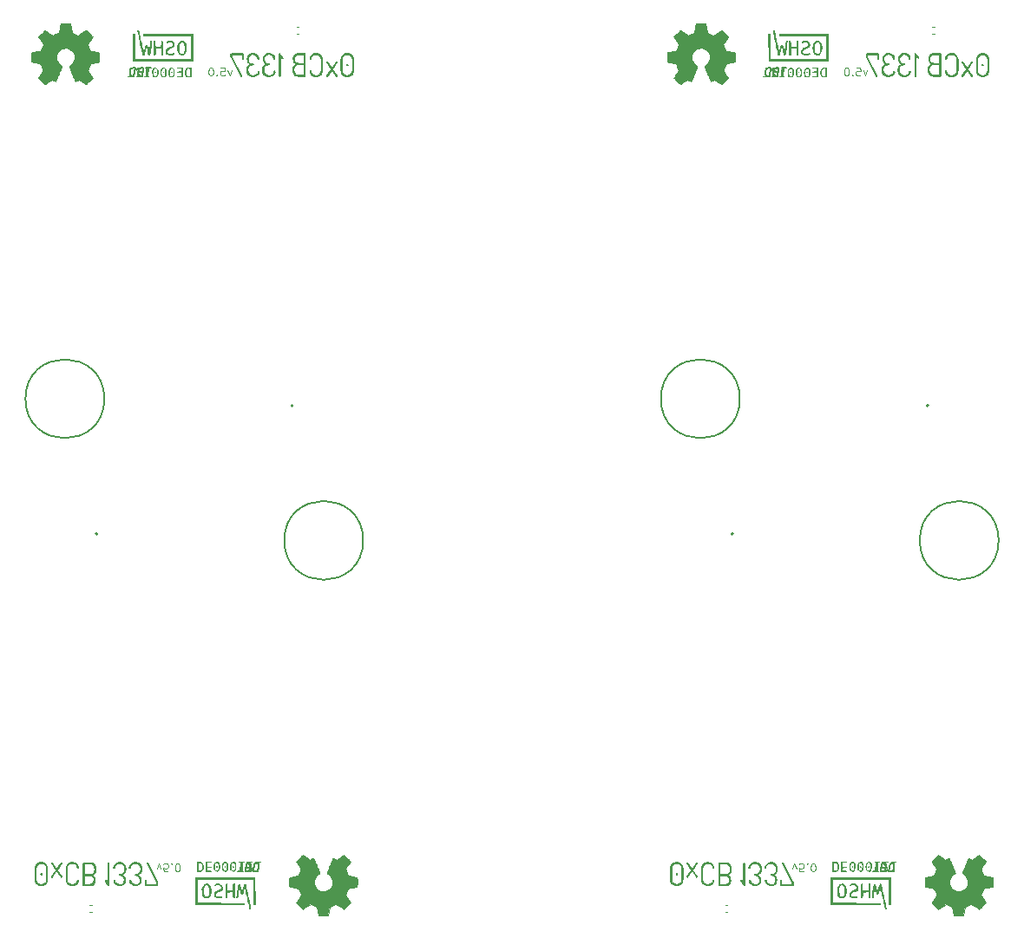
<source format=gbo>
G04 #@! TF.GenerationSoftware,KiCad,Pcbnew,7.0.0-da2b9df05c~165~ubuntu22.04.1*
G04 #@! TF.CreationDate,2023-04-26T22:06:21+00:00*
G04 #@! TF.ProjectId,pcb-panel,7063622d-7061-46e6-956c-2e6b69636164,5.0*
G04 #@! TF.SameCoordinates,Original*
G04 #@! TF.FileFunction,Legend,Bot*
G04 #@! TF.FilePolarity,Positive*
%FSLAX46Y46*%
G04 Gerber Fmt 4.6, Leading zero omitted, Abs format (unit mm)*
G04 Created by KiCad (PCBNEW 7.0.0-da2b9df05c~165~ubuntu22.04.1) date 2023-04-26 22:06:21*
%MOMM*%
%LPD*%
G01*
G04 APERTURE LIST*
%ADD10C,0.120000*%
%ADD11C,0.160000*%
%ADD12C,0.200000*%
%ADD13C,0.010000*%
G04 APERTURE END LIST*
D10*
X40645634Y106995205D02*
X40455158Y106461872D01*
X40455158Y106461872D02*
X40264681Y106995205D01*
X39578967Y107261872D02*
X39959919Y107261872D01*
X39959919Y107261872D02*
X39998015Y106880919D01*
X39998015Y106880919D02*
X39959919Y106919015D01*
X39959919Y106919015D02*
X39883729Y106957110D01*
X39883729Y106957110D02*
X39693253Y106957110D01*
X39693253Y106957110D02*
X39617062Y106919015D01*
X39617062Y106919015D02*
X39578967Y106880919D01*
X39578967Y106880919D02*
X39540872Y106804729D01*
X39540872Y106804729D02*
X39540872Y106614253D01*
X39540872Y106614253D02*
X39578967Y106538062D01*
X39578967Y106538062D02*
X39617062Y106499967D01*
X39617062Y106499967D02*
X39693253Y106461872D01*
X39693253Y106461872D02*
X39883729Y106461872D01*
X39883729Y106461872D02*
X39959919Y106499967D01*
X39959919Y106499967D02*
X39998015Y106538062D01*
X39198014Y106538062D02*
X39159919Y106499967D01*
X39159919Y106499967D02*
X39198014Y106461872D01*
X39198014Y106461872D02*
X39236110Y106499967D01*
X39236110Y106499967D02*
X39198014Y106538062D01*
X39198014Y106538062D02*
X39198014Y106461872D01*
X38664681Y107261872D02*
X38588491Y107261872D01*
X38588491Y107261872D02*
X38512300Y107223776D01*
X38512300Y107223776D02*
X38474205Y107185681D01*
X38474205Y107185681D02*
X38436110Y107109491D01*
X38436110Y107109491D02*
X38398015Y106957110D01*
X38398015Y106957110D02*
X38398015Y106766634D01*
X38398015Y106766634D02*
X38436110Y106614253D01*
X38436110Y106614253D02*
X38474205Y106538062D01*
X38474205Y106538062D02*
X38512300Y106499967D01*
X38512300Y106499967D02*
X38588491Y106461872D01*
X38588491Y106461872D02*
X38664681Y106461872D01*
X38664681Y106461872D02*
X38740872Y106499967D01*
X38740872Y106499967D02*
X38778967Y106538062D01*
X38778967Y106538062D02*
X38817062Y106614253D01*
X38817062Y106614253D02*
X38855158Y106766634D01*
X38855158Y106766634D02*
X38855158Y106957110D01*
X38855158Y106957110D02*
X38817062Y107109491D01*
X38817062Y107109491D02*
X38778967Y107185681D01*
X38778967Y107185681D02*
X38740872Y107223776D01*
X38740872Y107223776D02*
X38664681Y107261872D01*
X102645634Y106995205D02*
X102455158Y106461872D01*
X102455158Y106461872D02*
X102264681Y106995205D01*
X101578967Y107261872D02*
X101959919Y107261872D01*
X101959919Y107261872D02*
X101998015Y106880919D01*
X101998015Y106880919D02*
X101959919Y106919015D01*
X101959919Y106919015D02*
X101883729Y106957110D01*
X101883729Y106957110D02*
X101693253Y106957110D01*
X101693253Y106957110D02*
X101617062Y106919015D01*
X101617062Y106919015D02*
X101578967Y106880919D01*
X101578967Y106880919D02*
X101540872Y106804729D01*
X101540872Y106804729D02*
X101540872Y106614253D01*
X101540872Y106614253D02*
X101578967Y106538062D01*
X101578967Y106538062D02*
X101617062Y106499967D01*
X101617062Y106499967D02*
X101693253Y106461872D01*
X101693253Y106461872D02*
X101883729Y106461872D01*
X101883729Y106461872D02*
X101959919Y106499967D01*
X101959919Y106499967D02*
X101998015Y106538062D01*
X101198014Y106538062D02*
X101159919Y106499967D01*
X101159919Y106499967D02*
X101198014Y106461872D01*
X101198014Y106461872D02*
X101236110Y106499967D01*
X101236110Y106499967D02*
X101198014Y106538062D01*
X101198014Y106538062D02*
X101198014Y106461872D01*
X100664681Y107261872D02*
X100588491Y107261872D01*
X100588491Y107261872D02*
X100512300Y107223776D01*
X100512300Y107223776D02*
X100474205Y107185681D01*
X100474205Y107185681D02*
X100436110Y107109491D01*
X100436110Y107109491D02*
X100398015Y106957110D01*
X100398015Y106957110D02*
X100398015Y106766634D01*
X100398015Y106766634D02*
X100436110Y106614253D01*
X100436110Y106614253D02*
X100474205Y106538062D01*
X100474205Y106538062D02*
X100512300Y106499967D01*
X100512300Y106499967D02*
X100588491Y106461872D01*
X100588491Y106461872D02*
X100664681Y106461872D01*
X100664681Y106461872D02*
X100740872Y106499967D01*
X100740872Y106499967D02*
X100778967Y106538062D01*
X100778967Y106538062D02*
X100817062Y106614253D01*
X100817062Y106614253D02*
X100855158Y106766634D01*
X100855158Y106766634D02*
X100855158Y106957110D01*
X100855158Y106957110D02*
X100817062Y107109491D01*
X100817062Y107109491D02*
X100778967Y107185681D01*
X100778967Y107185681D02*
X100740872Y107223776D01*
X100740872Y107223776D02*
X100664681Y107261872D01*
X33354369Y29004801D02*
X33544845Y29538134D01*
X33544845Y29538134D02*
X33735322Y29004801D01*
X34421036Y28738134D02*
X34040084Y28738134D01*
X34040084Y28738134D02*
X34001988Y29119087D01*
X34001988Y29119087D02*
X34040084Y29080991D01*
X34040084Y29080991D02*
X34116274Y29042896D01*
X34116274Y29042896D02*
X34306750Y29042896D01*
X34306750Y29042896D02*
X34382941Y29080991D01*
X34382941Y29080991D02*
X34421036Y29119087D01*
X34421036Y29119087D02*
X34459131Y29195277D01*
X34459131Y29195277D02*
X34459131Y29385753D01*
X34459131Y29385753D02*
X34421036Y29461944D01*
X34421036Y29461944D02*
X34382941Y29500039D01*
X34382941Y29500039D02*
X34306750Y29538134D01*
X34306750Y29538134D02*
X34116274Y29538134D01*
X34116274Y29538134D02*
X34040084Y29500039D01*
X34040084Y29500039D02*
X34001988Y29461944D01*
X34801989Y29461944D02*
X34840084Y29500039D01*
X34840084Y29500039D02*
X34801989Y29538134D01*
X34801989Y29538134D02*
X34763893Y29500039D01*
X34763893Y29500039D02*
X34801989Y29461944D01*
X34801989Y29461944D02*
X34801989Y29538134D01*
X35335322Y28738134D02*
X35411512Y28738134D01*
X35411512Y28738134D02*
X35487703Y28776229D01*
X35487703Y28776229D02*
X35525798Y28814325D01*
X35525798Y28814325D02*
X35563893Y28890515D01*
X35563893Y28890515D02*
X35601988Y29042896D01*
X35601988Y29042896D02*
X35601988Y29233372D01*
X35601988Y29233372D02*
X35563893Y29385753D01*
X35563893Y29385753D02*
X35525798Y29461944D01*
X35525798Y29461944D02*
X35487703Y29500039D01*
X35487703Y29500039D02*
X35411512Y29538134D01*
X35411512Y29538134D02*
X35335322Y29538134D01*
X35335322Y29538134D02*
X35259131Y29500039D01*
X35259131Y29500039D02*
X35221036Y29461944D01*
X35221036Y29461944D02*
X35182941Y29385753D01*
X35182941Y29385753D02*
X35144845Y29233372D01*
X35144845Y29233372D02*
X35144845Y29042896D01*
X35144845Y29042896D02*
X35182941Y28890515D01*
X35182941Y28890515D02*
X35221036Y28814325D01*
X35221036Y28814325D02*
X35259131Y28776229D01*
X35259131Y28776229D02*
X35335322Y28738134D01*
X95354369Y29004801D02*
X95544845Y29538134D01*
X95544845Y29538134D02*
X95735322Y29004801D01*
X96421036Y28738134D02*
X96040084Y28738134D01*
X96040084Y28738134D02*
X96001988Y29119087D01*
X96001988Y29119087D02*
X96040084Y29080991D01*
X96040084Y29080991D02*
X96116274Y29042896D01*
X96116274Y29042896D02*
X96306750Y29042896D01*
X96306750Y29042896D02*
X96382941Y29080991D01*
X96382941Y29080991D02*
X96421036Y29119087D01*
X96421036Y29119087D02*
X96459131Y29195277D01*
X96459131Y29195277D02*
X96459131Y29385753D01*
X96459131Y29385753D02*
X96421036Y29461944D01*
X96421036Y29461944D02*
X96382941Y29500039D01*
X96382941Y29500039D02*
X96306750Y29538134D01*
X96306750Y29538134D02*
X96116274Y29538134D01*
X96116274Y29538134D02*
X96040084Y29500039D01*
X96040084Y29500039D02*
X96001988Y29461944D01*
X96801989Y29461944D02*
X96840084Y29500039D01*
X96840084Y29500039D02*
X96801989Y29538134D01*
X96801989Y29538134D02*
X96763893Y29500039D01*
X96763893Y29500039D02*
X96801989Y29461944D01*
X96801989Y29461944D02*
X96801989Y29538134D01*
X97335322Y28738134D02*
X97411512Y28738134D01*
X97411512Y28738134D02*
X97487703Y28776229D01*
X97487703Y28776229D02*
X97525798Y28814325D01*
X97525798Y28814325D02*
X97563893Y28890515D01*
X97563893Y28890515D02*
X97601988Y29042896D01*
X97601988Y29042896D02*
X97601988Y29233372D01*
X97601988Y29233372D02*
X97563893Y29385753D01*
X97563893Y29385753D02*
X97525798Y29461944D01*
X97525798Y29461944D02*
X97487703Y29500039D01*
X97487703Y29500039D02*
X97411512Y29538134D01*
X97411512Y29538134D02*
X97335322Y29538134D01*
X97335322Y29538134D02*
X97259131Y29500039D01*
X97259131Y29500039D02*
X97221036Y29461944D01*
X97221036Y29461944D02*
X97182941Y29385753D01*
X97182941Y29385753D02*
X97144845Y29233372D01*
X97144845Y29233372D02*
X97144845Y29042896D01*
X97144845Y29042896D02*
X97182941Y28890515D01*
X97182941Y28890515D02*
X97221036Y28814325D01*
X97221036Y28814325D02*
X97259131Y28776229D01*
X97259131Y28776229D02*
X97335322Y28738134D01*
D11*
X32746110Y107251872D02*
X32288967Y107251872D01*
X32417539Y106451872D02*
X32517539Y107251872D01*
X31708015Y106870919D02*
X31588967Y106832824D01*
X31588967Y106832824D02*
X31546110Y106794729D01*
X31546110Y106794729D02*
X31498491Y106718538D01*
X31498491Y106718538D02*
X31484205Y106604253D01*
X31484205Y106604253D02*
X31512776Y106528062D01*
X31512776Y106528062D02*
X31546110Y106489967D01*
X31546110Y106489967D02*
X31617538Y106451872D01*
X31617538Y106451872D02*
X31922300Y106451872D01*
X31922300Y106451872D02*
X32022300Y107251872D01*
X32022300Y107251872D02*
X31755634Y107251872D01*
X31755634Y107251872D02*
X31674681Y107213776D01*
X31674681Y107213776D02*
X31631824Y107175681D01*
X31631824Y107175681D02*
X31584205Y107099491D01*
X31584205Y107099491D02*
X31574681Y107023300D01*
X31574681Y107023300D02*
X31603253Y106947110D01*
X31603253Y106947110D02*
X31636586Y106909015D01*
X31636586Y106909015D02*
X31708015Y106870919D01*
X31708015Y106870919D02*
X31974681Y106870919D01*
X31122300Y106451872D02*
X31222300Y107251872D01*
X31222300Y107251872D02*
X31031824Y107251872D01*
X31031824Y107251872D02*
X30912776Y107213776D01*
X30912776Y107213776D02*
X30827062Y107137586D01*
X30827062Y107137586D02*
X30779443Y107061396D01*
X30779443Y107061396D02*
X30722300Y106909015D01*
X30722300Y106909015D02*
X30708015Y106794729D01*
X30708015Y106794729D02*
X30727062Y106642348D01*
X30727062Y106642348D02*
X30755634Y106566157D01*
X30755634Y106566157D02*
X30822300Y106489967D01*
X30822300Y106489967D02*
X30931824Y106451872D01*
X30931824Y106451872D02*
X31122300Y106451872D01*
X94746110Y107251872D02*
X94288967Y107251872D01*
X94417539Y106451872D02*
X94517539Y107251872D01*
X93708015Y106870919D02*
X93588967Y106832824D01*
X93588967Y106832824D02*
X93546110Y106794729D01*
X93546110Y106794729D02*
X93498491Y106718538D01*
X93498491Y106718538D02*
X93484205Y106604253D01*
X93484205Y106604253D02*
X93512776Y106528062D01*
X93512776Y106528062D02*
X93546110Y106489967D01*
X93546110Y106489967D02*
X93617538Y106451872D01*
X93617538Y106451872D02*
X93922300Y106451872D01*
X93922300Y106451872D02*
X94022300Y107251872D01*
X94022300Y107251872D02*
X93755634Y107251872D01*
X93755634Y107251872D02*
X93674681Y107213776D01*
X93674681Y107213776D02*
X93631824Y107175681D01*
X93631824Y107175681D02*
X93584205Y107099491D01*
X93584205Y107099491D02*
X93574681Y107023300D01*
X93574681Y107023300D02*
X93603253Y106947110D01*
X93603253Y106947110D02*
X93636586Y106909015D01*
X93636586Y106909015D02*
X93708015Y106870919D01*
X93708015Y106870919D02*
X93974681Y106870919D01*
X93122300Y106451872D02*
X93222300Y107251872D01*
X93222300Y107251872D02*
X93031824Y107251872D01*
X93031824Y107251872D02*
X92912776Y107213776D01*
X92912776Y107213776D02*
X92827062Y107137586D01*
X92827062Y107137586D02*
X92779443Y107061396D01*
X92779443Y107061396D02*
X92722300Y106909015D01*
X92722300Y106909015D02*
X92708015Y106794729D01*
X92708015Y106794729D02*
X92727062Y106642348D01*
X92727062Y106642348D02*
X92755634Y106566157D01*
X92755634Y106566157D02*
X92822300Y106489967D01*
X92822300Y106489967D02*
X92931824Y106451872D01*
X92931824Y106451872D02*
X93122300Y106451872D01*
X41253893Y28748134D02*
X41711036Y28748134D01*
X41582465Y29548134D02*
X41482465Y28748134D01*
X42291989Y29129087D02*
X42411036Y29167182D01*
X42411036Y29167182D02*
X42453893Y29205277D01*
X42453893Y29205277D02*
X42501512Y29281468D01*
X42501512Y29281468D02*
X42515798Y29395753D01*
X42515798Y29395753D02*
X42487227Y29471944D01*
X42487227Y29471944D02*
X42453893Y29510039D01*
X42453893Y29510039D02*
X42382465Y29548134D01*
X42382465Y29548134D02*
X42077703Y29548134D01*
X42077703Y29548134D02*
X41977703Y28748134D01*
X41977703Y28748134D02*
X42244369Y28748134D01*
X42244369Y28748134D02*
X42325322Y28786229D01*
X42325322Y28786229D02*
X42368179Y28824325D01*
X42368179Y28824325D02*
X42415798Y28900515D01*
X42415798Y28900515D02*
X42425322Y28976706D01*
X42425322Y28976706D02*
X42396750Y29052896D01*
X42396750Y29052896D02*
X42363417Y29090991D01*
X42363417Y29090991D02*
X42291989Y29129087D01*
X42291989Y29129087D02*
X42025322Y29129087D01*
X42877703Y29548134D02*
X42777703Y28748134D01*
X42777703Y28748134D02*
X42968179Y28748134D01*
X42968179Y28748134D02*
X43087227Y28786229D01*
X43087227Y28786229D02*
X43172941Y28862420D01*
X43172941Y28862420D02*
X43220560Y28938610D01*
X43220560Y28938610D02*
X43277703Y29090991D01*
X43277703Y29090991D02*
X43291989Y29205277D01*
X43291989Y29205277D02*
X43272941Y29357658D01*
X43272941Y29357658D02*
X43244369Y29433849D01*
X43244369Y29433849D02*
X43177703Y29510039D01*
X43177703Y29510039D02*
X43068179Y29548134D01*
X43068179Y29548134D02*
X42877703Y29548134D01*
X103253893Y28748134D02*
X103711036Y28748134D01*
X103582465Y29548134D02*
X103482465Y28748134D01*
X104291989Y29129087D02*
X104411036Y29167182D01*
X104411036Y29167182D02*
X104453893Y29205277D01*
X104453893Y29205277D02*
X104501512Y29281468D01*
X104501512Y29281468D02*
X104515798Y29395753D01*
X104515798Y29395753D02*
X104487227Y29471944D01*
X104487227Y29471944D02*
X104453893Y29510039D01*
X104453893Y29510039D02*
X104382465Y29548134D01*
X104382465Y29548134D02*
X104077703Y29548134D01*
X104077703Y29548134D02*
X103977703Y28748134D01*
X103977703Y28748134D02*
X104244369Y28748134D01*
X104244369Y28748134D02*
X104325322Y28786229D01*
X104325322Y28786229D02*
X104368179Y28824325D01*
X104368179Y28824325D02*
X104415798Y28900515D01*
X104415798Y28900515D02*
X104425322Y28976706D01*
X104425322Y28976706D02*
X104396750Y29052896D01*
X104396750Y29052896D02*
X104363417Y29090991D01*
X104363417Y29090991D02*
X104291989Y29129087D01*
X104291989Y29129087D02*
X104025322Y29129087D01*
X104877703Y29548134D02*
X104777703Y28748134D01*
X104777703Y28748134D02*
X104968179Y28748134D01*
X104968179Y28748134D02*
X105087227Y28786229D01*
X105087227Y28786229D02*
X105172941Y28862420D01*
X105172941Y28862420D02*
X105220560Y28938610D01*
X105220560Y28938610D02*
X105277703Y29090991D01*
X105277703Y29090991D02*
X105291989Y29205277D01*
X105291989Y29205277D02*
X105272941Y29357658D01*
X105272941Y29357658D02*
X105244369Y29433849D01*
X105244369Y29433849D02*
X105177703Y29510039D01*
X105177703Y29510039D02*
X105068179Y29548134D01*
X105068179Y29548134D02*
X104877703Y29548134D01*
D12*
G04 #@! TO.C,G\u002A\u002A\u002A*
X115477227Y61084229D02*
G75*
G03*
X115477227Y61084229I-3850000J0D01*
G01*
X28222777Y74915776D02*
G75*
G03*
X28222777Y74915776I-3850000J0D01*
G01*
X90222777Y74915776D02*
G75*
G03*
X90222777Y74915776I-3850000J0D01*
G01*
X53477227Y61084229D02*
G75*
G03*
X53477227Y61084229I-3850000J0D01*
G01*
G36*
X34797178Y106884732D02*
G01*
X34855229Y106846682D01*
X34873996Y106780883D01*
X34840516Y106724379D01*
X34802663Y106707403D01*
X34744113Y106724080D01*
X34722777Y106808137D01*
X34733723Y106852585D01*
X34784033Y106885776D01*
X34797178Y106884732D01*
G37*
G36*
X33997178Y106884732D02*
G01*
X34055229Y106846682D01*
X34073996Y106780883D01*
X34040516Y106724379D01*
X34002663Y106707403D01*
X33944113Y106724080D01*
X33922777Y106808137D01*
X33933723Y106852585D01*
X33984033Y106885776D01*
X33997178Y106884732D01*
G37*
G36*
X33197178Y106884732D02*
G01*
X33255229Y106846682D01*
X33273996Y106780883D01*
X33240516Y106724379D01*
X33202663Y106707403D01*
X33144113Y106724080D01*
X33122777Y106808137D01*
X33133723Y106852585D01*
X33184033Y106885776D01*
X33197178Y106884732D01*
G37*
G36*
X31242777Y108085776D02*
G01*
X36684043Y108085776D01*
X36662777Y110305776D01*
X32042777Y110326426D01*
X32042777Y110565776D01*
X36922777Y110565776D01*
X36922777Y109212443D01*
X36922348Y108971413D01*
X36920511Y108668191D01*
X36917396Y108397705D01*
X36913189Y108169410D01*
X36908073Y107992757D01*
X36902233Y107877198D01*
X36895853Y107832185D01*
X36858523Y107828250D01*
X36746937Y107824444D01*
X36567543Y107821152D01*
X36326683Y107818410D01*
X36030698Y107816255D01*
X35685929Y107814721D01*
X35298719Y107813844D01*
X34875409Y107813661D01*
X34422339Y107814207D01*
X33945853Y107815519D01*
X31022777Y107825776D01*
X31001727Y110565776D01*
X31242777Y110565776D01*
X31242777Y108085776D01*
G37*
G36*
X35882777Y106285776D02*
G01*
X35582777Y106285776D01*
X35467615Y106287151D01*
X35355282Y106295551D01*
X35298493Y106314128D01*
X35282777Y106345776D01*
X35301799Y106381488D01*
X35370104Y106400390D01*
X35502777Y106405776D01*
X35722777Y106405776D01*
X35722777Y106765776D01*
X35499444Y106765776D01*
X35367337Y106774500D01*
X35294757Y106798729D01*
X35296181Y106829839D01*
X35370330Y106859122D01*
X35515922Y106877867D01*
X35631523Y106886506D01*
X35695726Y106904867D01*
X35719391Y106947090D01*
X35722777Y107027867D01*
X35722777Y107165776D01*
X35502777Y107165776D01*
X35371834Y107170964D01*
X35302529Y107189593D01*
X35282777Y107225776D01*
X35289651Y107248809D01*
X35331649Y107271276D01*
X35424536Y107282633D01*
X35582777Y107285776D01*
X35882777Y107285776D01*
X35882777Y106285776D01*
G37*
G36*
X32506795Y107271641D02*
G01*
X32605984Y107233127D01*
X32642777Y107176448D01*
X32621519Y107136006D01*
X32542777Y107135567D01*
X32442777Y107154683D01*
X32442777Y106780230D01*
X32442795Y106724855D01*
X32444251Y106569732D01*
X32450945Y106475359D01*
X32466911Y106426638D01*
X32496177Y106408476D01*
X32542777Y106405776D01*
X32608005Y106394033D01*
X32642777Y106345776D01*
X32638695Y106326992D01*
X32601974Y106301993D01*
X32514906Y106289305D01*
X32362777Y106285776D01*
X32275118Y106286651D01*
X32158453Y106294520D01*
X32099244Y106313177D01*
X32082777Y106345776D01*
X32102350Y106384913D01*
X32182777Y106405776D01*
X32282777Y106405776D01*
X32282777Y106845776D01*
X32282959Y106971589D01*
X32285272Y107121784D01*
X32292565Y107214349D01*
X32307682Y107263182D01*
X32333471Y107282177D01*
X32372777Y107285230D01*
X32506795Y107271641D01*
G37*
G36*
X30906795Y107271641D02*
G01*
X31005984Y107233127D01*
X31042777Y107176448D01*
X31021519Y107136006D01*
X30942777Y107135567D01*
X30842777Y107154683D01*
X30842777Y106780230D01*
X30842795Y106724855D01*
X30844251Y106569732D01*
X30850945Y106475359D01*
X30866911Y106426638D01*
X30896177Y106408476D01*
X30942777Y106405776D01*
X31008005Y106394033D01*
X31042777Y106345776D01*
X31038695Y106326992D01*
X31001974Y106301993D01*
X30914906Y106289305D01*
X30762777Y106285776D01*
X30675118Y106286651D01*
X30558453Y106294520D01*
X30499244Y106313177D01*
X30482777Y106345776D01*
X30502350Y106384913D01*
X30582777Y106405776D01*
X30682777Y106405776D01*
X30682777Y106845776D01*
X30682959Y106971589D01*
X30685272Y107121784D01*
X30692565Y107214349D01*
X30707682Y107263182D01*
X30733471Y107282177D01*
X30772777Y107285230D01*
X30906795Y107271641D01*
G37*
G36*
X35102777Y106785776D02*
G01*
X35099946Y106636552D01*
X35086796Y106528746D01*
X35057389Y106454305D01*
X35005805Y106388999D01*
X34955460Y106343853D01*
X34818435Y106288223D01*
X34664570Y106310624D01*
X34634193Y106326605D01*
X34557656Y106418581D01*
X34508077Y106558679D01*
X34485458Y106726327D01*
X34486936Y106785776D01*
X34627777Y106785776D01*
X34631284Y106682451D01*
X34649595Y106547516D01*
X34680175Y106468912D01*
X34756169Y106415616D01*
X34849140Y106417305D01*
X34921370Y106483147D01*
X34937188Y106529883D01*
X34955603Y106646024D01*
X34962777Y106785776D01*
X34961597Y106850819D01*
X34939205Y107027244D01*
X34887727Y107131505D01*
X34806268Y107165776D01*
X34754911Y107158256D01*
X34682328Y107099586D01*
X34640927Y106977505D01*
X34627777Y106785776D01*
X34486936Y106785776D01*
X34489798Y106900950D01*
X34521096Y107061974D01*
X34579353Y107188825D01*
X34664570Y107260929D01*
X34729431Y107279615D01*
X34876899Y107269902D01*
X35005805Y107182554D01*
X35054104Y107122572D01*
X35085092Y107049777D01*
X35099343Y106945588D01*
X35102777Y106785776D01*
G37*
G36*
X34302777Y106785776D02*
G01*
X34299946Y106636552D01*
X34286796Y106528746D01*
X34257389Y106454305D01*
X34205805Y106388999D01*
X34155460Y106343853D01*
X34018435Y106288223D01*
X33864570Y106310624D01*
X33834193Y106326605D01*
X33757656Y106418581D01*
X33708077Y106558679D01*
X33685458Y106726327D01*
X33686936Y106785776D01*
X33827777Y106785776D01*
X33831284Y106682451D01*
X33849595Y106547516D01*
X33880175Y106468912D01*
X33956169Y106415616D01*
X34049140Y106417305D01*
X34121370Y106483147D01*
X34137188Y106529883D01*
X34155603Y106646024D01*
X34162777Y106785776D01*
X34161597Y106850819D01*
X34139205Y107027244D01*
X34087727Y107131505D01*
X34006268Y107165776D01*
X33954911Y107158256D01*
X33882328Y107099586D01*
X33840927Y106977505D01*
X33827777Y106785776D01*
X33686936Y106785776D01*
X33689798Y106900950D01*
X33721096Y107061974D01*
X33779353Y107188825D01*
X33864570Y107260929D01*
X33929431Y107279615D01*
X34076899Y107269902D01*
X34205805Y107182554D01*
X34254104Y107122572D01*
X34285092Y107049777D01*
X34299343Y106945588D01*
X34302777Y106785776D01*
G37*
G36*
X33502777Y106785776D02*
G01*
X33499946Y106636552D01*
X33486796Y106528746D01*
X33457389Y106454305D01*
X33405805Y106388999D01*
X33355460Y106343853D01*
X33218435Y106288223D01*
X33064570Y106310624D01*
X33034193Y106326605D01*
X32957656Y106418581D01*
X32908077Y106558679D01*
X32885458Y106726327D01*
X32886936Y106785776D01*
X33027777Y106785776D01*
X33031284Y106682451D01*
X33049595Y106547516D01*
X33080175Y106468912D01*
X33156169Y106415616D01*
X33249140Y106417305D01*
X33321370Y106483147D01*
X33337188Y106529883D01*
X33355603Y106646024D01*
X33362777Y106785776D01*
X33361597Y106850819D01*
X33339205Y107027244D01*
X33287727Y107131505D01*
X33206268Y107165776D01*
X33154911Y107158256D01*
X33082328Y107099586D01*
X33040927Y106977505D01*
X33027777Y106785776D01*
X32886936Y106785776D01*
X32889798Y106900950D01*
X32921096Y107061974D01*
X32979353Y107188825D01*
X33064570Y107260929D01*
X33129431Y107279615D01*
X33276899Y107269902D01*
X33405805Y107182554D01*
X33454104Y107122572D01*
X33485092Y107049777D01*
X33499343Y106945588D01*
X33502777Y106785776D01*
G37*
G36*
X31760283Y107274637D02*
G01*
X31848331Y107230544D01*
X31882777Y107160090D01*
X31882399Y107143697D01*
X31864726Y107104279D01*
X31805407Y107124369D01*
X31798765Y107127848D01*
X31664812Y107166746D01*
X31550555Y107145178D01*
X31475888Y107066630D01*
X31473805Y107061999D01*
X31454296Y106990137D01*
X31472878Y106917572D01*
X31536753Y106814470D01*
X31560781Y106781138D01*
X31669493Y106647100D01*
X31782784Y106525770D01*
X31827754Y106479407D01*
X31895933Y106394566D01*
X31922777Y106337930D01*
X31919328Y106325565D01*
X31875771Y106302305D01*
X31773799Y106289620D01*
X31602777Y106285776D01*
X31461041Y106287687D01*
X31352536Y106296515D01*
X31297850Y106314991D01*
X31282777Y106345776D01*
X31282833Y106348350D01*
X31304405Y106382903D01*
X31375304Y106400721D01*
X31510624Y106405776D01*
X31738471Y106405776D01*
X31617334Y106535776D01*
X31513329Y106654064D01*
X31380369Y106843341D01*
X31319340Y107000560D01*
X31329893Y107126892D01*
X31411678Y107223508D01*
X31515141Y107271391D01*
X31641573Y107289283D01*
X31760283Y107274637D01*
G37*
G36*
X36722777Y106785776D02*
G01*
X36722777Y106285776D01*
X36519701Y106285776D01*
X36515175Y106285781D01*
X36380645Y106294539D01*
X36287670Y106329060D01*
X36199701Y106402700D01*
X36139842Y106469178D01*
X36102583Y106540338D01*
X36086340Y106636769D01*
X36082836Y106783321D01*
X36223971Y106783321D01*
X36246772Y106608207D01*
X36314468Y106475776D01*
X36368125Y106434665D01*
X36468977Y106405776D01*
X36480325Y106405849D01*
X36519864Y106411683D01*
X36544183Y106437618D01*
X36556978Y106498629D01*
X36561944Y106609690D01*
X36562777Y106785776D01*
X36562766Y106819242D01*
X36561406Y106983869D01*
X36555269Y107085843D01*
X36540814Y107140095D01*
X36514497Y107161558D01*
X36472777Y107165164D01*
X36363113Y107146004D01*
X36289210Y107077229D01*
X36242395Y106944079D01*
X36223971Y106783321D01*
X36082836Y106783321D01*
X36082777Y106785776D01*
X36085685Y106924942D01*
X36100579Y107024648D01*
X36135806Y107096849D01*
X36199701Y107168853D01*
X36202311Y107171456D01*
X36289937Y107243871D01*
X36383550Y107277526D01*
X36519701Y107285776D01*
X36722777Y107285776D01*
X36722777Y106785776D01*
G37*
G36*
X33132777Y109878559D02*
G01*
X33147610Y109876111D01*
X33188830Y109858536D01*
X33213116Y109814125D01*
X33226388Y109725157D01*
X33234567Y109573914D01*
X33246357Y109282052D01*
X33742777Y109305776D01*
X33754581Y109598322D01*
X33757643Y109669377D01*
X33766340Y109791083D01*
X33781543Y109855692D01*
X33809032Y109879379D01*
X33854581Y109878322D01*
X33883661Y109872237D01*
X33908315Y109855081D01*
X33925498Y109815923D01*
X33936923Y109743165D01*
X33944307Y109625210D01*
X33949364Y109450458D01*
X33953809Y109207312D01*
X33955818Y109054117D01*
X33956620Y108846068D01*
X33954974Y108674181D01*
X33951063Y108553061D01*
X33945064Y108497312D01*
X33919380Y108468057D01*
X33844033Y108445776D01*
X33815857Y108448067D01*
X33787017Y108467370D01*
X33771054Y108519641D01*
X33764222Y108620553D01*
X33762777Y108785776D01*
X33762777Y109125776D01*
X33242777Y109125776D01*
X33242777Y108785776D01*
X33241885Y108622434D01*
X33236098Y108521388D01*
X33220756Y108468823D01*
X33191202Y108448898D01*
X33142777Y108445776D01*
X33042777Y108445776D01*
X33042777Y109891341D01*
X33132777Y109878559D01*
G37*
G36*
X36271541Y109099803D02*
G01*
X36271873Y109079214D01*
X36240735Y108863863D01*
X36180093Y108679341D01*
X36095173Y108549081D01*
X36041866Y108502497D01*
X35944532Y108458106D01*
X35807323Y108447049D01*
X35727108Y108451976D01*
X35568377Y108501137D01*
X35453496Y108607567D01*
X35377770Y108776928D01*
X35336506Y109014883D01*
X35330467Y109099856D01*
X35333213Y109174074D01*
X35541073Y109174074D01*
X35548814Y108985881D01*
X35573499Y108822988D01*
X35615128Y108711837D01*
X35652772Y108667859D01*
X35757829Y108611966D01*
X35871930Y108611146D01*
X35965467Y108669017D01*
X35965529Y108669092D01*
X36012846Y108769641D01*
X36042007Y108920370D01*
X36053624Y109099803D01*
X36048307Y109286463D01*
X36026667Y109458875D01*
X35989314Y109595563D01*
X35936860Y109675050D01*
X35831685Y109721572D01*
X35712297Y109706474D01*
X35615128Y109619716D01*
X35576427Y109520590D01*
X35550278Y109361124D01*
X35541073Y109174074D01*
X35333213Y109174074D01*
X35340309Y109365816D01*
X35395243Y109583753D01*
X35491904Y109747301D01*
X35626927Y109850097D01*
X35796946Y109885776D01*
X35818415Y109885380D01*
X35991133Y109844984D01*
X36122823Y109737555D01*
X36214347Y109562054D01*
X36266565Y109317438D01*
X36268278Y109301956D01*
X36271541Y109099803D01*
G37*
G36*
X34807720Y109859451D02*
G01*
X34956967Y109781649D01*
X35050434Y109653255D01*
X35082777Y109477306D01*
X35076204Y109393120D01*
X35024138Y109266145D01*
X34912208Y109172789D01*
X34730912Y109102938D01*
X34573221Y109044463D01*
X34444045Y108957802D01*
X34381749Y108859291D01*
X34390499Y108756194D01*
X34474462Y108655776D01*
X34545970Y108623289D01*
X34680751Y108607675D01*
X34831295Y108622426D01*
X34964764Y108666804D01*
X34976471Y108672847D01*
X35050376Y108705973D01*
X35078389Y108692792D01*
X35082777Y108625515D01*
X35068183Y108553396D01*
X34992777Y108487023D01*
X34941699Y108473134D01*
X34819147Y108456042D01*
X34675847Y108448312D01*
X34655675Y108448162D01*
X34515430Y108455770D01*
X34416721Y108486251D01*
X34325847Y108549332D01*
X34317694Y108556249D01*
X34243981Y108632920D01*
X34210611Y108717541D01*
X34202777Y108845776D01*
X34202783Y108850676D01*
X34211385Y108977781D01*
X34245899Y109061774D01*
X34320438Y109137670D01*
X34365681Y109169930D01*
X34498056Y109237079D01*
X34643472Y109285943D01*
X34693868Y109299491D01*
X34830709Y109363618D01*
X34895335Y109454059D01*
X34891811Y109575551D01*
X34882589Y109600756D01*
X34806871Y109676605D01*
X34681342Y109714668D01*
X34523984Y109711945D01*
X34352777Y109665438D01*
X34337683Y109659978D01*
X34294085Y109666603D01*
X34282777Y109736497D01*
X34284769Y109769508D01*
X34317507Y109829004D01*
X34407777Y109860776D01*
X34608040Y109883626D01*
X34807720Y109859451D01*
G37*
G36*
X31579802Y110913657D02*
G01*
X31624196Y110875776D01*
X31635241Y110832981D01*
X31660936Y110720687D01*
X31698433Y110550866D01*
X31745341Y110334472D01*
X31799268Y110082458D01*
X31857823Y109805776D01*
X31896481Y109623950D01*
X31962381Y109325146D01*
X32015136Y109103220D01*
X32055081Y108956878D01*
X32082554Y108884827D01*
X32097893Y108885776D01*
X32113327Y108949613D01*
X32143108Y109078760D01*
X32175940Y109225776D01*
X32199935Y109327212D01*
X32231895Y109417858D01*
X32271645Y109461767D01*
X32330872Y109477967D01*
X32355825Y109480291D01*
X32401316Y109473109D01*
X32433742Y109435081D01*
X32462739Y109350350D01*
X32497943Y109203060D01*
X32500685Y109190861D01*
X32532072Y109042617D01*
X32554324Y108922035D01*
X32562777Y108854203D01*
X32565142Y108825816D01*
X32580468Y108810134D01*
X32583231Y108818302D01*
X32595903Y108886694D01*
X32614845Y109009106D01*
X32637603Y109167400D01*
X32661724Y109343440D01*
X32684755Y109519088D01*
X32704243Y109676206D01*
X32717735Y109796657D01*
X32722777Y109862303D01*
X32729521Y109873465D01*
X32781797Y109885190D01*
X32851333Y109878768D01*
X32896254Y109855776D01*
X32897480Y109838719D01*
X32891071Y109755472D01*
X32875573Y109618268D01*
X32853259Y109443162D01*
X32826404Y109246212D01*
X32797283Y109043473D01*
X32768168Y108851004D01*
X32741336Y108684860D01*
X32719061Y108561099D01*
X32703616Y108495776D01*
X32684090Y108465895D01*
X32618977Y108444296D01*
X32547600Y108469814D01*
X32503363Y108535776D01*
X32500518Y108548008D01*
X32478502Y108642686D01*
X32445686Y108783839D01*
X32408042Y108945776D01*
X32333658Y109265776D01*
X32241606Y108855776D01*
X32236386Y108832577D01*
X32195066Y108656530D01*
X32162676Y108543626D01*
X32133000Y108480066D01*
X32099822Y108452049D01*
X32056928Y108445776D01*
X31991502Y108461083D01*
X31943290Y108535776D01*
X31940186Y108549142D01*
X31911437Y108676471D01*
X31871999Y108855317D01*
X31824385Y109073887D01*
X31771110Y109320393D01*
X31714688Y109583042D01*
X31657632Y109850045D01*
X31602457Y110109611D01*
X31551676Y110349949D01*
X31507804Y110559270D01*
X31473354Y110725781D01*
X31450841Y110837693D01*
X31442777Y110883214D01*
X31454285Y110907358D01*
X31510451Y110924705D01*
X31579802Y110913657D01*
G37*
G36*
X96797178Y106884732D02*
G01*
X96855229Y106846682D01*
X96873996Y106780883D01*
X96840516Y106724379D01*
X96802663Y106707403D01*
X96744113Y106724080D01*
X96722777Y106808137D01*
X96733723Y106852585D01*
X96784033Y106885776D01*
X96797178Y106884732D01*
G37*
G36*
X95997178Y106884732D02*
G01*
X96055229Y106846682D01*
X96073996Y106780883D01*
X96040516Y106724379D01*
X96002663Y106707403D01*
X95944113Y106724080D01*
X95922777Y106808137D01*
X95933723Y106852585D01*
X95984033Y106885776D01*
X95997178Y106884732D01*
G37*
G36*
X95197178Y106884732D02*
G01*
X95255229Y106846682D01*
X95273996Y106780883D01*
X95240516Y106724379D01*
X95202663Y106707403D01*
X95144113Y106724080D01*
X95122777Y106808137D01*
X95133723Y106852585D01*
X95184033Y106885776D01*
X95197178Y106884732D01*
G37*
G36*
X93242777Y108085776D02*
G01*
X98684043Y108085776D01*
X98662777Y110305776D01*
X94042777Y110326426D01*
X94042777Y110565776D01*
X98922777Y110565776D01*
X98922777Y109212443D01*
X98922348Y108971413D01*
X98920511Y108668191D01*
X98917396Y108397705D01*
X98913189Y108169410D01*
X98908073Y107992757D01*
X98902233Y107877198D01*
X98895853Y107832185D01*
X98858523Y107828250D01*
X98746937Y107824444D01*
X98567543Y107821152D01*
X98326683Y107818410D01*
X98030698Y107816255D01*
X97685929Y107814721D01*
X97298719Y107813844D01*
X96875409Y107813661D01*
X96422339Y107814207D01*
X95945853Y107815519D01*
X93022777Y107825776D01*
X93001727Y110565776D01*
X93242777Y110565776D01*
X93242777Y108085776D01*
G37*
G36*
X97882777Y106285776D02*
G01*
X97582777Y106285776D01*
X97467615Y106287151D01*
X97355282Y106295551D01*
X97298493Y106314128D01*
X97282777Y106345776D01*
X97301799Y106381488D01*
X97370104Y106400390D01*
X97502777Y106405776D01*
X97722777Y106405776D01*
X97722777Y106765776D01*
X97499444Y106765776D01*
X97367337Y106774500D01*
X97294757Y106798729D01*
X97296181Y106829839D01*
X97370330Y106859122D01*
X97515922Y106877867D01*
X97631523Y106886506D01*
X97695726Y106904867D01*
X97719391Y106947090D01*
X97722777Y107027867D01*
X97722777Y107165776D01*
X97502777Y107165776D01*
X97371834Y107170964D01*
X97302529Y107189593D01*
X97282777Y107225776D01*
X97289651Y107248809D01*
X97331649Y107271276D01*
X97424536Y107282633D01*
X97582777Y107285776D01*
X97882777Y107285776D01*
X97882777Y106285776D01*
G37*
G36*
X94506795Y107271641D02*
G01*
X94605984Y107233127D01*
X94642777Y107176448D01*
X94621519Y107136006D01*
X94542777Y107135567D01*
X94442777Y107154683D01*
X94442777Y106780230D01*
X94442795Y106724855D01*
X94444251Y106569732D01*
X94450945Y106475359D01*
X94466911Y106426638D01*
X94496177Y106408476D01*
X94542777Y106405776D01*
X94608005Y106394033D01*
X94642777Y106345776D01*
X94638695Y106326992D01*
X94601974Y106301993D01*
X94514906Y106289305D01*
X94362777Y106285776D01*
X94275118Y106286651D01*
X94158453Y106294520D01*
X94099244Y106313177D01*
X94082777Y106345776D01*
X94102350Y106384913D01*
X94182777Y106405776D01*
X94282777Y106405776D01*
X94282777Y106845776D01*
X94282959Y106971589D01*
X94285272Y107121784D01*
X94292565Y107214349D01*
X94307682Y107263182D01*
X94333471Y107282177D01*
X94372777Y107285230D01*
X94506795Y107271641D01*
G37*
G36*
X92906795Y107271641D02*
G01*
X93005984Y107233127D01*
X93042777Y107176448D01*
X93021519Y107136006D01*
X92942777Y107135567D01*
X92842777Y107154683D01*
X92842777Y106780230D01*
X92842795Y106724855D01*
X92844251Y106569732D01*
X92850945Y106475359D01*
X92866911Y106426638D01*
X92896177Y106408476D01*
X92942777Y106405776D01*
X93008005Y106394033D01*
X93042777Y106345776D01*
X93038695Y106326992D01*
X93001974Y106301993D01*
X92914906Y106289305D01*
X92762777Y106285776D01*
X92675118Y106286651D01*
X92558453Y106294520D01*
X92499244Y106313177D01*
X92482777Y106345776D01*
X92502350Y106384913D01*
X92582777Y106405776D01*
X92682777Y106405776D01*
X92682777Y106845776D01*
X92682959Y106971589D01*
X92685272Y107121784D01*
X92692565Y107214349D01*
X92707682Y107263182D01*
X92733471Y107282177D01*
X92772777Y107285230D01*
X92906795Y107271641D01*
G37*
G36*
X97102777Y106785776D02*
G01*
X97099946Y106636552D01*
X97086796Y106528746D01*
X97057389Y106454305D01*
X97005805Y106388999D01*
X96955460Y106343853D01*
X96818435Y106288223D01*
X96664570Y106310624D01*
X96634193Y106326605D01*
X96557656Y106418581D01*
X96508077Y106558679D01*
X96485458Y106726327D01*
X96486936Y106785776D01*
X96627777Y106785776D01*
X96631284Y106682451D01*
X96649595Y106547516D01*
X96680175Y106468912D01*
X96756169Y106415616D01*
X96849140Y106417305D01*
X96921370Y106483147D01*
X96937188Y106529883D01*
X96955603Y106646024D01*
X96962777Y106785776D01*
X96961597Y106850819D01*
X96939205Y107027244D01*
X96887727Y107131505D01*
X96806268Y107165776D01*
X96754911Y107158256D01*
X96682328Y107099586D01*
X96640927Y106977505D01*
X96627777Y106785776D01*
X96486936Y106785776D01*
X96489798Y106900950D01*
X96521096Y107061974D01*
X96579353Y107188825D01*
X96664570Y107260929D01*
X96729431Y107279615D01*
X96876899Y107269902D01*
X97005805Y107182554D01*
X97054104Y107122572D01*
X97085092Y107049777D01*
X97099343Y106945588D01*
X97102777Y106785776D01*
G37*
G36*
X96302777Y106785776D02*
G01*
X96299946Y106636552D01*
X96286796Y106528746D01*
X96257389Y106454305D01*
X96205805Y106388999D01*
X96155460Y106343853D01*
X96018435Y106288223D01*
X95864570Y106310624D01*
X95834193Y106326605D01*
X95757656Y106418581D01*
X95708077Y106558679D01*
X95685458Y106726327D01*
X95686936Y106785776D01*
X95827777Y106785776D01*
X95831284Y106682451D01*
X95849595Y106547516D01*
X95880175Y106468912D01*
X95956169Y106415616D01*
X96049140Y106417305D01*
X96121370Y106483147D01*
X96137188Y106529883D01*
X96155603Y106646024D01*
X96162777Y106785776D01*
X96161597Y106850819D01*
X96139205Y107027244D01*
X96087727Y107131505D01*
X96006268Y107165776D01*
X95954911Y107158256D01*
X95882328Y107099586D01*
X95840927Y106977505D01*
X95827777Y106785776D01*
X95686936Y106785776D01*
X95689798Y106900950D01*
X95721096Y107061974D01*
X95779353Y107188825D01*
X95864570Y107260929D01*
X95929431Y107279615D01*
X96076899Y107269902D01*
X96205805Y107182554D01*
X96254104Y107122572D01*
X96285092Y107049777D01*
X96299343Y106945588D01*
X96302777Y106785776D01*
G37*
G36*
X95502777Y106785776D02*
G01*
X95499946Y106636552D01*
X95486796Y106528746D01*
X95457389Y106454305D01*
X95405805Y106388999D01*
X95355460Y106343853D01*
X95218435Y106288223D01*
X95064570Y106310624D01*
X95034193Y106326605D01*
X94957656Y106418581D01*
X94908077Y106558679D01*
X94885458Y106726327D01*
X94886936Y106785776D01*
X95027777Y106785776D01*
X95031284Y106682451D01*
X95049595Y106547516D01*
X95080175Y106468912D01*
X95156169Y106415616D01*
X95249140Y106417305D01*
X95321370Y106483147D01*
X95337188Y106529883D01*
X95355603Y106646024D01*
X95362777Y106785776D01*
X95361597Y106850819D01*
X95339205Y107027244D01*
X95287727Y107131505D01*
X95206268Y107165776D01*
X95154911Y107158256D01*
X95082328Y107099586D01*
X95040927Y106977505D01*
X95027777Y106785776D01*
X94886936Y106785776D01*
X94889798Y106900950D01*
X94921096Y107061974D01*
X94979353Y107188825D01*
X95064570Y107260929D01*
X95129431Y107279615D01*
X95276899Y107269902D01*
X95405805Y107182554D01*
X95454104Y107122572D01*
X95485092Y107049777D01*
X95499343Y106945588D01*
X95502777Y106785776D01*
G37*
G36*
X93760283Y107274637D02*
G01*
X93848331Y107230544D01*
X93882777Y107160090D01*
X93882399Y107143697D01*
X93864726Y107104279D01*
X93805407Y107124369D01*
X93798765Y107127848D01*
X93664812Y107166746D01*
X93550555Y107145178D01*
X93475888Y107066630D01*
X93473805Y107061999D01*
X93454296Y106990137D01*
X93472878Y106917572D01*
X93536753Y106814470D01*
X93560781Y106781138D01*
X93669493Y106647100D01*
X93782784Y106525770D01*
X93827754Y106479407D01*
X93895933Y106394566D01*
X93922777Y106337930D01*
X93919328Y106325565D01*
X93875771Y106302305D01*
X93773799Y106289620D01*
X93602777Y106285776D01*
X93461041Y106287687D01*
X93352536Y106296515D01*
X93297850Y106314991D01*
X93282777Y106345776D01*
X93282833Y106348350D01*
X93304405Y106382903D01*
X93375304Y106400721D01*
X93510624Y106405776D01*
X93738471Y106405776D01*
X93617334Y106535776D01*
X93513329Y106654064D01*
X93380369Y106843341D01*
X93319340Y107000560D01*
X93329893Y107126892D01*
X93411678Y107223508D01*
X93515141Y107271391D01*
X93641573Y107289283D01*
X93760283Y107274637D01*
G37*
G36*
X98722777Y106785776D02*
G01*
X98722777Y106285776D01*
X98519701Y106285776D01*
X98515175Y106285781D01*
X98380645Y106294539D01*
X98287670Y106329060D01*
X98199701Y106402700D01*
X98139842Y106469178D01*
X98102583Y106540338D01*
X98086340Y106636769D01*
X98082836Y106783321D01*
X98223971Y106783321D01*
X98246772Y106608207D01*
X98314468Y106475776D01*
X98368125Y106434665D01*
X98468977Y106405776D01*
X98480325Y106405849D01*
X98519864Y106411683D01*
X98544183Y106437618D01*
X98556978Y106498629D01*
X98561944Y106609690D01*
X98562777Y106785776D01*
X98562766Y106819242D01*
X98561406Y106983869D01*
X98555269Y107085843D01*
X98540814Y107140095D01*
X98514497Y107161558D01*
X98472777Y107165164D01*
X98363113Y107146004D01*
X98289210Y107077229D01*
X98242395Y106944079D01*
X98223971Y106783321D01*
X98082836Y106783321D01*
X98082777Y106785776D01*
X98085685Y106924942D01*
X98100579Y107024648D01*
X98135806Y107096849D01*
X98199701Y107168853D01*
X98202311Y107171456D01*
X98289937Y107243871D01*
X98383550Y107277526D01*
X98519701Y107285776D01*
X98722777Y107285776D01*
X98722777Y106785776D01*
G37*
G36*
X95132777Y109878559D02*
G01*
X95147610Y109876111D01*
X95188830Y109858536D01*
X95213116Y109814125D01*
X95226388Y109725157D01*
X95234567Y109573914D01*
X95246357Y109282052D01*
X95742777Y109305776D01*
X95754581Y109598322D01*
X95757643Y109669377D01*
X95766340Y109791083D01*
X95781543Y109855692D01*
X95809032Y109879379D01*
X95854581Y109878322D01*
X95883661Y109872237D01*
X95908315Y109855081D01*
X95925498Y109815923D01*
X95936923Y109743165D01*
X95944307Y109625210D01*
X95949364Y109450458D01*
X95953809Y109207312D01*
X95955818Y109054117D01*
X95956620Y108846068D01*
X95954974Y108674181D01*
X95951063Y108553061D01*
X95945064Y108497312D01*
X95919380Y108468057D01*
X95844033Y108445776D01*
X95815857Y108448067D01*
X95787017Y108467370D01*
X95771054Y108519641D01*
X95764222Y108620553D01*
X95762777Y108785776D01*
X95762777Y109125776D01*
X95242777Y109125776D01*
X95242777Y108785776D01*
X95241885Y108622434D01*
X95236098Y108521388D01*
X95220756Y108468823D01*
X95191202Y108448898D01*
X95142777Y108445776D01*
X95042777Y108445776D01*
X95042777Y109891341D01*
X95132777Y109878559D01*
G37*
G36*
X98271541Y109099803D02*
G01*
X98271873Y109079214D01*
X98240735Y108863863D01*
X98180093Y108679341D01*
X98095173Y108549081D01*
X98041866Y108502497D01*
X97944532Y108458106D01*
X97807323Y108447049D01*
X97727108Y108451976D01*
X97568377Y108501137D01*
X97453496Y108607567D01*
X97377770Y108776928D01*
X97336506Y109014883D01*
X97330467Y109099856D01*
X97333213Y109174074D01*
X97541073Y109174074D01*
X97548814Y108985881D01*
X97573499Y108822988D01*
X97615128Y108711837D01*
X97652772Y108667859D01*
X97757829Y108611966D01*
X97871930Y108611146D01*
X97965467Y108669017D01*
X97965529Y108669092D01*
X98012846Y108769641D01*
X98042007Y108920370D01*
X98053624Y109099803D01*
X98048307Y109286463D01*
X98026667Y109458875D01*
X97989314Y109595563D01*
X97936860Y109675050D01*
X97831685Y109721572D01*
X97712297Y109706474D01*
X97615128Y109619716D01*
X97576427Y109520590D01*
X97550278Y109361124D01*
X97541073Y109174074D01*
X97333213Y109174074D01*
X97340309Y109365816D01*
X97395243Y109583753D01*
X97491904Y109747301D01*
X97626927Y109850097D01*
X97796946Y109885776D01*
X97818415Y109885380D01*
X97991133Y109844984D01*
X98122823Y109737555D01*
X98214347Y109562054D01*
X98266565Y109317438D01*
X98268278Y109301956D01*
X98271541Y109099803D01*
G37*
G36*
X96807720Y109859451D02*
G01*
X96956967Y109781649D01*
X97050434Y109653255D01*
X97082777Y109477306D01*
X97076204Y109393120D01*
X97024138Y109266145D01*
X96912208Y109172789D01*
X96730912Y109102938D01*
X96573221Y109044463D01*
X96444045Y108957802D01*
X96381749Y108859291D01*
X96390499Y108756194D01*
X96474462Y108655776D01*
X96545970Y108623289D01*
X96680751Y108607675D01*
X96831295Y108622426D01*
X96964764Y108666804D01*
X96976471Y108672847D01*
X97050376Y108705973D01*
X97078389Y108692792D01*
X97082777Y108625515D01*
X97068183Y108553396D01*
X96992777Y108487023D01*
X96941699Y108473134D01*
X96819147Y108456042D01*
X96675847Y108448312D01*
X96655675Y108448162D01*
X96515430Y108455770D01*
X96416721Y108486251D01*
X96325847Y108549332D01*
X96317694Y108556249D01*
X96243981Y108632920D01*
X96210611Y108717541D01*
X96202777Y108845776D01*
X96202783Y108850676D01*
X96211385Y108977781D01*
X96245899Y109061774D01*
X96320438Y109137670D01*
X96365681Y109169930D01*
X96498056Y109237079D01*
X96643472Y109285943D01*
X96693868Y109299491D01*
X96830709Y109363618D01*
X96895335Y109454059D01*
X96891811Y109575551D01*
X96882589Y109600756D01*
X96806871Y109676605D01*
X96681342Y109714668D01*
X96523984Y109711945D01*
X96352777Y109665438D01*
X96337683Y109659978D01*
X96294085Y109666603D01*
X96282777Y109736497D01*
X96284769Y109769508D01*
X96317507Y109829004D01*
X96407777Y109860776D01*
X96608040Y109883626D01*
X96807720Y109859451D01*
G37*
G36*
X93579802Y110913657D02*
G01*
X93624196Y110875776D01*
X93635241Y110832981D01*
X93660936Y110720687D01*
X93698433Y110550866D01*
X93745341Y110334472D01*
X93799268Y110082458D01*
X93857823Y109805776D01*
X93896481Y109623950D01*
X93962381Y109325146D01*
X94015136Y109103220D01*
X94055081Y108956878D01*
X94082554Y108884827D01*
X94097893Y108885776D01*
X94113327Y108949613D01*
X94143108Y109078760D01*
X94175940Y109225776D01*
X94199935Y109327212D01*
X94231895Y109417858D01*
X94271645Y109461767D01*
X94330872Y109477967D01*
X94355825Y109480291D01*
X94401316Y109473109D01*
X94433742Y109435081D01*
X94462739Y109350350D01*
X94497943Y109203060D01*
X94500685Y109190861D01*
X94532072Y109042617D01*
X94554324Y108922035D01*
X94562777Y108854203D01*
X94565142Y108825816D01*
X94580468Y108810134D01*
X94583231Y108818302D01*
X94595903Y108886694D01*
X94614845Y109009106D01*
X94637603Y109167400D01*
X94661724Y109343440D01*
X94684755Y109519088D01*
X94704243Y109676206D01*
X94717735Y109796657D01*
X94722777Y109862303D01*
X94729521Y109873465D01*
X94781797Y109885190D01*
X94851333Y109878768D01*
X94896254Y109855776D01*
X94897480Y109838719D01*
X94891071Y109755472D01*
X94875573Y109618268D01*
X94853259Y109443162D01*
X94826404Y109246212D01*
X94797283Y109043473D01*
X94768168Y108851004D01*
X94741336Y108684860D01*
X94719061Y108561099D01*
X94703616Y108495776D01*
X94684090Y108465895D01*
X94618977Y108444296D01*
X94547600Y108469814D01*
X94503363Y108535776D01*
X94500518Y108548008D01*
X94478502Y108642686D01*
X94445686Y108783839D01*
X94408042Y108945776D01*
X94333658Y109265776D01*
X94241606Y108855776D01*
X94236386Y108832577D01*
X94195066Y108656530D01*
X94162676Y108543626D01*
X94133000Y108480066D01*
X94099822Y108452049D01*
X94056928Y108445776D01*
X93991502Y108461083D01*
X93943290Y108535776D01*
X93940186Y108549142D01*
X93911437Y108676471D01*
X93871999Y108855317D01*
X93824385Y109073887D01*
X93771110Y109320393D01*
X93714688Y109583042D01*
X93657632Y109850045D01*
X93602457Y110109611D01*
X93551676Y110349949D01*
X93507804Y110559270D01*
X93473354Y110725781D01*
X93450841Y110837693D01*
X93442777Y110883214D01*
X93454285Y110907358D01*
X93510451Y110924705D01*
X93579802Y110913657D01*
G37*
G36*
X39255891Y29275925D02*
G01*
X39277227Y29191868D01*
X39266281Y29147420D01*
X39215971Y29114229D01*
X39202826Y29115273D01*
X39144775Y29153323D01*
X39126008Y29219122D01*
X39159488Y29275626D01*
X39197341Y29292602D01*
X39255891Y29275925D01*
G37*
G36*
X40055891Y29275925D02*
G01*
X40077227Y29191868D01*
X40066281Y29147420D01*
X40015971Y29114229D01*
X40002826Y29115273D01*
X39944775Y29153323D01*
X39926008Y29219122D01*
X39959488Y29275626D01*
X39997341Y29292602D01*
X40055891Y29275925D01*
G37*
G36*
X40855891Y29275925D02*
G01*
X40877227Y29191868D01*
X40866281Y29147420D01*
X40815971Y29114229D01*
X40802826Y29115273D01*
X40744775Y29153323D01*
X40726008Y29219122D01*
X40759488Y29275626D01*
X40797341Y29292602D01*
X40855891Y29275925D01*
G37*
G36*
X39577665Y28185798D02*
G01*
X40054151Y28184486D01*
X42977227Y28174229D01*
X42998277Y25434229D01*
X42757227Y25434229D01*
X42757227Y27914229D01*
X37315961Y27914229D01*
X37337227Y25694229D01*
X41957227Y25673579D01*
X41957227Y25434229D01*
X37077227Y25434229D01*
X37077227Y26787562D01*
X37077656Y27028592D01*
X37079493Y27331814D01*
X37082608Y27602300D01*
X37086815Y27830595D01*
X37091931Y28007248D01*
X37097771Y28122807D01*
X37104151Y28167820D01*
X37141481Y28171755D01*
X37253067Y28175561D01*
X37432461Y28178853D01*
X37673321Y28181595D01*
X37969306Y28183750D01*
X38314075Y28185284D01*
X38701285Y28186161D01*
X39124595Y28186344D01*
X39577665Y28185798D01*
G37*
G36*
X38532389Y29712854D02*
G01*
X38644722Y29704454D01*
X38701511Y29685877D01*
X38717227Y29654229D01*
X38698205Y29618517D01*
X38629900Y29599615D01*
X38497227Y29594229D01*
X38277227Y29594229D01*
X38277227Y29234229D01*
X38500560Y29234229D01*
X38632667Y29225505D01*
X38705247Y29201276D01*
X38703823Y29170166D01*
X38629674Y29140883D01*
X38484082Y29122138D01*
X38368481Y29113499D01*
X38304278Y29095138D01*
X38280613Y29052915D01*
X38277227Y28972138D01*
X38277227Y28834229D01*
X38497227Y28834229D01*
X38628170Y28829041D01*
X38697475Y28810412D01*
X38717227Y28774229D01*
X38710353Y28751196D01*
X38668355Y28728729D01*
X38575468Y28717372D01*
X38417227Y28714229D01*
X38117227Y28714229D01*
X38117227Y29714229D01*
X38417227Y29714229D01*
X38532389Y29712854D01*
G37*
G36*
X41724886Y29713354D02*
G01*
X41841551Y29705485D01*
X41900760Y29686828D01*
X41917227Y29654229D01*
X41897654Y29615092D01*
X41817227Y29594229D01*
X41717227Y29594229D01*
X41717227Y29154229D01*
X41717045Y29028416D01*
X41714732Y28878221D01*
X41707439Y28785656D01*
X41692322Y28736823D01*
X41666533Y28717828D01*
X41627227Y28714775D01*
X41493209Y28728364D01*
X41394020Y28766878D01*
X41357227Y28823557D01*
X41378485Y28863999D01*
X41457227Y28864438D01*
X41557227Y28845322D01*
X41557227Y29219775D01*
X41557209Y29275150D01*
X41555753Y29430273D01*
X41549059Y29524646D01*
X41533093Y29573367D01*
X41503827Y29591529D01*
X41457227Y29594229D01*
X41391999Y29605972D01*
X41357227Y29654229D01*
X41361309Y29673013D01*
X41398030Y29698012D01*
X41485098Y29710700D01*
X41637227Y29714229D01*
X41724886Y29713354D01*
G37*
G36*
X43324886Y29713354D02*
G01*
X43441551Y29705485D01*
X43500760Y29686828D01*
X43517227Y29654229D01*
X43497654Y29615092D01*
X43417227Y29594229D01*
X43317227Y29594229D01*
X43317227Y29154229D01*
X43317045Y29028416D01*
X43314732Y28878221D01*
X43307439Y28785656D01*
X43292322Y28736823D01*
X43266533Y28717828D01*
X43227227Y28714775D01*
X43093209Y28728364D01*
X42994020Y28766878D01*
X42957227Y28823557D01*
X42978485Y28863999D01*
X43057227Y28864438D01*
X43157227Y28845322D01*
X43157227Y29219775D01*
X43157209Y29275150D01*
X43155753Y29430273D01*
X43149059Y29524646D01*
X43133093Y29573367D01*
X43103827Y29591529D01*
X43057227Y29594229D01*
X42991999Y29605972D01*
X42957227Y29654229D01*
X42961309Y29673013D01*
X42998030Y29698012D01*
X43085098Y29710700D01*
X43237227Y29714229D01*
X43324886Y29713354D01*
G37*
G36*
X38897227Y29214229D02*
G01*
X39037227Y29214229D01*
X39038407Y29149186D01*
X39060799Y28972761D01*
X39112277Y28868500D01*
X39193736Y28834229D01*
X39245093Y28841749D01*
X39317676Y28900419D01*
X39359077Y29022500D01*
X39372227Y29214229D01*
X39368720Y29317554D01*
X39350409Y29452489D01*
X39319829Y29531093D01*
X39243835Y29584389D01*
X39150864Y29582700D01*
X39078634Y29516858D01*
X39062816Y29470122D01*
X39044401Y29353981D01*
X39037227Y29214229D01*
X38897227Y29214229D01*
X38900058Y29363453D01*
X38913208Y29471259D01*
X38942615Y29545700D01*
X38994199Y29611006D01*
X39044544Y29656152D01*
X39181569Y29711782D01*
X39335434Y29689381D01*
X39365811Y29673400D01*
X39442348Y29581424D01*
X39491927Y29441326D01*
X39514546Y29273678D01*
X39510206Y29099055D01*
X39478908Y28938031D01*
X39420651Y28811180D01*
X39335434Y28739076D01*
X39270573Y28720390D01*
X39123105Y28730103D01*
X38994199Y28817451D01*
X38945900Y28877433D01*
X38914912Y28950228D01*
X38900661Y29054417D01*
X38897227Y29214229D01*
G37*
G36*
X39697227Y29214229D02*
G01*
X39837227Y29214229D01*
X39838407Y29149186D01*
X39860799Y28972761D01*
X39912277Y28868500D01*
X39993736Y28834229D01*
X40045093Y28841749D01*
X40117676Y28900419D01*
X40159077Y29022500D01*
X40172227Y29214229D01*
X40168720Y29317554D01*
X40150409Y29452489D01*
X40119829Y29531093D01*
X40043835Y29584389D01*
X39950864Y29582700D01*
X39878634Y29516858D01*
X39862816Y29470122D01*
X39844401Y29353981D01*
X39837227Y29214229D01*
X39697227Y29214229D01*
X39700058Y29363453D01*
X39713208Y29471259D01*
X39742615Y29545700D01*
X39794199Y29611006D01*
X39844544Y29656152D01*
X39981569Y29711782D01*
X40135434Y29689381D01*
X40165811Y29673400D01*
X40242348Y29581424D01*
X40291927Y29441326D01*
X40314546Y29273678D01*
X40310206Y29099055D01*
X40278908Y28938031D01*
X40220651Y28811180D01*
X40135434Y28739076D01*
X40070573Y28720390D01*
X39923105Y28730103D01*
X39794199Y28817451D01*
X39745900Y28877433D01*
X39714912Y28950228D01*
X39700661Y29054417D01*
X39697227Y29214229D01*
G37*
G36*
X40497227Y29214229D02*
G01*
X40637227Y29214229D01*
X40638407Y29149186D01*
X40660799Y28972761D01*
X40712277Y28868500D01*
X40793736Y28834229D01*
X40845093Y28841749D01*
X40917676Y28900419D01*
X40959077Y29022500D01*
X40972227Y29214229D01*
X40968720Y29317554D01*
X40950409Y29452489D01*
X40919829Y29531093D01*
X40843835Y29584389D01*
X40750864Y29582700D01*
X40678634Y29516858D01*
X40662816Y29470122D01*
X40644401Y29353981D01*
X40637227Y29214229D01*
X40497227Y29214229D01*
X40500058Y29363453D01*
X40513208Y29471259D01*
X40542615Y29545700D01*
X40594199Y29611006D01*
X40644544Y29656152D01*
X40781569Y29711782D01*
X40935434Y29689381D01*
X40965811Y29673400D01*
X41042348Y29581424D01*
X41091927Y29441326D01*
X41114546Y29273678D01*
X41110206Y29099055D01*
X41078908Y28938031D01*
X41020651Y28811180D01*
X40935434Y28739076D01*
X40870573Y28720390D01*
X40723105Y28730103D01*
X40594199Y28817451D01*
X40545900Y28877433D01*
X40514912Y28950228D01*
X40500661Y29054417D01*
X40497227Y29214229D01*
G37*
G36*
X42538963Y29712318D02*
G01*
X42647468Y29703490D01*
X42702154Y29685014D01*
X42717227Y29654229D01*
X42717171Y29651655D01*
X42695599Y29617102D01*
X42624700Y29599284D01*
X42489380Y29594229D01*
X42261533Y29594229D01*
X42382670Y29464229D01*
X42486675Y29345941D01*
X42619635Y29156664D01*
X42680664Y28999445D01*
X42670111Y28873113D01*
X42588326Y28776497D01*
X42484863Y28728614D01*
X42358431Y28710722D01*
X42239721Y28725368D01*
X42151673Y28769461D01*
X42117227Y28839915D01*
X42117605Y28856308D01*
X42135278Y28895726D01*
X42194597Y28875636D01*
X42201239Y28872157D01*
X42335192Y28833259D01*
X42449449Y28854827D01*
X42524116Y28933375D01*
X42526199Y28938006D01*
X42545708Y29009868D01*
X42527126Y29082433D01*
X42463251Y29185535D01*
X42439223Y29218867D01*
X42330511Y29352905D01*
X42217220Y29474235D01*
X42172250Y29520598D01*
X42104071Y29605439D01*
X42077227Y29662075D01*
X42080676Y29674440D01*
X42124233Y29697700D01*
X42226205Y29710385D01*
X42397227Y29714229D01*
X42538963Y29712318D01*
G37*
G36*
X37277227Y29214229D02*
G01*
X37437227Y29214229D01*
X37437238Y29180763D01*
X37438598Y29016136D01*
X37444735Y28914162D01*
X37459190Y28859910D01*
X37485507Y28838447D01*
X37527227Y28834841D01*
X37636891Y28854001D01*
X37710794Y28922776D01*
X37757609Y29055926D01*
X37776033Y29216684D01*
X37753232Y29391798D01*
X37685536Y29524229D01*
X37631879Y29565340D01*
X37531027Y29594229D01*
X37519679Y29594156D01*
X37480140Y29588322D01*
X37455821Y29562387D01*
X37443026Y29501376D01*
X37438060Y29390315D01*
X37437227Y29214229D01*
X37277227Y29214229D01*
X37277227Y29714229D01*
X37480303Y29714229D01*
X37484829Y29714224D01*
X37619359Y29705466D01*
X37712334Y29670945D01*
X37800303Y29597305D01*
X37860162Y29530827D01*
X37897421Y29459667D01*
X37913664Y29363236D01*
X37917227Y29214229D01*
X37914319Y29075063D01*
X37899425Y28975357D01*
X37864198Y28903156D01*
X37800303Y28831152D01*
X37797693Y28828549D01*
X37710067Y28756134D01*
X37616454Y28722479D01*
X37480303Y28714229D01*
X37277227Y28714229D01*
X37277227Y29214229D01*
G37*
G36*
X40957227Y26108664D02*
G01*
X40867227Y26121446D01*
X40852394Y26123894D01*
X40811174Y26141469D01*
X40786888Y26185880D01*
X40773616Y26274848D01*
X40765437Y26426091D01*
X40753647Y26717953D01*
X40257227Y26694229D01*
X40245423Y26401683D01*
X40242361Y26330628D01*
X40233664Y26208922D01*
X40218461Y26144313D01*
X40190972Y26120626D01*
X40145423Y26121683D01*
X40116343Y26127768D01*
X40091689Y26144924D01*
X40074506Y26184082D01*
X40063081Y26256840D01*
X40055697Y26374795D01*
X40050640Y26549547D01*
X40046195Y26792693D01*
X40044186Y26945888D01*
X40043384Y27153937D01*
X40045030Y27325824D01*
X40048941Y27446944D01*
X40054940Y27502693D01*
X40080624Y27531948D01*
X40155971Y27554229D01*
X40184147Y27551938D01*
X40212987Y27532635D01*
X40228950Y27480364D01*
X40235782Y27379452D01*
X40237227Y27214229D01*
X40237227Y26874229D01*
X40757227Y26874229D01*
X40757227Y27214229D01*
X40758119Y27377571D01*
X40763906Y27478617D01*
X40779248Y27531182D01*
X40808802Y27551107D01*
X40857227Y27554229D01*
X40957227Y27554229D01*
X40957227Y26108664D01*
G37*
G36*
X37728463Y26900202D02*
G01*
X37946380Y26900202D01*
X37951697Y26713542D01*
X37973337Y26541130D01*
X38010690Y26404442D01*
X38063144Y26324955D01*
X38168319Y26278433D01*
X38287707Y26293531D01*
X38384876Y26380289D01*
X38423577Y26479415D01*
X38449726Y26638881D01*
X38458931Y26825931D01*
X38451190Y27014124D01*
X38426505Y27177017D01*
X38384876Y27288168D01*
X38347232Y27332146D01*
X38242175Y27388039D01*
X38128074Y27388859D01*
X38034537Y27330988D01*
X38034475Y27330913D01*
X37987158Y27230364D01*
X37957997Y27079635D01*
X37946380Y26900202D01*
X37728463Y26900202D01*
X37728131Y26920791D01*
X37759269Y27136142D01*
X37819911Y27320664D01*
X37904831Y27450924D01*
X37958138Y27497508D01*
X38055472Y27541899D01*
X38192681Y27552956D01*
X38272896Y27548029D01*
X38431627Y27498868D01*
X38546508Y27392438D01*
X38622234Y27223077D01*
X38663498Y26985122D01*
X38669537Y26900149D01*
X38659695Y26634189D01*
X38604761Y26416252D01*
X38508100Y26252704D01*
X38373077Y26149908D01*
X38203058Y26114229D01*
X38181589Y26114625D01*
X38008871Y26155021D01*
X37877181Y26262450D01*
X37785657Y26437951D01*
X37733439Y26682567D01*
X37731726Y26698049D01*
X37728463Y26900202D01*
G37*
G36*
X39484574Y27544235D02*
G01*
X39583283Y27513754D01*
X39674157Y27450673D01*
X39682310Y27443756D01*
X39756023Y27367085D01*
X39789393Y27282464D01*
X39797227Y27154229D01*
X39797221Y27149329D01*
X39788619Y27022224D01*
X39754105Y26938231D01*
X39679566Y26862335D01*
X39634323Y26830075D01*
X39501948Y26762926D01*
X39356532Y26714062D01*
X39306136Y26700514D01*
X39169295Y26636387D01*
X39104669Y26545946D01*
X39108193Y26424454D01*
X39117415Y26399249D01*
X39193133Y26323400D01*
X39318662Y26285337D01*
X39476020Y26288060D01*
X39647227Y26334567D01*
X39662321Y26340027D01*
X39705919Y26333402D01*
X39717227Y26263508D01*
X39715235Y26230497D01*
X39682497Y26171001D01*
X39592227Y26139229D01*
X39391964Y26116379D01*
X39192284Y26140554D01*
X39043037Y26218356D01*
X38949570Y26346750D01*
X38917227Y26522699D01*
X38923800Y26606885D01*
X38975866Y26733860D01*
X39087796Y26827216D01*
X39269092Y26897067D01*
X39426783Y26955542D01*
X39555959Y27042203D01*
X39618255Y27140714D01*
X39609505Y27243811D01*
X39525542Y27344229D01*
X39454034Y27376716D01*
X39319253Y27392330D01*
X39168709Y27377579D01*
X39035240Y27333201D01*
X39023533Y27327158D01*
X38949628Y27294032D01*
X38921615Y27307213D01*
X38917227Y27374490D01*
X38931821Y27446609D01*
X39007227Y27512982D01*
X39058305Y27526871D01*
X39180857Y27543963D01*
X39324157Y27551693D01*
X39344329Y27551843D01*
X39484574Y27544235D01*
G37*
G36*
X41452404Y27530191D02*
G01*
X41496641Y27464229D01*
X41499486Y27451997D01*
X41521502Y27357319D01*
X41554318Y27216166D01*
X41591962Y27054229D01*
X41666346Y26734229D01*
X41758398Y27144229D01*
X41763618Y27167428D01*
X41804938Y27343475D01*
X41837328Y27456379D01*
X41867004Y27519939D01*
X41900182Y27547956D01*
X41943076Y27554229D01*
X42008502Y27538922D01*
X42056714Y27464229D01*
X42059818Y27450863D01*
X42088567Y27323534D01*
X42128005Y27144688D01*
X42175619Y26926118D01*
X42228894Y26679612D01*
X42285316Y26416963D01*
X42342372Y26149960D01*
X42397547Y25890394D01*
X42448328Y25650056D01*
X42492200Y25440735D01*
X42526650Y25274224D01*
X42549163Y25162312D01*
X42557227Y25116791D01*
X42545719Y25092647D01*
X42489553Y25075300D01*
X42420202Y25086348D01*
X42375808Y25124229D01*
X42364763Y25167024D01*
X42339068Y25279318D01*
X42301571Y25449139D01*
X42254663Y25665533D01*
X42200736Y25917547D01*
X42142181Y26194229D01*
X42103523Y26376055D01*
X42037623Y26674859D01*
X41984868Y26896785D01*
X41944923Y27043127D01*
X41917450Y27115178D01*
X41902111Y27114229D01*
X41886677Y27050392D01*
X41856896Y26921245D01*
X41824064Y26774229D01*
X41800069Y26672793D01*
X41768109Y26582147D01*
X41728359Y26538238D01*
X41669132Y26522038D01*
X41644179Y26519714D01*
X41598688Y26526896D01*
X41566262Y26564924D01*
X41537265Y26649655D01*
X41502061Y26796945D01*
X41499319Y26809144D01*
X41467932Y26957388D01*
X41445680Y27077970D01*
X41437227Y27145802D01*
X41434862Y27174189D01*
X41419536Y27189871D01*
X41416773Y27181703D01*
X41404101Y27113311D01*
X41385159Y26990899D01*
X41362401Y26832605D01*
X41338280Y26656565D01*
X41315249Y26480917D01*
X41295761Y26323799D01*
X41282269Y26203348D01*
X41277227Y26137702D01*
X41270483Y26126540D01*
X41218207Y26114815D01*
X41148671Y26121237D01*
X41103750Y26144229D01*
X41102524Y26161286D01*
X41108933Y26244533D01*
X41124431Y26381737D01*
X41146745Y26556843D01*
X41173600Y26753793D01*
X41202721Y26956532D01*
X41231836Y27149001D01*
X41258668Y27315145D01*
X41280943Y27438906D01*
X41296388Y27504229D01*
X41315914Y27534110D01*
X41381027Y27555709D01*
X41452404Y27530191D01*
G37*
G36*
X101255891Y29275925D02*
G01*
X101277227Y29191868D01*
X101266281Y29147420D01*
X101215971Y29114229D01*
X101202826Y29115273D01*
X101144775Y29153323D01*
X101126008Y29219122D01*
X101159488Y29275626D01*
X101197341Y29292602D01*
X101255891Y29275925D01*
G37*
G36*
X102055891Y29275925D02*
G01*
X102077227Y29191868D01*
X102066281Y29147420D01*
X102015971Y29114229D01*
X102002826Y29115273D01*
X101944775Y29153323D01*
X101926008Y29219122D01*
X101959488Y29275626D01*
X101997341Y29292602D01*
X102055891Y29275925D01*
G37*
G36*
X102855891Y29275925D02*
G01*
X102877227Y29191868D01*
X102866281Y29147420D01*
X102815971Y29114229D01*
X102802826Y29115273D01*
X102744775Y29153323D01*
X102726008Y29219122D01*
X102759488Y29275626D01*
X102797341Y29292602D01*
X102855891Y29275925D01*
G37*
G36*
X101577665Y28185798D02*
G01*
X102054151Y28184486D01*
X104977227Y28174229D01*
X104998277Y25434229D01*
X104757227Y25434229D01*
X104757227Y27914229D01*
X99315961Y27914229D01*
X99337227Y25694229D01*
X103957227Y25673579D01*
X103957227Y25434229D01*
X99077227Y25434229D01*
X99077227Y26787562D01*
X99077656Y27028592D01*
X99079493Y27331814D01*
X99082608Y27602300D01*
X99086815Y27830595D01*
X99091931Y28007248D01*
X99097771Y28122807D01*
X99104151Y28167820D01*
X99141481Y28171755D01*
X99253067Y28175561D01*
X99432461Y28178853D01*
X99673321Y28181595D01*
X99969306Y28183750D01*
X100314075Y28185284D01*
X100701285Y28186161D01*
X101124595Y28186344D01*
X101577665Y28185798D01*
G37*
G36*
X100532389Y29712854D02*
G01*
X100644722Y29704454D01*
X100701511Y29685877D01*
X100717227Y29654229D01*
X100698205Y29618517D01*
X100629900Y29599615D01*
X100497227Y29594229D01*
X100277227Y29594229D01*
X100277227Y29234229D01*
X100500560Y29234229D01*
X100632667Y29225505D01*
X100705247Y29201276D01*
X100703823Y29170166D01*
X100629674Y29140883D01*
X100484082Y29122138D01*
X100368481Y29113499D01*
X100304278Y29095138D01*
X100280613Y29052915D01*
X100277227Y28972138D01*
X100277227Y28834229D01*
X100497227Y28834229D01*
X100628170Y28829041D01*
X100697475Y28810412D01*
X100717227Y28774229D01*
X100710353Y28751196D01*
X100668355Y28728729D01*
X100575468Y28717372D01*
X100417227Y28714229D01*
X100117227Y28714229D01*
X100117227Y29714229D01*
X100417227Y29714229D01*
X100532389Y29712854D01*
G37*
G36*
X103724886Y29713354D02*
G01*
X103841551Y29705485D01*
X103900760Y29686828D01*
X103917227Y29654229D01*
X103897654Y29615092D01*
X103817227Y29594229D01*
X103717227Y29594229D01*
X103717227Y29154229D01*
X103717045Y29028416D01*
X103714732Y28878221D01*
X103707439Y28785656D01*
X103692322Y28736823D01*
X103666533Y28717828D01*
X103627227Y28714775D01*
X103493209Y28728364D01*
X103394020Y28766878D01*
X103357227Y28823557D01*
X103378485Y28863999D01*
X103457227Y28864438D01*
X103557227Y28845322D01*
X103557227Y29219775D01*
X103557209Y29275150D01*
X103555753Y29430273D01*
X103549059Y29524646D01*
X103533093Y29573367D01*
X103503827Y29591529D01*
X103457227Y29594229D01*
X103391999Y29605972D01*
X103357227Y29654229D01*
X103361309Y29673013D01*
X103398030Y29698012D01*
X103485098Y29710700D01*
X103637227Y29714229D01*
X103724886Y29713354D01*
G37*
G36*
X105324886Y29713354D02*
G01*
X105441551Y29705485D01*
X105500760Y29686828D01*
X105517227Y29654229D01*
X105497654Y29615092D01*
X105417227Y29594229D01*
X105317227Y29594229D01*
X105317227Y29154229D01*
X105317045Y29028416D01*
X105314732Y28878221D01*
X105307439Y28785656D01*
X105292322Y28736823D01*
X105266533Y28717828D01*
X105227227Y28714775D01*
X105093209Y28728364D01*
X104994020Y28766878D01*
X104957227Y28823557D01*
X104978485Y28863999D01*
X105057227Y28864438D01*
X105157227Y28845322D01*
X105157227Y29219775D01*
X105157209Y29275150D01*
X105155753Y29430273D01*
X105149059Y29524646D01*
X105133093Y29573367D01*
X105103827Y29591529D01*
X105057227Y29594229D01*
X104991999Y29605972D01*
X104957227Y29654229D01*
X104961309Y29673013D01*
X104998030Y29698012D01*
X105085098Y29710700D01*
X105237227Y29714229D01*
X105324886Y29713354D01*
G37*
G36*
X100897227Y29214229D02*
G01*
X101037227Y29214229D01*
X101038407Y29149186D01*
X101060799Y28972761D01*
X101112277Y28868500D01*
X101193736Y28834229D01*
X101245093Y28841749D01*
X101317676Y28900419D01*
X101359077Y29022500D01*
X101372227Y29214229D01*
X101368720Y29317554D01*
X101350409Y29452489D01*
X101319829Y29531093D01*
X101243835Y29584389D01*
X101150864Y29582700D01*
X101078634Y29516858D01*
X101062816Y29470122D01*
X101044401Y29353981D01*
X101037227Y29214229D01*
X100897227Y29214229D01*
X100900058Y29363453D01*
X100913208Y29471259D01*
X100942615Y29545700D01*
X100994199Y29611006D01*
X101044544Y29656152D01*
X101181569Y29711782D01*
X101335434Y29689381D01*
X101365811Y29673400D01*
X101442348Y29581424D01*
X101491927Y29441326D01*
X101514546Y29273678D01*
X101510206Y29099055D01*
X101478908Y28938031D01*
X101420651Y28811180D01*
X101335434Y28739076D01*
X101270573Y28720390D01*
X101123105Y28730103D01*
X100994199Y28817451D01*
X100945900Y28877433D01*
X100914912Y28950228D01*
X100900661Y29054417D01*
X100897227Y29214229D01*
G37*
G36*
X101697227Y29214229D02*
G01*
X101837227Y29214229D01*
X101838407Y29149186D01*
X101860799Y28972761D01*
X101912277Y28868500D01*
X101993736Y28834229D01*
X102045093Y28841749D01*
X102117676Y28900419D01*
X102159077Y29022500D01*
X102172227Y29214229D01*
X102168720Y29317554D01*
X102150409Y29452489D01*
X102119829Y29531093D01*
X102043835Y29584389D01*
X101950864Y29582700D01*
X101878634Y29516858D01*
X101862816Y29470122D01*
X101844401Y29353981D01*
X101837227Y29214229D01*
X101697227Y29214229D01*
X101700058Y29363453D01*
X101713208Y29471259D01*
X101742615Y29545700D01*
X101794199Y29611006D01*
X101844544Y29656152D01*
X101981569Y29711782D01*
X102135434Y29689381D01*
X102165811Y29673400D01*
X102242348Y29581424D01*
X102291927Y29441326D01*
X102314546Y29273678D01*
X102310206Y29099055D01*
X102278908Y28938031D01*
X102220651Y28811180D01*
X102135434Y28739076D01*
X102070573Y28720390D01*
X101923105Y28730103D01*
X101794199Y28817451D01*
X101745900Y28877433D01*
X101714912Y28950228D01*
X101700661Y29054417D01*
X101697227Y29214229D01*
G37*
G36*
X102497227Y29214229D02*
G01*
X102637227Y29214229D01*
X102638407Y29149186D01*
X102660799Y28972761D01*
X102712277Y28868500D01*
X102793736Y28834229D01*
X102845093Y28841749D01*
X102917676Y28900419D01*
X102959077Y29022500D01*
X102972227Y29214229D01*
X102968720Y29317554D01*
X102950409Y29452489D01*
X102919829Y29531093D01*
X102843835Y29584389D01*
X102750864Y29582700D01*
X102678634Y29516858D01*
X102662816Y29470122D01*
X102644401Y29353981D01*
X102637227Y29214229D01*
X102497227Y29214229D01*
X102500058Y29363453D01*
X102513208Y29471259D01*
X102542615Y29545700D01*
X102594199Y29611006D01*
X102644544Y29656152D01*
X102781569Y29711782D01*
X102935434Y29689381D01*
X102965811Y29673400D01*
X103042348Y29581424D01*
X103091927Y29441326D01*
X103114546Y29273678D01*
X103110206Y29099055D01*
X103078908Y28938031D01*
X103020651Y28811180D01*
X102935434Y28739076D01*
X102870573Y28720390D01*
X102723105Y28730103D01*
X102594199Y28817451D01*
X102545900Y28877433D01*
X102514912Y28950228D01*
X102500661Y29054417D01*
X102497227Y29214229D01*
G37*
G36*
X104538963Y29712318D02*
G01*
X104647468Y29703490D01*
X104702154Y29685014D01*
X104717227Y29654229D01*
X104717171Y29651655D01*
X104695599Y29617102D01*
X104624700Y29599284D01*
X104489380Y29594229D01*
X104261533Y29594229D01*
X104382670Y29464229D01*
X104486675Y29345941D01*
X104619635Y29156664D01*
X104680664Y28999445D01*
X104670111Y28873113D01*
X104588326Y28776497D01*
X104484863Y28728614D01*
X104358431Y28710722D01*
X104239721Y28725368D01*
X104151673Y28769461D01*
X104117227Y28839915D01*
X104117605Y28856308D01*
X104135278Y28895726D01*
X104194597Y28875636D01*
X104201239Y28872157D01*
X104335192Y28833259D01*
X104449449Y28854827D01*
X104524116Y28933375D01*
X104526199Y28938006D01*
X104545708Y29009868D01*
X104527126Y29082433D01*
X104463251Y29185535D01*
X104439223Y29218867D01*
X104330511Y29352905D01*
X104217220Y29474235D01*
X104172250Y29520598D01*
X104104071Y29605439D01*
X104077227Y29662075D01*
X104080676Y29674440D01*
X104124233Y29697700D01*
X104226205Y29710385D01*
X104397227Y29714229D01*
X104538963Y29712318D01*
G37*
G36*
X99277227Y29214229D02*
G01*
X99437227Y29214229D01*
X99437238Y29180763D01*
X99438598Y29016136D01*
X99444735Y28914162D01*
X99459190Y28859910D01*
X99485507Y28838447D01*
X99527227Y28834841D01*
X99636891Y28854001D01*
X99710794Y28922776D01*
X99757609Y29055926D01*
X99776033Y29216684D01*
X99753232Y29391798D01*
X99685536Y29524229D01*
X99631879Y29565340D01*
X99531027Y29594229D01*
X99519679Y29594156D01*
X99480140Y29588322D01*
X99455821Y29562387D01*
X99443026Y29501376D01*
X99438060Y29390315D01*
X99437227Y29214229D01*
X99277227Y29214229D01*
X99277227Y29714229D01*
X99480303Y29714229D01*
X99484829Y29714224D01*
X99619359Y29705466D01*
X99712334Y29670945D01*
X99800303Y29597305D01*
X99860162Y29530827D01*
X99897421Y29459667D01*
X99913664Y29363236D01*
X99917227Y29214229D01*
X99914319Y29075063D01*
X99899425Y28975357D01*
X99864198Y28903156D01*
X99800303Y28831152D01*
X99797693Y28828549D01*
X99710067Y28756134D01*
X99616454Y28722479D01*
X99480303Y28714229D01*
X99277227Y28714229D01*
X99277227Y29214229D01*
G37*
G36*
X102957227Y26108664D02*
G01*
X102867227Y26121446D01*
X102852394Y26123894D01*
X102811174Y26141469D01*
X102786888Y26185880D01*
X102773616Y26274848D01*
X102765437Y26426091D01*
X102753647Y26717953D01*
X102257227Y26694229D01*
X102245423Y26401683D01*
X102242361Y26330628D01*
X102233664Y26208922D01*
X102218461Y26144313D01*
X102190972Y26120626D01*
X102145423Y26121683D01*
X102116343Y26127768D01*
X102091689Y26144924D01*
X102074506Y26184082D01*
X102063081Y26256840D01*
X102055697Y26374795D01*
X102050640Y26549547D01*
X102046195Y26792693D01*
X102044186Y26945888D01*
X102043384Y27153937D01*
X102045030Y27325824D01*
X102048941Y27446944D01*
X102054940Y27502693D01*
X102080624Y27531948D01*
X102155971Y27554229D01*
X102184147Y27551938D01*
X102212987Y27532635D01*
X102228950Y27480364D01*
X102235782Y27379452D01*
X102237227Y27214229D01*
X102237227Y26874229D01*
X102757227Y26874229D01*
X102757227Y27214229D01*
X102758119Y27377571D01*
X102763906Y27478617D01*
X102779248Y27531182D01*
X102808802Y27551107D01*
X102857227Y27554229D01*
X102957227Y27554229D01*
X102957227Y26108664D01*
G37*
G36*
X99728463Y26900202D02*
G01*
X99946380Y26900202D01*
X99951697Y26713542D01*
X99973337Y26541130D01*
X100010690Y26404442D01*
X100063144Y26324955D01*
X100168319Y26278433D01*
X100287707Y26293531D01*
X100384876Y26380289D01*
X100423577Y26479415D01*
X100449726Y26638881D01*
X100458931Y26825931D01*
X100451190Y27014124D01*
X100426505Y27177017D01*
X100384876Y27288168D01*
X100347232Y27332146D01*
X100242175Y27388039D01*
X100128074Y27388859D01*
X100034537Y27330988D01*
X100034475Y27330913D01*
X99987158Y27230364D01*
X99957997Y27079635D01*
X99946380Y26900202D01*
X99728463Y26900202D01*
X99728131Y26920791D01*
X99759269Y27136142D01*
X99819911Y27320664D01*
X99904831Y27450924D01*
X99958138Y27497508D01*
X100055472Y27541899D01*
X100192681Y27552956D01*
X100272896Y27548029D01*
X100431627Y27498868D01*
X100546508Y27392438D01*
X100622234Y27223077D01*
X100663498Y26985122D01*
X100669537Y26900149D01*
X100659695Y26634189D01*
X100604761Y26416252D01*
X100508100Y26252704D01*
X100373077Y26149908D01*
X100203058Y26114229D01*
X100181589Y26114625D01*
X100008871Y26155021D01*
X99877181Y26262450D01*
X99785657Y26437951D01*
X99733439Y26682567D01*
X99731726Y26698049D01*
X99728463Y26900202D01*
G37*
G36*
X101484574Y27544235D02*
G01*
X101583283Y27513754D01*
X101674157Y27450673D01*
X101682310Y27443756D01*
X101756023Y27367085D01*
X101789393Y27282464D01*
X101797227Y27154229D01*
X101797221Y27149329D01*
X101788619Y27022224D01*
X101754105Y26938231D01*
X101679566Y26862335D01*
X101634323Y26830075D01*
X101501948Y26762926D01*
X101356532Y26714062D01*
X101306136Y26700514D01*
X101169295Y26636387D01*
X101104669Y26545946D01*
X101108193Y26424454D01*
X101117415Y26399249D01*
X101193133Y26323400D01*
X101318662Y26285337D01*
X101476020Y26288060D01*
X101647227Y26334567D01*
X101662321Y26340027D01*
X101705919Y26333402D01*
X101717227Y26263508D01*
X101715235Y26230497D01*
X101682497Y26171001D01*
X101592227Y26139229D01*
X101391964Y26116379D01*
X101192284Y26140554D01*
X101043037Y26218356D01*
X100949570Y26346750D01*
X100917227Y26522699D01*
X100923800Y26606885D01*
X100975866Y26733860D01*
X101087796Y26827216D01*
X101269092Y26897067D01*
X101426783Y26955542D01*
X101555959Y27042203D01*
X101618255Y27140714D01*
X101609505Y27243811D01*
X101525542Y27344229D01*
X101454034Y27376716D01*
X101319253Y27392330D01*
X101168709Y27377579D01*
X101035240Y27333201D01*
X101023533Y27327158D01*
X100949628Y27294032D01*
X100921615Y27307213D01*
X100917227Y27374490D01*
X100931821Y27446609D01*
X101007227Y27512982D01*
X101058305Y27526871D01*
X101180857Y27543963D01*
X101324157Y27551693D01*
X101344329Y27551843D01*
X101484574Y27544235D01*
G37*
G36*
X103452404Y27530191D02*
G01*
X103496641Y27464229D01*
X103499486Y27451997D01*
X103521502Y27357319D01*
X103554318Y27216166D01*
X103591962Y27054229D01*
X103666346Y26734229D01*
X103758398Y27144229D01*
X103763618Y27167428D01*
X103804938Y27343475D01*
X103837328Y27456379D01*
X103867004Y27519939D01*
X103900182Y27547956D01*
X103943076Y27554229D01*
X104008502Y27538922D01*
X104056714Y27464229D01*
X104059818Y27450863D01*
X104088567Y27323534D01*
X104128005Y27144688D01*
X104175619Y26926118D01*
X104228894Y26679612D01*
X104285316Y26416963D01*
X104342372Y26149960D01*
X104397547Y25890394D01*
X104448328Y25650056D01*
X104492200Y25440735D01*
X104526650Y25274224D01*
X104549163Y25162312D01*
X104557227Y25116791D01*
X104545719Y25092647D01*
X104489553Y25075300D01*
X104420202Y25086348D01*
X104375808Y25124229D01*
X104364763Y25167024D01*
X104339068Y25279318D01*
X104301571Y25449139D01*
X104254663Y25665533D01*
X104200736Y25917547D01*
X104142181Y26194229D01*
X104103523Y26376055D01*
X104037623Y26674859D01*
X103984868Y26896785D01*
X103944923Y27043127D01*
X103917450Y27115178D01*
X103902111Y27114229D01*
X103886677Y27050392D01*
X103856896Y26921245D01*
X103824064Y26774229D01*
X103800069Y26672793D01*
X103768109Y26582147D01*
X103728359Y26538238D01*
X103669132Y26522038D01*
X103644179Y26519714D01*
X103598688Y26526896D01*
X103566262Y26564924D01*
X103537265Y26649655D01*
X103502061Y26796945D01*
X103499319Y26809144D01*
X103467932Y26957388D01*
X103445680Y27077970D01*
X103437227Y27145802D01*
X103434862Y27174189D01*
X103419536Y27189871D01*
X103416773Y27181703D01*
X103404101Y27113311D01*
X103385159Y26990899D01*
X103362401Y26832605D01*
X103338280Y26656565D01*
X103315249Y26480917D01*
X103295761Y26323799D01*
X103282269Y26203348D01*
X103277227Y26137702D01*
X103270483Y26126540D01*
X103218207Y26114815D01*
X103148671Y26121237D01*
X103103750Y26144229D01*
X103102524Y26161286D01*
X103108933Y26244533D01*
X103124431Y26381737D01*
X103146745Y26556843D01*
X103173600Y26753793D01*
X103202721Y26956532D01*
X103231836Y27149001D01*
X103258668Y27315145D01*
X103280943Y27438906D01*
X103296388Y27504229D01*
X103315914Y27534110D01*
X103381027Y27555709D01*
X103452404Y27530191D01*
G37*
G04 #@! TO.C,kibuzzard-1*
G36*
X52009015Y107586739D02*
G01*
X52042352Y107504188D01*
X52009015Y107421638D01*
X51924877Y107386713D01*
X51842327Y107421638D01*
X51810577Y107504188D01*
X51842327Y107586739D01*
X51924877Y107618489D01*
X52009015Y107586739D01*
G37*
G36*
X45387552Y108664651D02*
G01*
X45419302Y108631314D01*
X45679652Y108263014D01*
X45711402Y108220151D01*
X45727277Y108167764D01*
X45703464Y108104264D01*
X45644727Y108075689D01*
X45612977Y108085214D01*
X45584402Y108113789D01*
X45457402Y108320164D01*
X45457402Y106437388D01*
X45425652Y106375476D01*
X45373264Y106354838D01*
X45333577Y106354838D01*
X45281189Y106375476D01*
X45247852Y106437388D01*
X45247852Y108599564D01*
X45276427Y108658301D01*
X45339927Y108678939D01*
X45387552Y108664651D01*
G37*
G36*
X41810914Y108650364D02*
G01*
X41841077Y108596389D01*
X41841077Y108116964D01*
X41809327Y108061401D01*
X41736302Y108037589D01*
X41663277Y108061401D01*
X41631527Y108116964D01*
X41631527Y108482089D01*
X40729827Y108482089D01*
X40729827Y108310639D01*
X41679152Y106494538D01*
X41691852Y106450088D01*
X41674389Y106396113D01*
X41626764Y106362776D01*
X41580727Y106351663D01*
X41539452Y106351663D01*
X41495002Y106389763D01*
X40552027Y108231264D01*
X40528214Y108278889D01*
X40520277Y108323339D01*
X40520277Y108596389D01*
X40552027Y108650364D01*
X40618702Y108675764D01*
X41745827Y108675764D01*
X41810914Y108650364D01*
G37*
G36*
X50924752Y107859789D02*
G01*
X50973965Y107820101D01*
X50994602Y107770889D01*
X50988252Y107750251D01*
X50978727Y107729614D01*
X50565977Y107113663D01*
X50988252Y106478663D01*
X51000952Y106434213D01*
X50980315Y106388176D01*
X50931102Y106348488D01*
X50891415Y106332613D01*
X50870777Y106332613D01*
X50843790Y106340551D01*
X50813627Y106364363D01*
X50429452Y106958088D01*
X50042102Y106364363D01*
X50015115Y106340551D01*
X49981777Y106332613D01*
X49924627Y106348488D01*
X49877002Y106388176D01*
X49857952Y106434213D01*
X49861127Y106459613D01*
X49870652Y106478663D01*
X50296102Y107113663D01*
X49880177Y107729614D01*
X49864302Y107770889D01*
X49884940Y107823276D01*
X49934152Y107861376D01*
X49991302Y107875664D01*
X50024640Y107867726D01*
X50051627Y107843914D01*
X50429452Y107262888D01*
X50804102Y107843914D01*
X50834265Y107869314D01*
X50867602Y107875664D01*
X50924752Y107859789D01*
G37*
G36*
X52585277Y107015238D02*
G01*
X52563449Y106792195D01*
X52497965Y106618363D01*
X52395174Y106489776D01*
X52261427Y106402463D01*
X52020127Y106335788D01*
X51834390Y106335788D01*
X51591502Y106402463D01*
X51457358Y106489776D01*
X51353377Y106618363D01*
X51286702Y106792195D01*
X51264477Y107015238D01*
X51474027Y107015238D01*
X51504190Y106797751D01*
X51594677Y106646938D01*
X51738346Y106558832D01*
X51928052Y106529463D01*
X52116965Y106558832D01*
X52258252Y106646938D01*
X52346358Y106797751D01*
X52375727Y107015238D01*
X52375727Y107999489D01*
X52346358Y108214595D01*
X52258252Y108364614D01*
X52116965Y108452720D01*
X51928052Y108482089D01*
X51738346Y108452720D01*
X51594677Y108364614D01*
X51504190Y108214595D01*
X51474027Y107999489D01*
X51474027Y107015238D01*
X51264477Y107015238D01*
X51264477Y107999489D01*
X51286702Y108220151D01*
X51353377Y108393189D01*
X51457358Y108521776D01*
X51591502Y108609089D01*
X51750252Y108659095D01*
X51928052Y108675764D01*
X52105455Y108659095D01*
X52263015Y108609089D01*
X52395571Y108521776D01*
X52497965Y108393189D01*
X52563449Y108220151D01*
X52585277Y107999489D01*
X52585277Y107015238D01*
G37*
G36*
X49072536Y108659095D02*
G01*
X49230890Y108609089D01*
X49366621Y108521776D01*
X49472190Y108393189D01*
X49540055Y108220151D01*
X49562677Y107999489D01*
X49562677Y107015238D01*
X49540452Y106792195D01*
X49473777Y106618363D01*
X49369399Y106489776D01*
X49234065Y106402463D01*
X48994352Y106335788D01*
X48800677Y106335788D01*
X48685186Y106354442D01*
X48548265Y106410401D01*
X48417693Y106496920D01*
X48321252Y106607251D01*
X48261721Y106734648D01*
X48241877Y106872363D01*
X48268865Y106975551D01*
X48349827Y107002538D01*
X48422852Y106981901D01*
X48451427Y106919988D01*
X48476827Y106794576D01*
X48535565Y106667576D01*
X48660977Y106569151D01*
X48886402Y106529463D01*
X49087618Y106558832D01*
X49234065Y106646938D01*
X49323361Y106797751D01*
X49353127Y107015238D01*
X49353127Y107999489D01*
X49323758Y108214595D01*
X49235652Y108364614D01*
X49091983Y108452720D01*
X48895927Y108482089D01*
X48668915Y108442401D01*
X48535565Y108342389D01*
X48472065Y108215389D01*
X48451427Y108097914D01*
X48427615Y108042351D01*
X48346652Y108018539D01*
X48268865Y108043939D01*
X48241877Y108145539D01*
X48261324Y108282857D01*
X48319665Y108409064D01*
X48414518Y108517807D01*
X48543502Y108602739D01*
X48705427Y108657507D01*
X48899102Y108675764D01*
X49072536Y108659095D01*
G37*
G36*
X47846590Y106378651D02*
G01*
X47798965Y106354838D01*
X47720824Y106354838D01*
X47513920Y106354838D01*
X47178252Y106354838D01*
X47011565Y106370713D01*
X46860752Y106418338D01*
X46732958Y106501682D01*
X46635327Y106624713D01*
X46573415Y106792195D01*
X46552777Y107008888D01*
X46552777Y107018413D01*
X46762327Y107018413D01*
X46791696Y106806879D01*
X46879802Y106661226D01*
X47020296Y106576692D01*
X47206827Y106548513D01*
X47664027Y106548513D01*
X47664027Y107523239D01*
X47206827Y107523239D01*
X47020296Y107497838D01*
X46879802Y107421638D01*
X46791696Y107283526D01*
X46762327Y107072388D01*
X46762327Y107018413D01*
X46552777Y107018413D01*
X46552777Y107066038D01*
X46563096Y107216057D01*
X46594052Y107335913D01*
X46708352Y107507364D01*
X46879802Y107612139D01*
X46770661Y107686354D01*
X46684540Y107801051D01*
X46628580Y107952260D01*
X46612183Y108113789D01*
X46819477Y108113789D01*
X46845671Y107921701D01*
X46924252Y107796289D01*
X47058396Y107727232D01*
X47251277Y107704214D01*
X47664027Y107704214D01*
X47664027Y108482089D01*
X47263977Y108482089D01*
X47032202Y108451926D01*
X46876627Y108342389D01*
X46819477Y108113789D01*
X46612183Y108113789D01*
X46609927Y108136014D01*
X46631755Y108334054D01*
X46697240Y108477326D01*
X46799633Y108574560D01*
X46932190Y108634489D01*
X47087368Y108665445D01*
X47257627Y108675764D01*
X47778327Y108675764D01*
X47843415Y108655126D01*
X47873577Y108596389D01*
X47873577Y106434213D01*
X47846590Y106378651D01*
G37*
G36*
X44433464Y108662270D02*
G01*
X44571577Y108621789D01*
X44760489Y108486851D01*
X44855739Y108318576D01*
X44882727Y108164589D01*
X44873202Y108091564D01*
X44841452Y108053464D01*
X44774777Y108043939D01*
X44696989Y108072514D01*
X44673177Y108145539D01*
X44657302Y108256664D01*
X44596977Y108366201D01*
X44471564Y108451926D01*
X44266777Y108485264D01*
X44093739Y108459864D01*
X43974677Y108383664D01*
X43905621Y108255870D01*
X43882602Y108075689D01*
X43928639Y107831214D01*
X44063577Y107705801D01*
X44279477Y107669289D01*
X44339802Y107640714D01*
X44358852Y107577214D01*
X44339802Y107515301D01*
X44279477Y107488313D01*
X44093739Y107462913D01*
X43949277Y107386713D01*
X43856408Y107255745D01*
X43825452Y107066038D01*
X43825452Y107005714D01*
X43854821Y106793385D01*
X43942927Y106645351D01*
X44087389Y106558435D01*
X44285827Y106529463D01*
X44501727Y106564388D01*
X44638252Y106653288D01*
X44709689Y106769176D01*
X44730327Y106881888D01*
X44752552Y106946976D01*
X44841452Y106970788D01*
X44912889Y106948563D01*
X44936702Y106859663D01*
X44898602Y106678688D01*
X44777952Y106510413D01*
X44571577Y106385001D01*
X44363614Y106335788D01*
X44187402Y106335788D01*
X43944514Y106402463D01*
X43809180Y106488982D01*
X43704802Y106615188D01*
X43638127Y106785845D01*
X43615902Y107005714D01*
X43615902Y107066038D01*
X43638921Y107254157D01*
X43707977Y107399413D01*
X43811958Y107506570D01*
X43939752Y107580389D01*
X43837755Y107654207D01*
X43754014Y107767714D01*
X43698055Y107921701D01*
X43679402Y108116964D01*
X43698055Y108302304D01*
X43754014Y108445576D01*
X43842518Y108550748D01*
X43958802Y108621789D01*
X44099296Y108662270D01*
X44260427Y108675764D01*
X44433464Y108662270D01*
G37*
G36*
X42884064Y108662270D02*
G01*
X43022177Y108621789D01*
X43211089Y108486851D01*
X43306339Y108318576D01*
X43333327Y108164589D01*
X43323802Y108091564D01*
X43292052Y108053464D01*
X43225377Y108043939D01*
X43147589Y108072514D01*
X43123777Y108145539D01*
X43107902Y108256664D01*
X43047577Y108366201D01*
X42922164Y108451926D01*
X42717377Y108485264D01*
X42544339Y108459864D01*
X42425277Y108383664D01*
X42356221Y108255870D01*
X42333202Y108075689D01*
X42379239Y107831214D01*
X42514177Y107705801D01*
X42730077Y107669289D01*
X42790402Y107640714D01*
X42809452Y107577214D01*
X42790402Y107515301D01*
X42730077Y107488313D01*
X42544339Y107462913D01*
X42399877Y107386713D01*
X42307008Y107255745D01*
X42276052Y107066038D01*
X42276052Y107005714D01*
X42305421Y106793385D01*
X42393527Y106645351D01*
X42537990Y106558435D01*
X42736427Y106529463D01*
X42952327Y106564388D01*
X43088852Y106653288D01*
X43160289Y106769176D01*
X43180927Y106881888D01*
X43203152Y106946976D01*
X43292052Y106970788D01*
X43363489Y106948563D01*
X43387302Y106859663D01*
X43349202Y106678688D01*
X43228552Y106510413D01*
X43022177Y106385001D01*
X42814214Y106335788D01*
X42638002Y106335788D01*
X42395114Y106402463D01*
X42259780Y106488982D01*
X42155402Y106615188D01*
X42088727Y106785845D01*
X42066502Y107005714D01*
X42066502Y107066038D01*
X42089521Y107254157D01*
X42158577Y107399413D01*
X42262558Y107506570D01*
X42390352Y107580389D01*
X42288355Y107654207D01*
X42204614Y107767714D01*
X42148655Y107921701D01*
X42130002Y108116964D01*
X42148655Y108302304D01*
X42204614Y108445576D01*
X42293118Y108550748D01*
X42409402Y108621789D01*
X42549896Y108662270D01*
X42711027Y108675764D01*
X42884064Y108662270D01*
G37*
G36*
X114009015Y107586739D02*
G01*
X114042352Y107504188D01*
X114009015Y107421638D01*
X113924877Y107386713D01*
X113842327Y107421638D01*
X113810577Y107504188D01*
X113842327Y107586739D01*
X113924877Y107618489D01*
X114009015Y107586739D01*
G37*
G36*
X107387552Y108664651D02*
G01*
X107419302Y108631314D01*
X107679652Y108263014D01*
X107711402Y108220151D01*
X107727277Y108167764D01*
X107703464Y108104264D01*
X107644727Y108075689D01*
X107612977Y108085214D01*
X107584402Y108113789D01*
X107457402Y108320164D01*
X107457402Y106437388D01*
X107425652Y106375476D01*
X107373264Y106354838D01*
X107333577Y106354838D01*
X107281189Y106375476D01*
X107247852Y106437388D01*
X107247852Y108599564D01*
X107276427Y108658301D01*
X107339927Y108678939D01*
X107387552Y108664651D01*
G37*
G36*
X103810914Y108650364D02*
G01*
X103841077Y108596389D01*
X103841077Y108116964D01*
X103809327Y108061401D01*
X103736302Y108037589D01*
X103663277Y108061401D01*
X103631527Y108116964D01*
X103631527Y108482089D01*
X102729827Y108482089D01*
X102729827Y108310639D01*
X103679152Y106494538D01*
X103691852Y106450088D01*
X103674389Y106396113D01*
X103626764Y106362776D01*
X103580727Y106351663D01*
X103539452Y106351663D01*
X103495002Y106389763D01*
X102552027Y108231264D01*
X102528214Y108278889D01*
X102520277Y108323339D01*
X102520277Y108596389D01*
X102552027Y108650364D01*
X102618702Y108675764D01*
X103745827Y108675764D01*
X103810914Y108650364D01*
G37*
G36*
X112924752Y107859789D02*
G01*
X112973965Y107820101D01*
X112994602Y107770889D01*
X112988252Y107750251D01*
X112978727Y107729614D01*
X112565977Y107113663D01*
X112988252Y106478663D01*
X113000952Y106434213D01*
X112980315Y106388176D01*
X112931102Y106348488D01*
X112891415Y106332613D01*
X112870777Y106332613D01*
X112843790Y106340551D01*
X112813627Y106364363D01*
X112429452Y106958088D01*
X112042102Y106364363D01*
X112015115Y106340551D01*
X111981777Y106332613D01*
X111924627Y106348488D01*
X111877002Y106388176D01*
X111857952Y106434213D01*
X111861127Y106459613D01*
X111870652Y106478663D01*
X112296102Y107113663D01*
X111880177Y107729614D01*
X111864302Y107770889D01*
X111884940Y107823276D01*
X111934152Y107861376D01*
X111991302Y107875664D01*
X112024640Y107867726D01*
X112051627Y107843914D01*
X112429452Y107262888D01*
X112804102Y107843914D01*
X112834265Y107869314D01*
X112867602Y107875664D01*
X112924752Y107859789D01*
G37*
G36*
X114585277Y107015238D02*
G01*
X114563449Y106792195D01*
X114497965Y106618363D01*
X114395174Y106489776D01*
X114261427Y106402463D01*
X114020127Y106335788D01*
X113834390Y106335788D01*
X113591502Y106402463D01*
X113457358Y106489776D01*
X113353377Y106618363D01*
X113286702Y106792195D01*
X113264477Y107015238D01*
X113474027Y107015238D01*
X113504190Y106797751D01*
X113594677Y106646938D01*
X113738346Y106558832D01*
X113928052Y106529463D01*
X114116965Y106558832D01*
X114258252Y106646938D01*
X114346358Y106797751D01*
X114375727Y107015238D01*
X114375727Y107999489D01*
X114346358Y108214595D01*
X114258252Y108364614D01*
X114116965Y108452720D01*
X113928052Y108482089D01*
X113738346Y108452720D01*
X113594677Y108364614D01*
X113504190Y108214595D01*
X113474027Y107999489D01*
X113474027Y107015238D01*
X113264477Y107015238D01*
X113264477Y107999489D01*
X113286702Y108220151D01*
X113353377Y108393189D01*
X113457358Y108521776D01*
X113591502Y108609089D01*
X113750252Y108659095D01*
X113928052Y108675764D01*
X114105455Y108659095D01*
X114263015Y108609089D01*
X114395571Y108521776D01*
X114497965Y108393189D01*
X114563449Y108220151D01*
X114585277Y107999489D01*
X114585277Y107015238D01*
G37*
G36*
X111072536Y108659095D02*
G01*
X111230890Y108609089D01*
X111366621Y108521776D01*
X111472190Y108393189D01*
X111540055Y108220151D01*
X111562677Y107999489D01*
X111562677Y107015238D01*
X111540452Y106792195D01*
X111473777Y106618363D01*
X111369399Y106489776D01*
X111234065Y106402463D01*
X110994352Y106335788D01*
X110800677Y106335788D01*
X110685186Y106354442D01*
X110548265Y106410401D01*
X110417693Y106496920D01*
X110321252Y106607251D01*
X110261721Y106734648D01*
X110241877Y106872363D01*
X110268865Y106975551D01*
X110349827Y107002538D01*
X110422852Y106981901D01*
X110451427Y106919988D01*
X110476827Y106794576D01*
X110535565Y106667576D01*
X110660977Y106569151D01*
X110886402Y106529463D01*
X111087618Y106558832D01*
X111234065Y106646938D01*
X111323361Y106797751D01*
X111353127Y107015238D01*
X111353127Y107999489D01*
X111323758Y108214595D01*
X111235652Y108364614D01*
X111091983Y108452720D01*
X110895927Y108482089D01*
X110668915Y108442401D01*
X110535565Y108342389D01*
X110472065Y108215389D01*
X110451427Y108097914D01*
X110427615Y108042351D01*
X110346652Y108018539D01*
X110268865Y108043939D01*
X110241877Y108145539D01*
X110261324Y108282857D01*
X110319665Y108409064D01*
X110414518Y108517807D01*
X110543502Y108602739D01*
X110705427Y108657507D01*
X110899102Y108675764D01*
X111072536Y108659095D01*
G37*
G36*
X109846590Y106378651D02*
G01*
X109798965Y106354838D01*
X109720824Y106354838D01*
X109513920Y106354838D01*
X109178252Y106354838D01*
X109011565Y106370713D01*
X108860752Y106418338D01*
X108732958Y106501682D01*
X108635327Y106624713D01*
X108573415Y106792195D01*
X108552777Y107008888D01*
X108552777Y107018413D01*
X108762327Y107018413D01*
X108791696Y106806879D01*
X108879802Y106661226D01*
X109020296Y106576692D01*
X109206827Y106548513D01*
X109664027Y106548513D01*
X109664027Y107523239D01*
X109206827Y107523239D01*
X109020296Y107497838D01*
X108879802Y107421638D01*
X108791696Y107283526D01*
X108762327Y107072388D01*
X108762327Y107018413D01*
X108552777Y107018413D01*
X108552777Y107066038D01*
X108563096Y107216057D01*
X108594052Y107335913D01*
X108708352Y107507364D01*
X108879802Y107612139D01*
X108770661Y107686354D01*
X108684540Y107801051D01*
X108628580Y107952260D01*
X108612183Y108113789D01*
X108819477Y108113789D01*
X108845671Y107921701D01*
X108924252Y107796289D01*
X109058396Y107727232D01*
X109251277Y107704214D01*
X109664027Y107704214D01*
X109664027Y108482089D01*
X109263977Y108482089D01*
X109032202Y108451926D01*
X108876627Y108342389D01*
X108819477Y108113789D01*
X108612183Y108113789D01*
X108609927Y108136014D01*
X108631755Y108334054D01*
X108697240Y108477326D01*
X108799633Y108574560D01*
X108932190Y108634489D01*
X109087368Y108665445D01*
X109257627Y108675764D01*
X109778327Y108675764D01*
X109843415Y108655126D01*
X109873577Y108596389D01*
X109873577Y106434213D01*
X109846590Y106378651D01*
G37*
G36*
X106433464Y108662270D02*
G01*
X106571577Y108621789D01*
X106760489Y108486851D01*
X106855739Y108318576D01*
X106882727Y108164589D01*
X106873202Y108091564D01*
X106841452Y108053464D01*
X106774777Y108043939D01*
X106696989Y108072514D01*
X106673177Y108145539D01*
X106657302Y108256664D01*
X106596977Y108366201D01*
X106471564Y108451926D01*
X106266777Y108485264D01*
X106093739Y108459864D01*
X105974677Y108383664D01*
X105905621Y108255870D01*
X105882602Y108075689D01*
X105928639Y107831214D01*
X106063577Y107705801D01*
X106279477Y107669289D01*
X106339802Y107640714D01*
X106358852Y107577214D01*
X106339802Y107515301D01*
X106279477Y107488313D01*
X106093739Y107462913D01*
X105949277Y107386713D01*
X105856408Y107255745D01*
X105825452Y107066038D01*
X105825452Y107005714D01*
X105854821Y106793385D01*
X105942927Y106645351D01*
X106087389Y106558435D01*
X106285827Y106529463D01*
X106501727Y106564388D01*
X106638252Y106653288D01*
X106709689Y106769176D01*
X106730327Y106881888D01*
X106752552Y106946976D01*
X106841452Y106970788D01*
X106912889Y106948563D01*
X106936702Y106859663D01*
X106898602Y106678688D01*
X106777952Y106510413D01*
X106571577Y106385001D01*
X106363614Y106335788D01*
X106187402Y106335788D01*
X105944514Y106402463D01*
X105809180Y106488982D01*
X105704802Y106615188D01*
X105638127Y106785845D01*
X105615902Y107005714D01*
X105615902Y107066038D01*
X105638921Y107254157D01*
X105707977Y107399413D01*
X105811958Y107506570D01*
X105939752Y107580389D01*
X105837755Y107654207D01*
X105754014Y107767714D01*
X105698055Y107921701D01*
X105679402Y108116964D01*
X105698055Y108302304D01*
X105754014Y108445576D01*
X105842518Y108550748D01*
X105958802Y108621789D01*
X106099296Y108662270D01*
X106260427Y108675764D01*
X106433464Y108662270D01*
G37*
G36*
X104884064Y108662270D02*
G01*
X105022177Y108621789D01*
X105211089Y108486851D01*
X105306339Y108318576D01*
X105333327Y108164589D01*
X105323802Y108091564D01*
X105292052Y108053464D01*
X105225377Y108043939D01*
X105147589Y108072514D01*
X105123777Y108145539D01*
X105107902Y108256664D01*
X105047577Y108366201D01*
X104922164Y108451926D01*
X104717377Y108485264D01*
X104544339Y108459864D01*
X104425277Y108383664D01*
X104356221Y108255870D01*
X104333202Y108075689D01*
X104379239Y107831214D01*
X104514177Y107705801D01*
X104730077Y107669289D01*
X104790402Y107640714D01*
X104809452Y107577214D01*
X104790402Y107515301D01*
X104730077Y107488313D01*
X104544339Y107462913D01*
X104399877Y107386713D01*
X104307008Y107255745D01*
X104276052Y107066038D01*
X104276052Y107005714D01*
X104305421Y106793385D01*
X104393527Y106645351D01*
X104537990Y106558435D01*
X104736427Y106529463D01*
X104952327Y106564388D01*
X105088852Y106653288D01*
X105160289Y106769176D01*
X105180927Y106881888D01*
X105203152Y106946976D01*
X105292052Y106970788D01*
X105363489Y106948563D01*
X105387302Y106859663D01*
X105349202Y106678688D01*
X105228552Y106510413D01*
X105022177Y106385001D01*
X104814214Y106335788D01*
X104638002Y106335788D01*
X104395114Y106402463D01*
X104259780Y106488982D01*
X104155402Y106615188D01*
X104088727Y106785845D01*
X104066502Y107005714D01*
X104066502Y107066038D01*
X104089521Y107254157D01*
X104158577Y107399413D01*
X104262558Y107506570D01*
X104390352Y107580389D01*
X104288355Y107654207D01*
X104204614Y107767714D01*
X104148655Y107921701D01*
X104130002Y108116964D01*
X104148655Y108302304D01*
X104204614Y108445576D01*
X104293118Y108550748D01*
X104409402Y108621789D01*
X104549896Y108662270D01*
X104711027Y108675764D01*
X104884064Y108662270D01*
G37*
G36*
X22157677Y28578367D02*
G01*
X22189427Y28495817D01*
X22157677Y28413266D01*
X22075127Y28381516D01*
X21990989Y28413266D01*
X21957652Y28495817D01*
X21990989Y28578367D01*
X22075127Y28613292D01*
X22157677Y28578367D01*
G37*
G36*
X28718815Y29624529D02*
G01*
X28752152Y29562617D01*
X28752152Y27400441D01*
X28723577Y27341704D01*
X28660077Y27321066D01*
X28612452Y27335354D01*
X28580702Y27368691D01*
X28320352Y27736991D01*
X28288602Y27779854D01*
X28272727Y27832241D01*
X28296540Y27895741D01*
X28355277Y27924316D01*
X28387027Y27914791D01*
X28415602Y27886216D01*
X28542602Y27679841D01*
X28542602Y29562617D01*
X28574352Y29624529D01*
X28626740Y29645167D01*
X28666427Y29645167D01*
X28718815Y29624529D01*
G37*
G36*
X32505002Y29610242D02*
G01*
X33447977Y27768741D01*
X33471790Y27721116D01*
X33479727Y27676666D01*
X33479727Y27403616D01*
X33447977Y27349641D01*
X33381302Y27324241D01*
X32254177Y27324241D01*
X32189090Y27349641D01*
X32158927Y27403616D01*
X32158927Y27883041D01*
X32190677Y27938604D01*
X32263702Y27962416D01*
X32336727Y27938604D01*
X32368477Y27883041D01*
X32368477Y27517916D01*
X33270177Y27517916D01*
X33270177Y27689366D01*
X32320852Y29505467D01*
X32308152Y29549917D01*
X32325615Y29603892D01*
X32373240Y29637229D01*
X32419277Y29648342D01*
X32460552Y29648342D01*
X32505002Y29610242D01*
G37*
G36*
X23156214Y29659454D02*
G01*
X23186377Y29635642D01*
X23570552Y29041917D01*
X23957902Y29635642D01*
X23984889Y29659454D01*
X24018227Y29667392D01*
X24075377Y29651517D01*
X24123002Y29611829D01*
X24142052Y29565792D01*
X24138877Y29540392D01*
X24129352Y29521342D01*
X23703902Y28886342D01*
X24119827Y28270391D01*
X24135702Y28229116D01*
X24115064Y28176729D01*
X24065852Y28138629D01*
X24008702Y28124341D01*
X23975364Y28132279D01*
X23948377Y28156091D01*
X23570552Y28737117D01*
X23195902Y28156091D01*
X23165739Y28130691D01*
X23132402Y28124341D01*
X23075252Y28140216D01*
X23026039Y28179904D01*
X23005402Y28229116D01*
X23011752Y28249754D01*
X23021277Y28270391D01*
X23434027Y28886342D01*
X23011752Y29521342D01*
X22999052Y29565792D01*
X23019689Y29611829D01*
X23068902Y29651517D01*
X23108589Y29667392D01*
X23129227Y29667392D01*
X23156214Y29659454D01*
G37*
G36*
X21414727Y28984767D02*
G01*
X21436555Y29207810D01*
X21502039Y29381642D01*
X21604830Y29510229D01*
X21738577Y29597542D01*
X21979877Y29664217D01*
X22165614Y29664217D01*
X22408502Y29597542D01*
X22542646Y29510229D01*
X22646627Y29381642D01*
X22713302Y29207810D01*
X22735527Y28984767D01*
X22735527Y28000516D01*
X22713302Y27779854D01*
X22646627Y27606816D01*
X22542646Y27478229D01*
X22408502Y27390916D01*
X22249752Y27340910D01*
X22071952Y27324241D01*
X21894549Y27340910D01*
X21736989Y27390916D01*
X21604433Y27478229D01*
X21502039Y27606816D01*
X21436555Y27779854D01*
X21414727Y28000516D01*
X21624277Y28000516D01*
X21653646Y27785410D01*
X21741752Y27635391D01*
X21883039Y27547285D01*
X22071952Y27517916D01*
X22261658Y27547285D01*
X22405327Y27635391D01*
X22495814Y27785410D01*
X22525977Y28000516D01*
X22525977Y28984767D01*
X22495814Y29202254D01*
X22405327Y29353067D01*
X22261658Y29441173D01*
X22071952Y29470542D01*
X21883039Y29441173D01*
X21741752Y29353067D01*
X21653646Y29202254D01*
X21624277Y28984767D01*
X21624277Y28000516D01*
X21414727Y28000516D01*
X21414727Y28984767D01*
G37*
G36*
X25314818Y29645563D02*
G01*
X25451739Y29589604D01*
X25582311Y29503085D01*
X25678752Y29392754D01*
X25738283Y29265357D01*
X25758127Y29127642D01*
X25731139Y29024454D01*
X25650177Y28997467D01*
X25577152Y29018104D01*
X25548577Y29080017D01*
X25523177Y29205429D01*
X25464439Y29332429D01*
X25339027Y29430854D01*
X25113602Y29470542D01*
X24912386Y29441173D01*
X24765939Y29353067D01*
X24676643Y29202254D01*
X24646877Y28984767D01*
X24646877Y28000516D01*
X24676246Y27785410D01*
X24764352Y27635391D01*
X24908021Y27547285D01*
X25104077Y27517916D01*
X25331089Y27557604D01*
X25464439Y27657616D01*
X25527939Y27784616D01*
X25548577Y27902091D01*
X25572389Y27957654D01*
X25653352Y27981466D01*
X25731139Y27956066D01*
X25758127Y27854466D01*
X25738680Y27717148D01*
X25680339Y27590941D01*
X25585486Y27482198D01*
X25456502Y27397266D01*
X25294577Y27342498D01*
X25100902Y27324241D01*
X24927468Y27340910D01*
X24769114Y27390916D01*
X24633383Y27478229D01*
X24527814Y27606816D01*
X24459949Y27779854D01*
X24437327Y28000516D01*
X24437327Y28984767D01*
X24459552Y29207810D01*
X24526227Y29381642D01*
X24630605Y29510229D01*
X24765939Y29597542D01*
X25005652Y29664217D01*
X25199327Y29664217D01*
X25314818Y29645563D01*
G37*
G36*
X26126427Y29565792D02*
G01*
X26153414Y29621354D01*
X26201039Y29645167D01*
X26279180Y29645167D01*
X26486084Y29645167D01*
X26821752Y29645167D01*
X26988439Y29629292D01*
X27139252Y29581667D01*
X27267046Y29498323D01*
X27364677Y29375292D01*
X27426589Y29207810D01*
X27447227Y28991117D01*
X27447227Y28933967D01*
X27436908Y28783948D01*
X27405952Y28664092D01*
X27291652Y28492641D01*
X27120202Y28387866D01*
X27229343Y28313651D01*
X27315464Y28198954D01*
X27371424Y28047745D01*
X27390077Y27863991D01*
X27368249Y27665951D01*
X27302764Y27522679D01*
X27200371Y27425445D01*
X27067814Y27365516D01*
X26912636Y27334560D01*
X26742377Y27324241D01*
X26221677Y27324241D01*
X26156589Y27344879D01*
X26126427Y27403616D01*
X26126427Y27517916D01*
X26335977Y27517916D01*
X26736027Y27517916D01*
X26967802Y27548079D01*
X27123377Y27657616D01*
X27180527Y27886216D01*
X27154333Y28078304D01*
X27075752Y28203716D01*
X26941608Y28272773D01*
X26748727Y28295791D01*
X26335977Y28295791D01*
X26335977Y27517916D01*
X26126427Y27517916D01*
X26126427Y29451492D01*
X26335977Y29451492D01*
X26335977Y28476766D01*
X26793177Y28476766D01*
X26979708Y28502167D01*
X27120202Y28578367D01*
X27208308Y28716479D01*
X27237677Y28927617D01*
X27237677Y28981592D01*
X27208308Y29193126D01*
X27120202Y29338779D01*
X26979708Y29423313D01*
X26793177Y29451492D01*
X26335977Y29451492D01*
X26126427Y29451492D01*
X26126427Y29565792D01*
G37*
G36*
X30055490Y29597542D02*
G01*
X30190824Y29511023D01*
X30295202Y29384817D01*
X30361877Y29214160D01*
X30384102Y28994291D01*
X30384102Y28933967D01*
X30361083Y28745848D01*
X30292027Y28600592D01*
X30188046Y28493435D01*
X30060252Y28419616D01*
X30162249Y28345798D01*
X30245990Y28232291D01*
X30301949Y28078304D01*
X30320602Y27883041D01*
X30301949Y27697701D01*
X30245990Y27554429D01*
X30157486Y27449257D01*
X30041202Y27378216D01*
X29900708Y27337735D01*
X29739577Y27324241D01*
X29566540Y27337735D01*
X29428427Y27378216D01*
X29239515Y27513154D01*
X29144265Y27681429D01*
X29117277Y27835416D01*
X29126802Y27908441D01*
X29158552Y27946541D01*
X29225227Y27956066D01*
X29303015Y27927491D01*
X29326827Y27854466D01*
X29342702Y27743341D01*
X29403027Y27633804D01*
X29528440Y27548079D01*
X29733227Y27514741D01*
X29906265Y27540141D01*
X30025327Y27616341D01*
X30094383Y27744135D01*
X30117402Y27924316D01*
X30071365Y28168791D01*
X29936427Y28294204D01*
X29720527Y28330716D01*
X29660202Y28359291D01*
X29641152Y28422791D01*
X29660202Y28484704D01*
X29720527Y28511692D01*
X29906265Y28537092D01*
X30050727Y28613292D01*
X30143596Y28744260D01*
X30174552Y28933967D01*
X30174552Y28994291D01*
X30145183Y29206620D01*
X30057077Y29354654D01*
X29912615Y29441570D01*
X29714177Y29470542D01*
X29498277Y29435617D01*
X29361752Y29346717D01*
X29290315Y29230829D01*
X29269677Y29118117D01*
X29247452Y29053029D01*
X29158552Y29029217D01*
X29087115Y29051442D01*
X29063302Y29140342D01*
X29101402Y29321317D01*
X29222052Y29489592D01*
X29428427Y29615004D01*
X29636390Y29664217D01*
X29812602Y29664217D01*
X30055490Y29597542D01*
G37*
G36*
X31604890Y29597542D02*
G01*
X31740224Y29511023D01*
X31844602Y29384817D01*
X31911277Y29214160D01*
X31933502Y28994291D01*
X31933502Y28933967D01*
X31910483Y28745848D01*
X31841427Y28600592D01*
X31737446Y28493435D01*
X31609652Y28419616D01*
X31711649Y28345798D01*
X31795390Y28232291D01*
X31851349Y28078304D01*
X31870002Y27883041D01*
X31851349Y27697701D01*
X31795390Y27554429D01*
X31706886Y27449257D01*
X31590602Y27378216D01*
X31450108Y27337735D01*
X31288977Y27324241D01*
X31115940Y27337735D01*
X30977827Y27378216D01*
X30788915Y27513154D01*
X30693665Y27681429D01*
X30666677Y27835416D01*
X30676202Y27908441D01*
X30707952Y27946541D01*
X30774627Y27956066D01*
X30852415Y27927491D01*
X30876227Y27854466D01*
X30892102Y27743341D01*
X30952427Y27633804D01*
X31077840Y27548079D01*
X31282627Y27514741D01*
X31455665Y27540141D01*
X31574727Y27616341D01*
X31643783Y27744135D01*
X31666802Y27924316D01*
X31620765Y28168791D01*
X31485827Y28294204D01*
X31269927Y28330716D01*
X31209602Y28359291D01*
X31190552Y28422791D01*
X31209602Y28484704D01*
X31269927Y28511692D01*
X31455665Y28537092D01*
X31600127Y28613292D01*
X31692996Y28744260D01*
X31723952Y28933967D01*
X31723952Y28994291D01*
X31694583Y29206620D01*
X31606477Y29354654D01*
X31462014Y29441570D01*
X31263577Y29470542D01*
X31047677Y29435617D01*
X30911152Y29346717D01*
X30839715Y29230829D01*
X30819077Y29118117D01*
X30796852Y29053029D01*
X30707952Y29029217D01*
X30636515Y29051442D01*
X30612702Y29140342D01*
X30650802Y29321317D01*
X30771452Y29489592D01*
X30977827Y29615004D01*
X31185790Y29664217D01*
X31362002Y29664217D01*
X31604890Y29597542D01*
G37*
G36*
X84157677Y28578367D02*
G01*
X84189427Y28495817D01*
X84157677Y28413266D01*
X84075127Y28381516D01*
X83990989Y28413266D01*
X83957652Y28495817D01*
X83990989Y28578367D01*
X84075127Y28613292D01*
X84157677Y28578367D01*
G37*
G36*
X90718815Y29624529D02*
G01*
X90752152Y29562617D01*
X90752152Y27400441D01*
X90723577Y27341704D01*
X90660077Y27321066D01*
X90612452Y27335354D01*
X90580702Y27368691D01*
X90320352Y27736991D01*
X90288602Y27779854D01*
X90272727Y27832241D01*
X90296540Y27895741D01*
X90355277Y27924316D01*
X90387027Y27914791D01*
X90415602Y27886216D01*
X90542602Y27679841D01*
X90542602Y29562617D01*
X90574352Y29624529D01*
X90626740Y29645167D01*
X90666427Y29645167D01*
X90718815Y29624529D01*
G37*
G36*
X94505002Y29610242D02*
G01*
X95447977Y27768741D01*
X95471790Y27721116D01*
X95479727Y27676666D01*
X95479727Y27403616D01*
X95447977Y27349641D01*
X95381302Y27324241D01*
X94254177Y27324241D01*
X94189090Y27349641D01*
X94158927Y27403616D01*
X94158927Y27883041D01*
X94190677Y27938604D01*
X94263702Y27962416D01*
X94336727Y27938604D01*
X94368477Y27883041D01*
X94368477Y27517916D01*
X95270177Y27517916D01*
X95270177Y27689366D01*
X94320852Y29505467D01*
X94308152Y29549917D01*
X94325615Y29603892D01*
X94373240Y29637229D01*
X94419277Y29648342D01*
X94460552Y29648342D01*
X94505002Y29610242D01*
G37*
G36*
X85156214Y29659454D02*
G01*
X85186377Y29635642D01*
X85570552Y29041917D01*
X85957902Y29635642D01*
X85984889Y29659454D01*
X86018227Y29667392D01*
X86075377Y29651517D01*
X86123002Y29611829D01*
X86142052Y29565792D01*
X86138877Y29540392D01*
X86129352Y29521342D01*
X85703902Y28886342D01*
X86119827Y28270391D01*
X86135702Y28229116D01*
X86115064Y28176729D01*
X86065852Y28138629D01*
X86008702Y28124341D01*
X85975364Y28132279D01*
X85948377Y28156091D01*
X85570552Y28737117D01*
X85195902Y28156091D01*
X85165739Y28130691D01*
X85132402Y28124341D01*
X85075252Y28140216D01*
X85026039Y28179904D01*
X85005402Y28229116D01*
X85011752Y28249754D01*
X85021277Y28270391D01*
X85434027Y28886342D01*
X85011752Y29521342D01*
X84999052Y29565792D01*
X85019689Y29611829D01*
X85068902Y29651517D01*
X85108589Y29667392D01*
X85129227Y29667392D01*
X85156214Y29659454D01*
G37*
G36*
X83414727Y28984767D02*
G01*
X83436555Y29207810D01*
X83502039Y29381642D01*
X83604830Y29510229D01*
X83738577Y29597542D01*
X83979877Y29664217D01*
X84165614Y29664217D01*
X84408502Y29597542D01*
X84542646Y29510229D01*
X84646627Y29381642D01*
X84713302Y29207810D01*
X84735527Y28984767D01*
X84735527Y28000516D01*
X84713302Y27779854D01*
X84646627Y27606816D01*
X84542646Y27478229D01*
X84408502Y27390916D01*
X84249752Y27340910D01*
X84071952Y27324241D01*
X83894549Y27340910D01*
X83736989Y27390916D01*
X83604433Y27478229D01*
X83502039Y27606816D01*
X83436555Y27779854D01*
X83414727Y28000516D01*
X83624277Y28000516D01*
X83653646Y27785410D01*
X83741752Y27635391D01*
X83883039Y27547285D01*
X84071952Y27517916D01*
X84261658Y27547285D01*
X84405327Y27635391D01*
X84495814Y27785410D01*
X84525977Y28000516D01*
X84525977Y28984767D01*
X84495814Y29202254D01*
X84405327Y29353067D01*
X84261658Y29441173D01*
X84071952Y29470542D01*
X83883039Y29441173D01*
X83741752Y29353067D01*
X83653646Y29202254D01*
X83624277Y28984767D01*
X83624277Y28000516D01*
X83414727Y28000516D01*
X83414727Y28984767D01*
G37*
G36*
X87314818Y29645563D02*
G01*
X87451739Y29589604D01*
X87582311Y29503085D01*
X87678752Y29392754D01*
X87738283Y29265357D01*
X87758127Y29127642D01*
X87731139Y29024454D01*
X87650177Y28997467D01*
X87577152Y29018104D01*
X87548577Y29080017D01*
X87523177Y29205429D01*
X87464439Y29332429D01*
X87339027Y29430854D01*
X87113602Y29470542D01*
X86912386Y29441173D01*
X86765939Y29353067D01*
X86676643Y29202254D01*
X86646877Y28984767D01*
X86646877Y28000516D01*
X86676246Y27785410D01*
X86764352Y27635391D01*
X86908021Y27547285D01*
X87104077Y27517916D01*
X87331089Y27557604D01*
X87464439Y27657616D01*
X87527939Y27784616D01*
X87548577Y27902091D01*
X87572389Y27957654D01*
X87653352Y27981466D01*
X87731139Y27956066D01*
X87758127Y27854466D01*
X87738680Y27717148D01*
X87680339Y27590941D01*
X87585486Y27482198D01*
X87456502Y27397266D01*
X87294577Y27342498D01*
X87100902Y27324241D01*
X86927468Y27340910D01*
X86769114Y27390916D01*
X86633383Y27478229D01*
X86527814Y27606816D01*
X86459949Y27779854D01*
X86437327Y28000516D01*
X86437327Y28984767D01*
X86459552Y29207810D01*
X86526227Y29381642D01*
X86630605Y29510229D01*
X86765939Y29597542D01*
X87005652Y29664217D01*
X87199327Y29664217D01*
X87314818Y29645563D01*
G37*
G36*
X88126427Y29565792D02*
G01*
X88153414Y29621354D01*
X88201039Y29645167D01*
X88279180Y29645167D01*
X88486084Y29645167D01*
X88821752Y29645167D01*
X88988439Y29629292D01*
X89139252Y29581667D01*
X89267046Y29498323D01*
X89364677Y29375292D01*
X89426589Y29207810D01*
X89447227Y28991117D01*
X89447227Y28933967D01*
X89436908Y28783948D01*
X89405952Y28664092D01*
X89291652Y28492641D01*
X89120202Y28387866D01*
X89229343Y28313651D01*
X89315464Y28198954D01*
X89371424Y28047745D01*
X89390077Y27863991D01*
X89368249Y27665951D01*
X89302764Y27522679D01*
X89200371Y27425445D01*
X89067814Y27365516D01*
X88912636Y27334560D01*
X88742377Y27324241D01*
X88221677Y27324241D01*
X88156589Y27344879D01*
X88126427Y27403616D01*
X88126427Y27517916D01*
X88335977Y27517916D01*
X88736027Y27517916D01*
X88967802Y27548079D01*
X89123377Y27657616D01*
X89180527Y27886216D01*
X89154333Y28078304D01*
X89075752Y28203716D01*
X88941608Y28272773D01*
X88748727Y28295791D01*
X88335977Y28295791D01*
X88335977Y27517916D01*
X88126427Y27517916D01*
X88126427Y29451492D01*
X88335977Y29451492D01*
X88335977Y28476766D01*
X88793177Y28476766D01*
X88979708Y28502167D01*
X89120202Y28578367D01*
X89208308Y28716479D01*
X89237677Y28927617D01*
X89237677Y28981592D01*
X89208308Y29193126D01*
X89120202Y29338779D01*
X88979708Y29423313D01*
X88793177Y29451492D01*
X88335977Y29451492D01*
X88126427Y29451492D01*
X88126427Y29565792D01*
G37*
G36*
X92055490Y29597542D02*
G01*
X92190824Y29511023D01*
X92295202Y29384817D01*
X92361877Y29214160D01*
X92384102Y28994291D01*
X92384102Y28933967D01*
X92361083Y28745848D01*
X92292027Y28600592D01*
X92188046Y28493435D01*
X92060252Y28419616D01*
X92162249Y28345798D01*
X92245990Y28232291D01*
X92301949Y28078304D01*
X92320602Y27883041D01*
X92301949Y27697701D01*
X92245990Y27554429D01*
X92157486Y27449257D01*
X92041202Y27378216D01*
X91900708Y27337735D01*
X91739577Y27324241D01*
X91566540Y27337735D01*
X91428427Y27378216D01*
X91239515Y27513154D01*
X91144265Y27681429D01*
X91117277Y27835416D01*
X91126802Y27908441D01*
X91158552Y27946541D01*
X91225227Y27956066D01*
X91303015Y27927491D01*
X91326827Y27854466D01*
X91342702Y27743341D01*
X91403027Y27633804D01*
X91528440Y27548079D01*
X91733227Y27514741D01*
X91906265Y27540141D01*
X92025327Y27616341D01*
X92094383Y27744135D01*
X92117402Y27924316D01*
X92071365Y28168791D01*
X91936427Y28294204D01*
X91720527Y28330716D01*
X91660202Y28359291D01*
X91641152Y28422791D01*
X91660202Y28484704D01*
X91720527Y28511692D01*
X91906265Y28537092D01*
X92050727Y28613292D01*
X92143596Y28744260D01*
X92174552Y28933967D01*
X92174552Y28994291D01*
X92145183Y29206620D01*
X92057077Y29354654D01*
X91912615Y29441570D01*
X91714177Y29470542D01*
X91498277Y29435617D01*
X91361752Y29346717D01*
X91290315Y29230829D01*
X91269677Y29118117D01*
X91247452Y29053029D01*
X91158552Y29029217D01*
X91087115Y29051442D01*
X91063302Y29140342D01*
X91101402Y29321317D01*
X91222052Y29489592D01*
X91428427Y29615004D01*
X91636390Y29664217D01*
X91812602Y29664217D01*
X92055490Y29597542D01*
G37*
G36*
X93604890Y29597542D02*
G01*
X93740224Y29511023D01*
X93844602Y29384817D01*
X93911277Y29214160D01*
X93933502Y28994291D01*
X93933502Y28933967D01*
X93910483Y28745848D01*
X93841427Y28600592D01*
X93737446Y28493435D01*
X93609652Y28419616D01*
X93711649Y28345798D01*
X93795390Y28232291D01*
X93851349Y28078304D01*
X93870002Y27883041D01*
X93851349Y27697701D01*
X93795390Y27554429D01*
X93706886Y27449257D01*
X93590602Y27378216D01*
X93450108Y27337735D01*
X93288977Y27324241D01*
X93115940Y27337735D01*
X92977827Y27378216D01*
X92788915Y27513154D01*
X92693665Y27681429D01*
X92666677Y27835416D01*
X92676202Y27908441D01*
X92707952Y27946541D01*
X92774627Y27956066D01*
X92852415Y27927491D01*
X92876227Y27854466D01*
X92892102Y27743341D01*
X92952427Y27633804D01*
X93077840Y27548079D01*
X93282627Y27514741D01*
X93455665Y27540141D01*
X93574727Y27616341D01*
X93643783Y27744135D01*
X93666802Y27924316D01*
X93620765Y28168791D01*
X93485827Y28294204D01*
X93269927Y28330716D01*
X93209602Y28359291D01*
X93190552Y28422791D01*
X93209602Y28484704D01*
X93269927Y28511692D01*
X93455665Y28537092D01*
X93600127Y28613292D01*
X93692996Y28744260D01*
X93723952Y28933967D01*
X93723952Y28994291D01*
X93694583Y29206620D01*
X93606477Y29354654D01*
X93462014Y29441570D01*
X93263577Y29470542D01*
X93047677Y29435617D01*
X92911152Y29346717D01*
X92839715Y29230829D01*
X92819077Y29118117D01*
X92796852Y29053029D01*
X92707952Y29029217D01*
X92636515Y29051442D01*
X92612702Y29140342D01*
X92650802Y29321317D01*
X92771452Y29489592D01*
X92977827Y29615004D01*
X93185790Y29664217D01*
X93362002Y29664217D01*
X93604890Y29597542D01*
G37*
D10*
G04 #@! TO.C,C17*
X46992937Y111240776D02*
X47208609Y111240776D01*
X46992937Y110520776D02*
X47208609Y110520776D01*
X108992937Y111240776D02*
X109208609Y111240776D01*
X108992937Y110520776D02*
X109208609Y110520776D01*
X27007067Y24759229D02*
X26791395Y24759229D01*
X27007067Y25479229D02*
X26791395Y25479229D01*
X89007067Y24759229D02*
X88791395Y24759229D01*
X89007067Y25479229D02*
X88791395Y25479229D01*
D12*
G04 #@! TO.C,J3*
X46635773Y74262776D02*
G75*
G03*
X46635773Y74262776I-100000J0D01*
G01*
X108635773Y74262776D02*
G75*
G03*
X108635773Y74262776I-100000J0D01*
G01*
X27564231Y61737229D02*
G75*
G03*
X27564231Y61737229I-100000J0D01*
G01*
X89564231Y61737229D02*
G75*
G03*
X89564231Y61737229I-100000J0D01*
G01*
G04 #@! TO.C,REF\u002A\u002A*
G36*
X24970052Y111116845D02*
G01*
X25053872Y110672221D01*
X25672444Y110417225D01*
X26043484Y110669530D01*
X26116921Y110719270D01*
X26214276Y110784558D01*
X26298564Y110840322D01*
X26365408Y110883698D01*
X26410431Y110911823D01*
X26429255Y110921834D01*
X26440816Y110914715D01*
X26475373Y110884882D01*
X26527671Y110835924D01*
X26593277Y110772336D01*
X26667760Y110698613D01*
X26746690Y110619251D01*
X26825633Y110538745D01*
X26900161Y110461591D01*
X26965840Y110392283D01*
X27018240Y110335319D01*
X27052930Y110295192D01*
X27065478Y110276399D01*
X27062559Y110268325D01*
X27042348Y110232307D01*
X27005440Y110173032D01*
X26954827Y110095146D01*
X26893502Y110003295D01*
X26824456Y109902126D01*
X26786564Y109846950D01*
X26721383Y109750892D01*
X26665500Y109667059D01*
X26621894Y109599999D01*
X26593546Y109554257D01*
X26583434Y109534380D01*
X26583600Y109533279D01*
X26592520Y109508082D01*
X26612983Y109456629D01*
X26642137Y109385641D01*
X26677130Y109301841D01*
X26715109Y109211948D01*
X26753222Y109122685D01*
X26788616Y109040773D01*
X26818439Y108972933D01*
X26839838Y108925886D01*
X26849961Y108906354D01*
X26855951Y108904621D01*
X26892343Y108896807D01*
X26957204Y108883861D01*
X27045342Y108866797D01*
X27151564Y108846625D01*
X27270679Y108824358D01*
X27333460Y108812553D01*
X27448689Y108790028D01*
X27549439Y108769226D01*
X27630203Y108751341D01*
X27685475Y108737568D01*
X27709748Y108729102D01*
X27714108Y108720710D01*
X27721340Y108679704D01*
X27727023Y108611408D01*
X27731159Y108522247D01*
X27733754Y108418648D01*
X27734813Y108307036D01*
X27734338Y108193838D01*
X27732336Y108085480D01*
X27728810Y107988387D01*
X27723764Y107908986D01*
X27717204Y107853704D01*
X27709133Y107828966D01*
X27704235Y107826176D01*
X27667707Y107814207D01*
X27604342Y107798371D01*
X27521463Y107780402D01*
X27426395Y107762035D01*
X27394319Y107756185D01*
X27246170Y107728978D01*
X27129738Y107707113D01*
X27040986Y107689683D01*
X26975880Y107675780D01*
X26930383Y107664499D01*
X26900459Y107654933D01*
X26882071Y107646175D01*
X26871184Y107637319D01*
X26869919Y107635833D01*
X26852115Y107604845D01*
X26825771Y107548142D01*
X26793438Y107472377D01*
X26757670Y107384202D01*
X26721021Y107290269D01*
X26686043Y107197229D01*
X26655290Y107111735D01*
X26631315Y107040440D01*
X26616672Y106989994D01*
X26613913Y106967050D01*
X26615758Y106964073D01*
X26634852Y106935283D01*
X26670761Y106882181D01*
X26720155Y106809659D01*
X26779704Y106722609D01*
X26846080Y106625922D01*
X26864297Y106599320D01*
X26928354Y106503901D01*
X26983714Y106418564D01*
X27027216Y106348371D01*
X27055701Y106298382D01*
X27066009Y106273660D01*
X27063788Y106267160D01*
X27040635Y106235132D01*
X26994954Y106182831D01*
X26930018Y106113777D01*
X26849096Y106031490D01*
X26755462Y105939490D01*
X26701942Y105887995D01*
X26617319Y105807793D01*
X26543252Y105739098D01*
X26483718Y105685524D01*
X26442694Y105650691D01*
X26424158Y105638213D01*
X26411423Y105642838D01*
X26372213Y105664719D01*
X26315272Y105700503D01*
X26248027Y105745659D01*
X26200215Y105778611D01*
X26104762Y105844049D01*
X26002902Y105913548D01*
X25909865Y105976701D01*
X25727609Y106099976D01*
X25574618Y106017256D01*
X25538594Y105998163D01*
X25473080Y105965504D01*
X25422417Y105942957D01*
X25395341Y105934550D01*
X25386480Y105945346D01*
X25364476Y105986453D01*
X25331976Y106054227D01*
X25290787Y106144367D01*
X25242719Y106252571D01*
X25189579Y106374539D01*
X25133176Y106505968D01*
X25075319Y106642558D01*
X25017815Y106780009D01*
X24962474Y106914018D01*
X24911103Y107040285D01*
X24865512Y107154508D01*
X24827509Y107252386D01*
X24798901Y107329619D01*
X24781498Y107381905D01*
X24777108Y107404943D01*
X24777405Y107405616D01*
X24797854Y107426913D01*
X24840627Y107460268D01*
X24896894Y107498765D01*
X24914654Y107510520D01*
X25049791Y107622041D01*
X25161633Y107754870D01*
X25247532Y107903478D01*
X25304839Y108062336D01*
X25330908Y108225916D01*
X25323090Y108388688D01*
X25291421Y108533461D01*
X25234559Y108679652D01*
X25151665Y108810073D01*
X25037908Y108933963D01*
X24993210Y108973541D01*
X24848712Y109071053D01*
X24692615Y109136726D01*
X24529444Y109171146D01*
X24363720Y109174902D01*
X24199969Y109148582D01*
X24042713Y109092773D01*
X23896475Y109008062D01*
X23765781Y108895039D01*
X23655151Y108754289D01*
X23633882Y108719434D01*
X23561587Y108560121D01*
X23523192Y108394224D01*
X23517691Y108226039D01*
X23544078Y108059863D01*
X23601347Y107899992D01*
X23688494Y107750723D01*
X23804513Y107616353D01*
X23948399Y107501177D01*
X23953071Y107498074D01*
X24008741Y107458843D01*
X24050466Y107425490D01*
X24069523Y107404943D01*
X24067119Y107388835D01*
X24052168Y107341932D01*
X24025658Y107269237D01*
X23989397Y107175051D01*
X23945193Y107063678D01*
X23894853Y106939418D01*
X23840184Y106806574D01*
X23782995Y106669449D01*
X23725093Y106532344D01*
X23668287Y106399561D01*
X23614383Y106275402D01*
X23565189Y106164170D01*
X23522514Y106070167D01*
X23488164Y105997694D01*
X23463948Y105951054D01*
X23451674Y105934550D01*
X23441466Y105936785D01*
X23401363Y105952850D01*
X23342095Y105981017D01*
X23272396Y106017256D01*
X23119406Y106099976D01*
X22937150Y105976701D01*
X22883304Y105940197D01*
X22783151Y105871992D01*
X22683302Y105803678D01*
X22598988Y105745659D01*
X22552456Y105714040D01*
X22491977Y105674756D01*
X22447134Y105647864D01*
X22425232Y105637893D01*
X22415822Y105642126D01*
X22381808Y105668055D01*
X22329372Y105713706D01*
X22263078Y105774590D01*
X22187490Y105846215D01*
X22107173Y105924093D01*
X22026690Y106003731D01*
X21950606Y106080641D01*
X21883484Y106150331D01*
X21829889Y106208312D01*
X21794385Y106250092D01*
X21781536Y106271183D01*
X21782277Y106275195D01*
X21797570Y106307856D01*
X21830239Y106364364D01*
X21877127Y106439613D01*
X21935078Y106528501D01*
X22000934Y106625922D01*
X22019404Y106652794D01*
X22084259Y106747353D01*
X22141386Y106830949D01*
X22187455Y106898692D01*
X22219136Y106945690D01*
X22233101Y106967050D01*
X22233445Y106967965D01*
X22229323Y106994098D01*
X22213584Y107047036D01*
X22188781Y107120129D01*
X22157466Y107206724D01*
X22122194Y107300168D01*
X22085517Y107393811D01*
X22049989Y107480999D01*
X22018163Y107555081D01*
X21992593Y107609405D01*
X21975830Y107637319D01*
X21974151Y107639052D01*
X21962149Y107647820D01*
X21941880Y107656661D01*
X21909306Y107666484D01*
X21860393Y107678193D01*
X21791104Y107692696D01*
X21697402Y107710900D01*
X21575253Y107733710D01*
X21420619Y107762035D01*
X21388547Y107767996D01*
X21296670Y107786424D01*
X21219384Y107803884D01*
X21164013Y107818643D01*
X21137882Y107828966D01*
X21133510Y107837579D01*
X21126222Y107878950D01*
X21120446Y107947535D01*
X21116187Y108036908D01*
X21113450Y108140641D01*
X21112239Y108252311D01*
X21112559Y108365489D01*
X21114413Y108473750D01*
X21117807Y108570668D01*
X21122744Y108649817D01*
X21129229Y108704770D01*
X21137266Y108729102D01*
X21145473Y108732697D01*
X21186296Y108744028D01*
X21255301Y108760054D01*
X21346980Y108779581D01*
X21455827Y108801414D01*
X21576335Y108824358D01*
X21642134Y108836617D01*
X21754912Y108857875D01*
X21851984Y108876489D01*
X21928159Y108891448D01*
X21978246Y108901740D01*
X21997053Y108906354D01*
X21997760Y108907305D01*
X22009738Y108931466D01*
X22032571Y108982082D01*
X22063407Y109052438D01*
X22099390Y109135818D01*
X22137668Y109225506D01*
X22175386Y109314787D01*
X22209690Y109396944D01*
X22237726Y109465263D01*
X22256641Y109513028D01*
X22263580Y109533522D01*
X22260519Y109540733D01*
X22240149Y109575048D01*
X22203199Y109632806D01*
X22152637Y109709477D01*
X22091434Y109800528D01*
X22022558Y109901426D01*
X21984771Y109956683D01*
X21919559Y110053561D01*
X21863648Y110138583D01*
X21820018Y110207114D01*
X21791654Y110254516D01*
X21781536Y110276153D01*
X21788567Y110287889D01*
X21817974Y110322958D01*
X21866218Y110376031D01*
X21928870Y110442612D01*
X22001502Y110518202D01*
X22079685Y110598304D01*
X22158991Y110678422D01*
X22234990Y110754058D01*
X22303255Y110820714D01*
X22359357Y110873894D01*
X22398867Y110909100D01*
X22417356Y110921834D01*
X22427620Y110916883D01*
X22465307Y110893919D01*
X22526125Y110854838D01*
X22605690Y110802504D01*
X22699620Y110739780D01*
X22803531Y110669530D01*
X23174571Y110417225D01*
X23483857Y110544723D01*
X23793142Y110672221D01*
X23876963Y111116845D01*
X23960783Y111561469D01*
X24886231Y111561469D01*
X24970052Y111116845D01*
G37*
D13*
X24970052Y111116845D02*
X25053872Y110672221D01*
X25672444Y110417225D01*
X26043484Y110669530D01*
X26116921Y110719270D01*
X26214276Y110784558D01*
X26298564Y110840322D01*
X26365408Y110883698D01*
X26410431Y110911823D01*
X26429255Y110921834D01*
X26440816Y110914715D01*
X26475373Y110884882D01*
X26527671Y110835924D01*
X26593277Y110772336D01*
X26667760Y110698613D01*
X26746690Y110619251D01*
X26825633Y110538745D01*
X26900161Y110461591D01*
X26965840Y110392283D01*
X27018240Y110335319D01*
X27052930Y110295192D01*
X27065478Y110276399D01*
X27062559Y110268325D01*
X27042348Y110232307D01*
X27005440Y110173032D01*
X26954827Y110095146D01*
X26893502Y110003295D01*
X26824456Y109902126D01*
X26786564Y109846950D01*
X26721383Y109750892D01*
X26665500Y109667059D01*
X26621894Y109599999D01*
X26593546Y109554257D01*
X26583434Y109534380D01*
X26583600Y109533279D01*
X26592520Y109508082D01*
X26612983Y109456629D01*
X26642137Y109385641D01*
X26677130Y109301841D01*
X26715109Y109211948D01*
X26753222Y109122685D01*
X26788616Y109040773D01*
X26818439Y108972933D01*
X26839838Y108925886D01*
X26849961Y108906354D01*
X26855951Y108904621D01*
X26892343Y108896807D01*
X26957204Y108883861D01*
X27045342Y108866797D01*
X27151564Y108846625D01*
X27270679Y108824358D01*
X27333460Y108812553D01*
X27448689Y108790028D01*
X27549439Y108769226D01*
X27630203Y108751341D01*
X27685475Y108737568D01*
X27709748Y108729102D01*
X27714108Y108720710D01*
X27721340Y108679704D01*
X27727023Y108611408D01*
X27731159Y108522247D01*
X27733754Y108418648D01*
X27734813Y108307036D01*
X27734338Y108193838D01*
X27732336Y108085480D01*
X27728810Y107988387D01*
X27723764Y107908986D01*
X27717204Y107853704D01*
X27709133Y107828966D01*
X27704235Y107826176D01*
X27667707Y107814207D01*
X27604342Y107798371D01*
X27521463Y107780402D01*
X27426395Y107762035D01*
X27394319Y107756185D01*
X27246170Y107728978D01*
X27129738Y107707113D01*
X27040986Y107689683D01*
X26975880Y107675780D01*
X26930383Y107664499D01*
X26900459Y107654933D01*
X26882071Y107646175D01*
X26871184Y107637319D01*
X26869919Y107635833D01*
X26852115Y107604845D01*
X26825771Y107548142D01*
X26793438Y107472377D01*
X26757670Y107384202D01*
X26721021Y107290269D01*
X26686043Y107197229D01*
X26655290Y107111735D01*
X26631315Y107040440D01*
X26616672Y106989994D01*
X26613913Y106967050D01*
X26615758Y106964073D01*
X26634852Y106935283D01*
X26670761Y106882181D01*
X26720155Y106809659D01*
X26779704Y106722609D01*
X26846080Y106625922D01*
X26864297Y106599320D01*
X26928354Y106503901D01*
X26983714Y106418564D01*
X27027216Y106348371D01*
X27055701Y106298382D01*
X27066009Y106273660D01*
X27063788Y106267160D01*
X27040635Y106235132D01*
X26994954Y106182831D01*
X26930018Y106113777D01*
X26849096Y106031490D01*
X26755462Y105939490D01*
X26701942Y105887995D01*
X26617319Y105807793D01*
X26543252Y105739098D01*
X26483718Y105685524D01*
X26442694Y105650691D01*
X26424158Y105638213D01*
X26411423Y105642838D01*
X26372213Y105664719D01*
X26315272Y105700503D01*
X26248027Y105745659D01*
X26200215Y105778611D01*
X26104762Y105844049D01*
X26002902Y105913548D01*
X25909865Y105976701D01*
X25727609Y106099976D01*
X25574618Y106017256D01*
X25538594Y105998163D01*
X25473080Y105965504D01*
X25422417Y105942957D01*
X25395341Y105934550D01*
X25386480Y105945346D01*
X25364476Y105986453D01*
X25331976Y106054227D01*
X25290787Y106144367D01*
X25242719Y106252571D01*
X25189579Y106374539D01*
X25133176Y106505968D01*
X25075319Y106642558D01*
X25017815Y106780009D01*
X24962474Y106914018D01*
X24911103Y107040285D01*
X24865512Y107154508D01*
X24827509Y107252386D01*
X24798901Y107329619D01*
X24781498Y107381905D01*
X24777108Y107404943D01*
X24777405Y107405616D01*
X24797854Y107426913D01*
X24840627Y107460268D01*
X24896894Y107498765D01*
X24914654Y107510520D01*
X25049791Y107622041D01*
X25161633Y107754870D01*
X25247532Y107903478D01*
X25304839Y108062336D01*
X25330908Y108225916D01*
X25323090Y108388688D01*
X25291421Y108533461D01*
X25234559Y108679652D01*
X25151665Y108810073D01*
X25037908Y108933963D01*
X24993210Y108973541D01*
X24848712Y109071053D01*
X24692615Y109136726D01*
X24529444Y109171146D01*
X24363720Y109174902D01*
X24199969Y109148582D01*
X24042713Y109092773D01*
X23896475Y109008062D01*
X23765781Y108895039D01*
X23655151Y108754289D01*
X23633882Y108719434D01*
X23561587Y108560121D01*
X23523192Y108394224D01*
X23517691Y108226039D01*
X23544078Y108059863D01*
X23601347Y107899992D01*
X23688494Y107750723D01*
X23804513Y107616353D01*
X23948399Y107501177D01*
X23953071Y107498074D01*
X24008741Y107458843D01*
X24050466Y107425490D01*
X24069523Y107404943D01*
X24067119Y107388835D01*
X24052168Y107341932D01*
X24025658Y107269237D01*
X23989397Y107175051D01*
X23945193Y107063678D01*
X23894853Y106939418D01*
X23840184Y106806574D01*
X23782995Y106669449D01*
X23725093Y106532344D01*
X23668287Y106399561D01*
X23614383Y106275402D01*
X23565189Y106164170D01*
X23522514Y106070167D01*
X23488164Y105997694D01*
X23463948Y105951054D01*
X23451674Y105934550D01*
X23441466Y105936785D01*
X23401363Y105952850D01*
X23342095Y105981017D01*
X23272396Y106017256D01*
X23119406Y106099976D01*
X22937150Y105976701D01*
X22883304Y105940197D01*
X22783151Y105871992D01*
X22683302Y105803678D01*
X22598988Y105745659D01*
X22552456Y105714040D01*
X22491977Y105674756D01*
X22447134Y105647864D01*
X22425232Y105637893D01*
X22415822Y105642126D01*
X22381808Y105668055D01*
X22329372Y105713706D01*
X22263078Y105774590D01*
X22187490Y105846215D01*
X22107173Y105924093D01*
X22026690Y106003731D01*
X21950606Y106080641D01*
X21883484Y106150331D01*
X21829889Y106208312D01*
X21794385Y106250092D01*
X21781536Y106271183D01*
X21782277Y106275195D01*
X21797570Y106307856D01*
X21830239Y106364364D01*
X21877127Y106439613D01*
X21935078Y106528501D01*
X22000934Y106625922D01*
X22019404Y106652794D01*
X22084259Y106747353D01*
X22141386Y106830949D01*
X22187455Y106898692D01*
X22219136Y106945690D01*
X22233101Y106967050D01*
X22233445Y106967965D01*
X22229323Y106994098D01*
X22213584Y107047036D01*
X22188781Y107120129D01*
X22157466Y107206724D01*
X22122194Y107300168D01*
X22085517Y107393811D01*
X22049989Y107480999D01*
X22018163Y107555081D01*
X21992593Y107609405D01*
X21975830Y107637319D01*
X21974151Y107639052D01*
X21962149Y107647820D01*
X21941880Y107656661D01*
X21909306Y107666484D01*
X21860393Y107678193D01*
X21791104Y107692696D01*
X21697402Y107710900D01*
X21575253Y107733710D01*
X21420619Y107762035D01*
X21388547Y107767996D01*
X21296670Y107786424D01*
X21219384Y107803884D01*
X21164013Y107818643D01*
X21137882Y107828966D01*
X21133510Y107837579D01*
X21126222Y107878950D01*
X21120446Y107947535D01*
X21116187Y108036908D01*
X21113450Y108140641D01*
X21112239Y108252311D01*
X21112559Y108365489D01*
X21114413Y108473750D01*
X21117807Y108570668D01*
X21122744Y108649817D01*
X21129229Y108704770D01*
X21137266Y108729102D01*
X21145473Y108732697D01*
X21186296Y108744028D01*
X21255301Y108760054D01*
X21346980Y108779581D01*
X21455827Y108801414D01*
X21576335Y108824358D01*
X21642134Y108836617D01*
X21754912Y108857875D01*
X21851984Y108876489D01*
X21928159Y108891448D01*
X21978246Y108901740D01*
X21997053Y108906354D01*
X21997760Y108907305D01*
X22009738Y108931466D01*
X22032571Y108982082D01*
X22063407Y109052438D01*
X22099390Y109135818D01*
X22137668Y109225506D01*
X22175386Y109314787D01*
X22209690Y109396944D01*
X22237726Y109465263D01*
X22256641Y109513028D01*
X22263580Y109533522D01*
X22260519Y109540733D01*
X22240149Y109575048D01*
X22203199Y109632806D01*
X22152637Y109709477D01*
X22091434Y109800528D01*
X22022558Y109901426D01*
X21984771Y109956683D01*
X21919559Y110053561D01*
X21863648Y110138583D01*
X21820018Y110207114D01*
X21791654Y110254516D01*
X21781536Y110276153D01*
X21788567Y110287889D01*
X21817974Y110322958D01*
X21866218Y110376031D01*
X21928870Y110442612D01*
X22001502Y110518202D01*
X22079685Y110598304D01*
X22158991Y110678422D01*
X22234990Y110754058D01*
X22303255Y110820714D01*
X22359357Y110873894D01*
X22398867Y110909100D01*
X22417356Y110921834D01*
X22427620Y110916883D01*
X22465307Y110893919D01*
X22526125Y110854838D01*
X22605690Y110802504D01*
X22699620Y110739780D01*
X22803531Y110669530D01*
X23174571Y110417225D01*
X23483857Y110544723D01*
X23793142Y110672221D01*
X23876963Y111116845D01*
X23960783Y111561469D01*
X24886231Y111561469D01*
X24970052Y111116845D01*
G36*
X86970052Y111116845D02*
G01*
X87053872Y110672221D01*
X87672444Y110417225D01*
X88043484Y110669530D01*
X88116921Y110719270D01*
X88214276Y110784558D01*
X88298564Y110840322D01*
X88365408Y110883698D01*
X88410431Y110911823D01*
X88429255Y110921834D01*
X88440816Y110914715D01*
X88475373Y110884882D01*
X88527671Y110835924D01*
X88593277Y110772336D01*
X88667760Y110698613D01*
X88746690Y110619251D01*
X88825633Y110538745D01*
X88900161Y110461591D01*
X88965840Y110392283D01*
X89018240Y110335319D01*
X89052930Y110295192D01*
X89065478Y110276399D01*
X89062559Y110268325D01*
X89042348Y110232307D01*
X89005440Y110173032D01*
X88954827Y110095146D01*
X88893502Y110003295D01*
X88824456Y109902126D01*
X88786564Y109846950D01*
X88721383Y109750892D01*
X88665500Y109667059D01*
X88621894Y109599999D01*
X88593546Y109554257D01*
X88583434Y109534380D01*
X88583600Y109533279D01*
X88592520Y109508082D01*
X88612983Y109456629D01*
X88642137Y109385641D01*
X88677130Y109301841D01*
X88715109Y109211948D01*
X88753222Y109122685D01*
X88788616Y109040773D01*
X88818439Y108972933D01*
X88839838Y108925886D01*
X88849961Y108906354D01*
X88855951Y108904621D01*
X88892343Y108896807D01*
X88957204Y108883861D01*
X89045342Y108866797D01*
X89151564Y108846625D01*
X89270679Y108824358D01*
X89333460Y108812553D01*
X89448689Y108790028D01*
X89549439Y108769226D01*
X89630203Y108751341D01*
X89685475Y108737568D01*
X89709748Y108729102D01*
X89714108Y108720710D01*
X89721340Y108679704D01*
X89727023Y108611408D01*
X89731159Y108522247D01*
X89733754Y108418648D01*
X89734813Y108307036D01*
X89734338Y108193838D01*
X89732336Y108085480D01*
X89728810Y107988387D01*
X89723764Y107908986D01*
X89717204Y107853704D01*
X89709133Y107828966D01*
X89704235Y107826176D01*
X89667707Y107814207D01*
X89604342Y107798371D01*
X89521463Y107780402D01*
X89426395Y107762035D01*
X89394319Y107756185D01*
X89246170Y107728978D01*
X89129738Y107707113D01*
X89040986Y107689683D01*
X88975880Y107675780D01*
X88930383Y107664499D01*
X88900459Y107654933D01*
X88882071Y107646175D01*
X88871184Y107637319D01*
X88869919Y107635833D01*
X88852115Y107604845D01*
X88825771Y107548142D01*
X88793438Y107472377D01*
X88757670Y107384202D01*
X88721021Y107290269D01*
X88686043Y107197229D01*
X88655290Y107111735D01*
X88631315Y107040440D01*
X88616672Y106989994D01*
X88613913Y106967050D01*
X88615758Y106964073D01*
X88634852Y106935283D01*
X88670761Y106882181D01*
X88720155Y106809659D01*
X88779704Y106722609D01*
X88846080Y106625922D01*
X88864297Y106599320D01*
X88928354Y106503901D01*
X88983714Y106418564D01*
X89027216Y106348371D01*
X89055701Y106298382D01*
X89066009Y106273660D01*
X89063788Y106267160D01*
X89040635Y106235132D01*
X88994954Y106182831D01*
X88930018Y106113777D01*
X88849096Y106031490D01*
X88755462Y105939490D01*
X88701942Y105887995D01*
X88617319Y105807793D01*
X88543252Y105739098D01*
X88483718Y105685524D01*
X88442694Y105650691D01*
X88424158Y105638213D01*
X88411423Y105642838D01*
X88372213Y105664719D01*
X88315272Y105700503D01*
X88248027Y105745659D01*
X88200215Y105778611D01*
X88104762Y105844049D01*
X88002902Y105913548D01*
X87909865Y105976701D01*
X87727609Y106099976D01*
X87574618Y106017256D01*
X87538594Y105998163D01*
X87473080Y105965504D01*
X87422417Y105942957D01*
X87395341Y105934550D01*
X87386480Y105945346D01*
X87364476Y105986453D01*
X87331976Y106054227D01*
X87290787Y106144367D01*
X87242719Y106252571D01*
X87189579Y106374539D01*
X87133176Y106505968D01*
X87075319Y106642558D01*
X87017815Y106780009D01*
X86962474Y106914018D01*
X86911103Y107040285D01*
X86865512Y107154508D01*
X86827509Y107252386D01*
X86798901Y107329619D01*
X86781498Y107381905D01*
X86777108Y107404943D01*
X86777405Y107405616D01*
X86797854Y107426913D01*
X86840627Y107460268D01*
X86896894Y107498765D01*
X86914654Y107510520D01*
X87049791Y107622041D01*
X87161633Y107754870D01*
X87247532Y107903478D01*
X87304839Y108062336D01*
X87330908Y108225916D01*
X87323090Y108388688D01*
X87291421Y108533461D01*
X87234559Y108679652D01*
X87151665Y108810073D01*
X87037908Y108933963D01*
X86993210Y108973541D01*
X86848712Y109071053D01*
X86692615Y109136726D01*
X86529444Y109171146D01*
X86363720Y109174902D01*
X86199969Y109148582D01*
X86042713Y109092773D01*
X85896475Y109008062D01*
X85765781Y108895039D01*
X85655151Y108754289D01*
X85633882Y108719434D01*
X85561587Y108560121D01*
X85523192Y108394224D01*
X85517691Y108226039D01*
X85544078Y108059863D01*
X85601347Y107899992D01*
X85688494Y107750723D01*
X85804513Y107616353D01*
X85948399Y107501177D01*
X85953071Y107498074D01*
X86008741Y107458843D01*
X86050466Y107425490D01*
X86069523Y107404943D01*
X86067119Y107388835D01*
X86052168Y107341932D01*
X86025658Y107269237D01*
X85989397Y107175051D01*
X85945193Y107063678D01*
X85894853Y106939418D01*
X85840184Y106806574D01*
X85782995Y106669449D01*
X85725093Y106532344D01*
X85668287Y106399561D01*
X85614383Y106275402D01*
X85565189Y106164170D01*
X85522514Y106070167D01*
X85488164Y105997694D01*
X85463948Y105951054D01*
X85451674Y105934550D01*
X85441466Y105936785D01*
X85401363Y105952850D01*
X85342095Y105981017D01*
X85272396Y106017256D01*
X85119406Y106099976D01*
X84937150Y105976701D01*
X84883304Y105940197D01*
X84783151Y105871992D01*
X84683302Y105803678D01*
X84598988Y105745659D01*
X84552456Y105714040D01*
X84491977Y105674756D01*
X84447134Y105647864D01*
X84425232Y105637893D01*
X84415822Y105642126D01*
X84381808Y105668055D01*
X84329372Y105713706D01*
X84263078Y105774590D01*
X84187490Y105846215D01*
X84107173Y105924093D01*
X84026690Y106003731D01*
X83950606Y106080641D01*
X83883484Y106150331D01*
X83829889Y106208312D01*
X83794385Y106250092D01*
X83781536Y106271183D01*
X83782277Y106275195D01*
X83797570Y106307856D01*
X83830239Y106364364D01*
X83877127Y106439613D01*
X83935078Y106528501D01*
X84000934Y106625922D01*
X84019404Y106652794D01*
X84084259Y106747353D01*
X84141386Y106830949D01*
X84187455Y106898692D01*
X84219136Y106945690D01*
X84233101Y106967050D01*
X84233445Y106967965D01*
X84229323Y106994098D01*
X84213584Y107047036D01*
X84188781Y107120129D01*
X84157466Y107206724D01*
X84122194Y107300168D01*
X84085517Y107393811D01*
X84049989Y107480999D01*
X84018163Y107555081D01*
X83992593Y107609405D01*
X83975830Y107637319D01*
X83974151Y107639052D01*
X83962149Y107647820D01*
X83941880Y107656661D01*
X83909306Y107666484D01*
X83860393Y107678193D01*
X83791104Y107692696D01*
X83697402Y107710900D01*
X83575253Y107733710D01*
X83420619Y107762035D01*
X83388547Y107767996D01*
X83296670Y107786424D01*
X83219384Y107803884D01*
X83164013Y107818643D01*
X83137882Y107828966D01*
X83133510Y107837579D01*
X83126222Y107878950D01*
X83120446Y107947535D01*
X83116187Y108036908D01*
X83113450Y108140641D01*
X83112239Y108252311D01*
X83112559Y108365489D01*
X83114413Y108473750D01*
X83117807Y108570668D01*
X83122744Y108649817D01*
X83129229Y108704770D01*
X83137266Y108729102D01*
X83145473Y108732697D01*
X83186296Y108744028D01*
X83255301Y108760054D01*
X83346980Y108779581D01*
X83455827Y108801414D01*
X83576335Y108824358D01*
X83642134Y108836617D01*
X83754912Y108857875D01*
X83851984Y108876489D01*
X83928159Y108891448D01*
X83978246Y108901740D01*
X83997053Y108906354D01*
X83997760Y108907305D01*
X84009738Y108931466D01*
X84032571Y108982082D01*
X84063407Y109052438D01*
X84099390Y109135818D01*
X84137668Y109225506D01*
X84175386Y109314787D01*
X84209690Y109396944D01*
X84237726Y109465263D01*
X84256641Y109513028D01*
X84263580Y109533522D01*
X84260519Y109540733D01*
X84240149Y109575048D01*
X84203199Y109632806D01*
X84152637Y109709477D01*
X84091434Y109800528D01*
X84022558Y109901426D01*
X83984771Y109956683D01*
X83919559Y110053561D01*
X83863648Y110138583D01*
X83820018Y110207114D01*
X83791654Y110254516D01*
X83781536Y110276153D01*
X83788567Y110287889D01*
X83817974Y110322958D01*
X83866218Y110376031D01*
X83928870Y110442612D01*
X84001502Y110518202D01*
X84079685Y110598304D01*
X84158991Y110678422D01*
X84234990Y110754058D01*
X84303255Y110820714D01*
X84359357Y110873894D01*
X84398867Y110909100D01*
X84417356Y110921834D01*
X84427620Y110916883D01*
X84465307Y110893919D01*
X84526125Y110854838D01*
X84605690Y110802504D01*
X84699620Y110739780D01*
X84803531Y110669530D01*
X85174571Y110417225D01*
X85483857Y110544723D01*
X85793142Y110672221D01*
X85876963Y111116845D01*
X85960783Y111561469D01*
X86886231Y111561469D01*
X86970052Y111116845D01*
G37*
X86970052Y111116845D02*
X87053872Y110672221D01*
X87672444Y110417225D01*
X88043484Y110669530D01*
X88116921Y110719270D01*
X88214276Y110784558D01*
X88298564Y110840322D01*
X88365408Y110883698D01*
X88410431Y110911823D01*
X88429255Y110921834D01*
X88440816Y110914715D01*
X88475373Y110884882D01*
X88527671Y110835924D01*
X88593277Y110772336D01*
X88667760Y110698613D01*
X88746690Y110619251D01*
X88825633Y110538745D01*
X88900161Y110461591D01*
X88965840Y110392283D01*
X89018240Y110335319D01*
X89052930Y110295192D01*
X89065478Y110276399D01*
X89062559Y110268325D01*
X89042348Y110232307D01*
X89005440Y110173032D01*
X88954827Y110095146D01*
X88893502Y110003295D01*
X88824456Y109902126D01*
X88786564Y109846950D01*
X88721383Y109750892D01*
X88665500Y109667059D01*
X88621894Y109599999D01*
X88593546Y109554257D01*
X88583434Y109534380D01*
X88583600Y109533279D01*
X88592520Y109508082D01*
X88612983Y109456629D01*
X88642137Y109385641D01*
X88677130Y109301841D01*
X88715109Y109211948D01*
X88753222Y109122685D01*
X88788616Y109040773D01*
X88818439Y108972933D01*
X88839838Y108925886D01*
X88849961Y108906354D01*
X88855951Y108904621D01*
X88892343Y108896807D01*
X88957204Y108883861D01*
X89045342Y108866797D01*
X89151564Y108846625D01*
X89270679Y108824358D01*
X89333460Y108812553D01*
X89448689Y108790028D01*
X89549439Y108769226D01*
X89630203Y108751341D01*
X89685475Y108737568D01*
X89709748Y108729102D01*
X89714108Y108720710D01*
X89721340Y108679704D01*
X89727023Y108611408D01*
X89731159Y108522247D01*
X89733754Y108418648D01*
X89734813Y108307036D01*
X89734338Y108193838D01*
X89732336Y108085480D01*
X89728810Y107988387D01*
X89723764Y107908986D01*
X89717204Y107853704D01*
X89709133Y107828966D01*
X89704235Y107826176D01*
X89667707Y107814207D01*
X89604342Y107798371D01*
X89521463Y107780402D01*
X89426395Y107762035D01*
X89394319Y107756185D01*
X89246170Y107728978D01*
X89129738Y107707113D01*
X89040986Y107689683D01*
X88975880Y107675780D01*
X88930383Y107664499D01*
X88900459Y107654933D01*
X88882071Y107646175D01*
X88871184Y107637319D01*
X88869919Y107635833D01*
X88852115Y107604845D01*
X88825771Y107548142D01*
X88793438Y107472377D01*
X88757670Y107384202D01*
X88721021Y107290269D01*
X88686043Y107197229D01*
X88655290Y107111735D01*
X88631315Y107040440D01*
X88616672Y106989994D01*
X88613913Y106967050D01*
X88615758Y106964073D01*
X88634852Y106935283D01*
X88670761Y106882181D01*
X88720155Y106809659D01*
X88779704Y106722609D01*
X88846080Y106625922D01*
X88864297Y106599320D01*
X88928354Y106503901D01*
X88983714Y106418564D01*
X89027216Y106348371D01*
X89055701Y106298382D01*
X89066009Y106273660D01*
X89063788Y106267160D01*
X89040635Y106235132D01*
X88994954Y106182831D01*
X88930018Y106113777D01*
X88849096Y106031490D01*
X88755462Y105939490D01*
X88701942Y105887995D01*
X88617319Y105807793D01*
X88543252Y105739098D01*
X88483718Y105685524D01*
X88442694Y105650691D01*
X88424158Y105638213D01*
X88411423Y105642838D01*
X88372213Y105664719D01*
X88315272Y105700503D01*
X88248027Y105745659D01*
X88200215Y105778611D01*
X88104762Y105844049D01*
X88002902Y105913548D01*
X87909865Y105976701D01*
X87727609Y106099976D01*
X87574618Y106017256D01*
X87538594Y105998163D01*
X87473080Y105965504D01*
X87422417Y105942957D01*
X87395341Y105934550D01*
X87386480Y105945346D01*
X87364476Y105986453D01*
X87331976Y106054227D01*
X87290787Y106144367D01*
X87242719Y106252571D01*
X87189579Y106374539D01*
X87133176Y106505968D01*
X87075319Y106642558D01*
X87017815Y106780009D01*
X86962474Y106914018D01*
X86911103Y107040285D01*
X86865512Y107154508D01*
X86827509Y107252386D01*
X86798901Y107329619D01*
X86781498Y107381905D01*
X86777108Y107404943D01*
X86777405Y107405616D01*
X86797854Y107426913D01*
X86840627Y107460268D01*
X86896894Y107498765D01*
X86914654Y107510520D01*
X87049791Y107622041D01*
X87161633Y107754870D01*
X87247532Y107903478D01*
X87304839Y108062336D01*
X87330908Y108225916D01*
X87323090Y108388688D01*
X87291421Y108533461D01*
X87234559Y108679652D01*
X87151665Y108810073D01*
X87037908Y108933963D01*
X86993210Y108973541D01*
X86848712Y109071053D01*
X86692615Y109136726D01*
X86529444Y109171146D01*
X86363720Y109174902D01*
X86199969Y109148582D01*
X86042713Y109092773D01*
X85896475Y109008062D01*
X85765781Y108895039D01*
X85655151Y108754289D01*
X85633882Y108719434D01*
X85561587Y108560121D01*
X85523192Y108394224D01*
X85517691Y108226039D01*
X85544078Y108059863D01*
X85601347Y107899992D01*
X85688494Y107750723D01*
X85804513Y107616353D01*
X85948399Y107501177D01*
X85953071Y107498074D01*
X86008741Y107458843D01*
X86050466Y107425490D01*
X86069523Y107404943D01*
X86067119Y107388835D01*
X86052168Y107341932D01*
X86025658Y107269237D01*
X85989397Y107175051D01*
X85945193Y107063678D01*
X85894853Y106939418D01*
X85840184Y106806574D01*
X85782995Y106669449D01*
X85725093Y106532344D01*
X85668287Y106399561D01*
X85614383Y106275402D01*
X85565189Y106164170D01*
X85522514Y106070167D01*
X85488164Y105997694D01*
X85463948Y105951054D01*
X85451674Y105934550D01*
X85441466Y105936785D01*
X85401363Y105952850D01*
X85342095Y105981017D01*
X85272396Y106017256D01*
X85119406Y106099976D01*
X84937150Y105976701D01*
X84883304Y105940197D01*
X84783151Y105871992D01*
X84683302Y105803678D01*
X84598988Y105745659D01*
X84552456Y105714040D01*
X84491977Y105674756D01*
X84447134Y105647864D01*
X84425232Y105637893D01*
X84415822Y105642126D01*
X84381808Y105668055D01*
X84329372Y105713706D01*
X84263078Y105774590D01*
X84187490Y105846215D01*
X84107173Y105924093D01*
X84026690Y106003731D01*
X83950606Y106080641D01*
X83883484Y106150331D01*
X83829889Y106208312D01*
X83794385Y106250092D01*
X83781536Y106271183D01*
X83782277Y106275195D01*
X83797570Y106307856D01*
X83830239Y106364364D01*
X83877127Y106439613D01*
X83935078Y106528501D01*
X84000934Y106625922D01*
X84019404Y106652794D01*
X84084259Y106747353D01*
X84141386Y106830949D01*
X84187455Y106898692D01*
X84219136Y106945690D01*
X84233101Y106967050D01*
X84233445Y106967965D01*
X84229323Y106994098D01*
X84213584Y107047036D01*
X84188781Y107120129D01*
X84157466Y107206724D01*
X84122194Y107300168D01*
X84085517Y107393811D01*
X84049989Y107480999D01*
X84018163Y107555081D01*
X83992593Y107609405D01*
X83975830Y107637319D01*
X83974151Y107639052D01*
X83962149Y107647820D01*
X83941880Y107656661D01*
X83909306Y107666484D01*
X83860393Y107678193D01*
X83791104Y107692696D01*
X83697402Y107710900D01*
X83575253Y107733710D01*
X83420619Y107762035D01*
X83388547Y107767996D01*
X83296670Y107786424D01*
X83219384Y107803884D01*
X83164013Y107818643D01*
X83137882Y107828966D01*
X83133510Y107837579D01*
X83126222Y107878950D01*
X83120446Y107947535D01*
X83116187Y108036908D01*
X83113450Y108140641D01*
X83112239Y108252311D01*
X83112559Y108365489D01*
X83114413Y108473750D01*
X83117807Y108570668D01*
X83122744Y108649817D01*
X83129229Y108704770D01*
X83137266Y108729102D01*
X83145473Y108732697D01*
X83186296Y108744028D01*
X83255301Y108760054D01*
X83346980Y108779581D01*
X83455827Y108801414D01*
X83576335Y108824358D01*
X83642134Y108836617D01*
X83754912Y108857875D01*
X83851984Y108876489D01*
X83928159Y108891448D01*
X83978246Y108901740D01*
X83997053Y108906354D01*
X83997760Y108907305D01*
X84009738Y108931466D01*
X84032571Y108982082D01*
X84063407Y109052438D01*
X84099390Y109135818D01*
X84137668Y109225506D01*
X84175386Y109314787D01*
X84209690Y109396944D01*
X84237726Y109465263D01*
X84256641Y109513028D01*
X84263580Y109533522D01*
X84260519Y109540733D01*
X84240149Y109575048D01*
X84203199Y109632806D01*
X84152637Y109709477D01*
X84091434Y109800528D01*
X84022558Y109901426D01*
X83984771Y109956683D01*
X83919559Y110053561D01*
X83863648Y110138583D01*
X83820018Y110207114D01*
X83791654Y110254516D01*
X83781536Y110276153D01*
X83788567Y110287889D01*
X83817974Y110322958D01*
X83866218Y110376031D01*
X83928870Y110442612D01*
X84001502Y110518202D01*
X84079685Y110598304D01*
X84158991Y110678422D01*
X84234990Y110754058D01*
X84303255Y110820714D01*
X84359357Y110873894D01*
X84398867Y110909100D01*
X84417356Y110921834D01*
X84427620Y110916883D01*
X84465307Y110893919D01*
X84526125Y110854838D01*
X84605690Y110802504D01*
X84699620Y110739780D01*
X84803531Y110669530D01*
X85174571Y110417225D01*
X85483857Y110544723D01*
X85793142Y110672221D01*
X85876963Y111116845D01*
X85960783Y111561469D01*
X86886231Y111561469D01*
X86970052Y111116845D01*
G36*
X113584182Y30357879D02*
G01*
X113618196Y30331950D01*
X113670632Y30286299D01*
X113736926Y30225415D01*
X113812514Y30153790D01*
X113892831Y30075912D01*
X113973314Y29996274D01*
X114049398Y29919364D01*
X114116520Y29849674D01*
X114170115Y29791693D01*
X114205619Y29749913D01*
X114218468Y29728822D01*
X114217727Y29724810D01*
X114202434Y29692149D01*
X114169765Y29635641D01*
X114122877Y29560392D01*
X114064926Y29471504D01*
X113999070Y29374083D01*
X113980600Y29347211D01*
X113915745Y29252652D01*
X113858618Y29169056D01*
X113812549Y29101313D01*
X113780868Y29054315D01*
X113766903Y29032955D01*
X113766559Y29032040D01*
X113770681Y29005907D01*
X113786420Y28952969D01*
X113811223Y28879876D01*
X113842538Y28793281D01*
X113877810Y28699837D01*
X113914487Y28606194D01*
X113950015Y28519006D01*
X113981841Y28444924D01*
X114007411Y28390600D01*
X114024174Y28362686D01*
X114025853Y28360953D01*
X114037855Y28352185D01*
X114058124Y28343344D01*
X114090698Y28333521D01*
X114139611Y28321812D01*
X114208900Y28307309D01*
X114302602Y28289105D01*
X114424751Y28266295D01*
X114579385Y28237970D01*
X114611457Y28232009D01*
X114703334Y28213581D01*
X114780620Y28196121D01*
X114835991Y28181362D01*
X114862122Y28171039D01*
X114866494Y28162426D01*
X114873782Y28121055D01*
X114879558Y28052470D01*
X114883817Y27963097D01*
X114886554Y27859364D01*
X114887765Y27747694D01*
X114887445Y27634516D01*
X114885591Y27526255D01*
X114882197Y27429337D01*
X114877260Y27350188D01*
X114870775Y27295235D01*
X114862738Y27270903D01*
X114854531Y27267308D01*
X114813708Y27255977D01*
X114744703Y27239951D01*
X114653024Y27220424D01*
X114544177Y27198591D01*
X114423669Y27175647D01*
X114357870Y27163388D01*
X114245092Y27142130D01*
X114148020Y27123516D01*
X114071845Y27108557D01*
X114021758Y27098265D01*
X114002951Y27093651D01*
X114002244Y27092700D01*
X113990266Y27068539D01*
X113967433Y27017923D01*
X113936597Y26947567D01*
X113900614Y26864187D01*
X113862336Y26774499D01*
X113824618Y26685218D01*
X113790314Y26603061D01*
X113762278Y26534742D01*
X113743363Y26486977D01*
X113736424Y26466483D01*
X113739485Y26459272D01*
X113759855Y26424957D01*
X113796805Y26367199D01*
X113847367Y26290528D01*
X113908570Y26199477D01*
X113977446Y26098579D01*
X114015233Y26043322D01*
X114080445Y25946444D01*
X114136356Y25861422D01*
X114179986Y25792891D01*
X114208350Y25745489D01*
X114218468Y25723852D01*
X114211437Y25712116D01*
X114182030Y25677047D01*
X114133786Y25623974D01*
X114071134Y25557393D01*
X113998502Y25481803D01*
X113920319Y25401701D01*
X113841013Y25321583D01*
X113765014Y25245947D01*
X113696749Y25179291D01*
X113640647Y25126111D01*
X113601137Y25090905D01*
X113582648Y25078171D01*
X113572384Y25083122D01*
X113534697Y25106086D01*
X113473879Y25145167D01*
X113394314Y25197501D01*
X113300384Y25260225D01*
X113196473Y25330475D01*
X112825433Y25582780D01*
X112516147Y25455282D01*
X112206862Y25327784D01*
X112123041Y24883160D01*
X112039221Y24438536D01*
X111113773Y24438536D01*
X111029952Y24883160D01*
X110946132Y25327784D01*
X110327560Y25582780D01*
X109956520Y25330475D01*
X109883083Y25280735D01*
X109785728Y25215447D01*
X109701440Y25159683D01*
X109634596Y25116307D01*
X109589573Y25088182D01*
X109570749Y25078171D01*
X109559188Y25085290D01*
X109524631Y25115123D01*
X109472333Y25164081D01*
X109406727Y25227669D01*
X109332244Y25301392D01*
X109253314Y25380754D01*
X109174371Y25461260D01*
X109099843Y25538414D01*
X109034164Y25607722D01*
X108981764Y25664686D01*
X108947074Y25704813D01*
X108934526Y25723606D01*
X108937445Y25731680D01*
X108957656Y25767698D01*
X108994564Y25826973D01*
X109045177Y25904859D01*
X109106502Y25996710D01*
X109175548Y26097879D01*
X109213440Y26153055D01*
X109278621Y26249113D01*
X109334504Y26332946D01*
X109378110Y26400006D01*
X109406458Y26445748D01*
X109416570Y26465625D01*
X109416404Y26466726D01*
X109407484Y26491923D01*
X109387021Y26543376D01*
X109357867Y26614364D01*
X109322874Y26698164D01*
X109284895Y26788057D01*
X109246782Y26877320D01*
X109211388Y26959232D01*
X109181565Y27027072D01*
X109160166Y27074119D01*
X109150043Y27093651D01*
X109144053Y27095384D01*
X109107661Y27103198D01*
X109042800Y27116144D01*
X108954662Y27133208D01*
X108848440Y27153380D01*
X108729325Y27175647D01*
X108666544Y27187452D01*
X108551315Y27209977D01*
X108450565Y27230779D01*
X108369801Y27248664D01*
X108314529Y27262437D01*
X108290256Y27270903D01*
X108285896Y27279295D01*
X108278664Y27320301D01*
X108272981Y27388597D01*
X108268845Y27477758D01*
X108266250Y27581357D01*
X108265191Y27692969D01*
X108265666Y27806167D01*
X108267668Y27914525D01*
X108271194Y28011618D01*
X108276240Y28091019D01*
X108282800Y28146301D01*
X108290871Y28171039D01*
X108295769Y28173829D01*
X108332297Y28185798D01*
X108395662Y28201634D01*
X108478541Y28219603D01*
X108573609Y28237970D01*
X108605685Y28243820D01*
X108753834Y28271027D01*
X108870266Y28292892D01*
X108959018Y28310322D01*
X109024124Y28324225D01*
X109069621Y28335506D01*
X109099545Y28345072D01*
X109117933Y28353830D01*
X109128820Y28362686D01*
X109130085Y28364172D01*
X109147889Y28395160D01*
X109174233Y28451863D01*
X109206566Y28527628D01*
X109242334Y28615803D01*
X109278983Y28709736D01*
X109313961Y28802776D01*
X109344714Y28888270D01*
X109368689Y28959565D01*
X109383332Y29010011D01*
X109386091Y29032955D01*
X109384246Y29035932D01*
X109365152Y29064722D01*
X109329243Y29117824D01*
X109279849Y29190346D01*
X109220300Y29277396D01*
X109153924Y29374083D01*
X109135707Y29400685D01*
X109071650Y29496104D01*
X109016290Y29581441D01*
X108972788Y29651634D01*
X108944303Y29701623D01*
X108933995Y29726345D01*
X108936216Y29732845D01*
X108959369Y29764873D01*
X109005050Y29817174D01*
X109069986Y29886228D01*
X109150908Y29968515D01*
X109244542Y30060515D01*
X109298062Y30112010D01*
X109382685Y30192212D01*
X109456752Y30260907D01*
X109516286Y30314481D01*
X109557310Y30349314D01*
X109575846Y30361792D01*
X109588581Y30357167D01*
X109627791Y30335286D01*
X109684732Y30299502D01*
X109751977Y30254346D01*
X109799789Y30221394D01*
X109895242Y30155956D01*
X109997102Y30086457D01*
X110090139Y30023304D01*
X110272395Y29900029D01*
X110425386Y29982749D01*
X110461410Y30001842D01*
X110526924Y30034501D01*
X110577587Y30057048D01*
X110604663Y30065455D01*
X110613524Y30054659D01*
X110635528Y30013552D01*
X110668028Y29945778D01*
X110709217Y29855638D01*
X110757285Y29747434D01*
X110810425Y29625466D01*
X110866828Y29494037D01*
X110924685Y29357447D01*
X110982189Y29219996D01*
X111037530Y29085987D01*
X111088901Y28959720D01*
X111134492Y28845497D01*
X111172495Y28747619D01*
X111201103Y28670386D01*
X111218506Y28618100D01*
X111222896Y28595062D01*
X111222599Y28594389D01*
X111202150Y28573092D01*
X111159377Y28539737D01*
X111103110Y28501240D01*
X111085350Y28489485D01*
X110950213Y28377964D01*
X110838371Y28245135D01*
X110752472Y28096527D01*
X110695165Y27937669D01*
X110669096Y27774089D01*
X110676914Y27611317D01*
X110708583Y27466544D01*
X110765445Y27320353D01*
X110848339Y27189932D01*
X110962096Y27066042D01*
X111006794Y27026464D01*
X111151292Y26928952D01*
X111307389Y26863279D01*
X111470560Y26828859D01*
X111636284Y26825103D01*
X111800035Y26851423D01*
X111957291Y26907232D01*
X112103529Y26991943D01*
X112234223Y27104966D01*
X112344853Y27245716D01*
X112366122Y27280571D01*
X112438417Y27439884D01*
X112476812Y27605781D01*
X112482313Y27773966D01*
X112455926Y27940142D01*
X112398657Y28100013D01*
X112311510Y28249282D01*
X112195491Y28383652D01*
X112051605Y28498828D01*
X112046933Y28501931D01*
X111991263Y28541162D01*
X111949538Y28574515D01*
X111930481Y28595062D01*
X111932885Y28611170D01*
X111947836Y28658073D01*
X111974346Y28730768D01*
X112010607Y28824954D01*
X112054811Y28936327D01*
X112105151Y29060587D01*
X112159820Y29193431D01*
X112217009Y29330556D01*
X112274911Y29467661D01*
X112331717Y29600444D01*
X112385621Y29724603D01*
X112434815Y29835835D01*
X112477490Y29929838D01*
X112511840Y30002311D01*
X112536056Y30048951D01*
X112548330Y30065455D01*
X112558538Y30063220D01*
X112598641Y30047155D01*
X112657909Y30018988D01*
X112727608Y29982749D01*
X112880598Y29900029D01*
X113062854Y30023304D01*
X113116700Y30059808D01*
X113216853Y30128013D01*
X113316702Y30196327D01*
X113401016Y30254346D01*
X113447548Y30285965D01*
X113508027Y30325249D01*
X113552870Y30352141D01*
X113574772Y30362112D01*
X113584182Y30357879D01*
G37*
X113584182Y30357879D02*
X113618196Y30331950D01*
X113670632Y30286299D01*
X113736926Y30225415D01*
X113812514Y30153790D01*
X113892831Y30075912D01*
X113973314Y29996274D01*
X114049398Y29919364D01*
X114116520Y29849674D01*
X114170115Y29791693D01*
X114205619Y29749913D01*
X114218468Y29728822D01*
X114217727Y29724810D01*
X114202434Y29692149D01*
X114169765Y29635641D01*
X114122877Y29560392D01*
X114064926Y29471504D01*
X113999070Y29374083D01*
X113980600Y29347211D01*
X113915745Y29252652D01*
X113858618Y29169056D01*
X113812549Y29101313D01*
X113780868Y29054315D01*
X113766903Y29032955D01*
X113766559Y29032040D01*
X113770681Y29005907D01*
X113786420Y28952969D01*
X113811223Y28879876D01*
X113842538Y28793281D01*
X113877810Y28699837D01*
X113914487Y28606194D01*
X113950015Y28519006D01*
X113981841Y28444924D01*
X114007411Y28390600D01*
X114024174Y28362686D01*
X114025853Y28360953D01*
X114037855Y28352185D01*
X114058124Y28343344D01*
X114090698Y28333521D01*
X114139611Y28321812D01*
X114208900Y28307309D01*
X114302602Y28289105D01*
X114424751Y28266295D01*
X114579385Y28237970D01*
X114611457Y28232009D01*
X114703334Y28213581D01*
X114780620Y28196121D01*
X114835991Y28181362D01*
X114862122Y28171039D01*
X114866494Y28162426D01*
X114873782Y28121055D01*
X114879558Y28052470D01*
X114883817Y27963097D01*
X114886554Y27859364D01*
X114887765Y27747694D01*
X114887445Y27634516D01*
X114885591Y27526255D01*
X114882197Y27429337D01*
X114877260Y27350188D01*
X114870775Y27295235D01*
X114862738Y27270903D01*
X114854531Y27267308D01*
X114813708Y27255977D01*
X114744703Y27239951D01*
X114653024Y27220424D01*
X114544177Y27198591D01*
X114423669Y27175647D01*
X114357870Y27163388D01*
X114245092Y27142130D01*
X114148020Y27123516D01*
X114071845Y27108557D01*
X114021758Y27098265D01*
X114002951Y27093651D01*
X114002244Y27092700D01*
X113990266Y27068539D01*
X113967433Y27017923D01*
X113936597Y26947567D01*
X113900614Y26864187D01*
X113862336Y26774499D01*
X113824618Y26685218D01*
X113790314Y26603061D01*
X113762278Y26534742D01*
X113743363Y26486977D01*
X113736424Y26466483D01*
X113739485Y26459272D01*
X113759855Y26424957D01*
X113796805Y26367199D01*
X113847367Y26290528D01*
X113908570Y26199477D01*
X113977446Y26098579D01*
X114015233Y26043322D01*
X114080445Y25946444D01*
X114136356Y25861422D01*
X114179986Y25792891D01*
X114208350Y25745489D01*
X114218468Y25723852D01*
X114211437Y25712116D01*
X114182030Y25677047D01*
X114133786Y25623974D01*
X114071134Y25557393D01*
X113998502Y25481803D01*
X113920319Y25401701D01*
X113841013Y25321583D01*
X113765014Y25245947D01*
X113696749Y25179291D01*
X113640647Y25126111D01*
X113601137Y25090905D01*
X113582648Y25078171D01*
X113572384Y25083122D01*
X113534697Y25106086D01*
X113473879Y25145167D01*
X113394314Y25197501D01*
X113300384Y25260225D01*
X113196473Y25330475D01*
X112825433Y25582780D01*
X112516147Y25455282D01*
X112206862Y25327784D01*
X112123041Y24883160D01*
X112039221Y24438536D01*
X111113773Y24438536D01*
X111029952Y24883160D01*
X110946132Y25327784D01*
X110327560Y25582780D01*
X109956520Y25330475D01*
X109883083Y25280735D01*
X109785728Y25215447D01*
X109701440Y25159683D01*
X109634596Y25116307D01*
X109589573Y25088182D01*
X109570749Y25078171D01*
X109559188Y25085290D01*
X109524631Y25115123D01*
X109472333Y25164081D01*
X109406727Y25227669D01*
X109332244Y25301392D01*
X109253314Y25380754D01*
X109174371Y25461260D01*
X109099843Y25538414D01*
X109034164Y25607722D01*
X108981764Y25664686D01*
X108947074Y25704813D01*
X108934526Y25723606D01*
X108937445Y25731680D01*
X108957656Y25767698D01*
X108994564Y25826973D01*
X109045177Y25904859D01*
X109106502Y25996710D01*
X109175548Y26097879D01*
X109213440Y26153055D01*
X109278621Y26249113D01*
X109334504Y26332946D01*
X109378110Y26400006D01*
X109406458Y26445748D01*
X109416570Y26465625D01*
X109416404Y26466726D01*
X109407484Y26491923D01*
X109387021Y26543376D01*
X109357867Y26614364D01*
X109322874Y26698164D01*
X109284895Y26788057D01*
X109246782Y26877320D01*
X109211388Y26959232D01*
X109181565Y27027072D01*
X109160166Y27074119D01*
X109150043Y27093651D01*
X109144053Y27095384D01*
X109107661Y27103198D01*
X109042800Y27116144D01*
X108954662Y27133208D01*
X108848440Y27153380D01*
X108729325Y27175647D01*
X108666544Y27187452D01*
X108551315Y27209977D01*
X108450565Y27230779D01*
X108369801Y27248664D01*
X108314529Y27262437D01*
X108290256Y27270903D01*
X108285896Y27279295D01*
X108278664Y27320301D01*
X108272981Y27388597D01*
X108268845Y27477758D01*
X108266250Y27581357D01*
X108265191Y27692969D01*
X108265666Y27806167D01*
X108267668Y27914525D01*
X108271194Y28011618D01*
X108276240Y28091019D01*
X108282800Y28146301D01*
X108290871Y28171039D01*
X108295769Y28173829D01*
X108332297Y28185798D01*
X108395662Y28201634D01*
X108478541Y28219603D01*
X108573609Y28237970D01*
X108605685Y28243820D01*
X108753834Y28271027D01*
X108870266Y28292892D01*
X108959018Y28310322D01*
X109024124Y28324225D01*
X109069621Y28335506D01*
X109099545Y28345072D01*
X109117933Y28353830D01*
X109128820Y28362686D01*
X109130085Y28364172D01*
X109147889Y28395160D01*
X109174233Y28451863D01*
X109206566Y28527628D01*
X109242334Y28615803D01*
X109278983Y28709736D01*
X109313961Y28802776D01*
X109344714Y28888270D01*
X109368689Y28959565D01*
X109383332Y29010011D01*
X109386091Y29032955D01*
X109384246Y29035932D01*
X109365152Y29064722D01*
X109329243Y29117824D01*
X109279849Y29190346D01*
X109220300Y29277396D01*
X109153924Y29374083D01*
X109135707Y29400685D01*
X109071650Y29496104D01*
X109016290Y29581441D01*
X108972788Y29651634D01*
X108944303Y29701623D01*
X108933995Y29726345D01*
X108936216Y29732845D01*
X108959369Y29764873D01*
X109005050Y29817174D01*
X109069986Y29886228D01*
X109150908Y29968515D01*
X109244542Y30060515D01*
X109298062Y30112010D01*
X109382685Y30192212D01*
X109456752Y30260907D01*
X109516286Y30314481D01*
X109557310Y30349314D01*
X109575846Y30361792D01*
X109588581Y30357167D01*
X109627791Y30335286D01*
X109684732Y30299502D01*
X109751977Y30254346D01*
X109799789Y30221394D01*
X109895242Y30155956D01*
X109997102Y30086457D01*
X110090139Y30023304D01*
X110272395Y29900029D01*
X110425386Y29982749D01*
X110461410Y30001842D01*
X110526924Y30034501D01*
X110577587Y30057048D01*
X110604663Y30065455D01*
X110613524Y30054659D01*
X110635528Y30013552D01*
X110668028Y29945778D01*
X110709217Y29855638D01*
X110757285Y29747434D01*
X110810425Y29625466D01*
X110866828Y29494037D01*
X110924685Y29357447D01*
X110982189Y29219996D01*
X111037530Y29085987D01*
X111088901Y28959720D01*
X111134492Y28845497D01*
X111172495Y28747619D01*
X111201103Y28670386D01*
X111218506Y28618100D01*
X111222896Y28595062D01*
X111222599Y28594389D01*
X111202150Y28573092D01*
X111159377Y28539737D01*
X111103110Y28501240D01*
X111085350Y28489485D01*
X110950213Y28377964D01*
X110838371Y28245135D01*
X110752472Y28096527D01*
X110695165Y27937669D01*
X110669096Y27774089D01*
X110676914Y27611317D01*
X110708583Y27466544D01*
X110765445Y27320353D01*
X110848339Y27189932D01*
X110962096Y27066042D01*
X111006794Y27026464D01*
X111151292Y26928952D01*
X111307389Y26863279D01*
X111470560Y26828859D01*
X111636284Y26825103D01*
X111800035Y26851423D01*
X111957291Y26907232D01*
X112103529Y26991943D01*
X112234223Y27104966D01*
X112344853Y27245716D01*
X112366122Y27280571D01*
X112438417Y27439884D01*
X112476812Y27605781D01*
X112482313Y27773966D01*
X112455926Y27940142D01*
X112398657Y28100013D01*
X112311510Y28249282D01*
X112195491Y28383652D01*
X112051605Y28498828D01*
X112046933Y28501931D01*
X111991263Y28541162D01*
X111949538Y28574515D01*
X111930481Y28595062D01*
X111932885Y28611170D01*
X111947836Y28658073D01*
X111974346Y28730768D01*
X112010607Y28824954D01*
X112054811Y28936327D01*
X112105151Y29060587D01*
X112159820Y29193431D01*
X112217009Y29330556D01*
X112274911Y29467661D01*
X112331717Y29600444D01*
X112385621Y29724603D01*
X112434815Y29835835D01*
X112477490Y29929838D01*
X112511840Y30002311D01*
X112536056Y30048951D01*
X112548330Y30065455D01*
X112558538Y30063220D01*
X112598641Y30047155D01*
X112657909Y30018988D01*
X112727608Y29982749D01*
X112880598Y29900029D01*
X113062854Y30023304D01*
X113116700Y30059808D01*
X113216853Y30128013D01*
X113316702Y30196327D01*
X113401016Y30254346D01*
X113447548Y30285965D01*
X113508027Y30325249D01*
X113552870Y30352141D01*
X113574772Y30362112D01*
X113584182Y30357879D01*
G36*
X51584182Y30357879D02*
G01*
X51618196Y30331950D01*
X51670632Y30286299D01*
X51736926Y30225415D01*
X51812514Y30153790D01*
X51892831Y30075912D01*
X51973314Y29996274D01*
X52049398Y29919364D01*
X52116520Y29849674D01*
X52170115Y29791693D01*
X52205619Y29749913D01*
X52218468Y29728822D01*
X52217727Y29724810D01*
X52202434Y29692149D01*
X52169765Y29635641D01*
X52122877Y29560392D01*
X52064926Y29471504D01*
X51999070Y29374083D01*
X51980600Y29347211D01*
X51915745Y29252652D01*
X51858618Y29169056D01*
X51812549Y29101313D01*
X51780868Y29054315D01*
X51766903Y29032955D01*
X51766559Y29032040D01*
X51770681Y29005907D01*
X51786420Y28952969D01*
X51811223Y28879876D01*
X51842538Y28793281D01*
X51877810Y28699837D01*
X51914487Y28606194D01*
X51950015Y28519006D01*
X51981841Y28444924D01*
X52007411Y28390600D01*
X52024174Y28362686D01*
X52025853Y28360953D01*
X52037855Y28352185D01*
X52058124Y28343344D01*
X52090698Y28333521D01*
X52139611Y28321812D01*
X52208900Y28307309D01*
X52302602Y28289105D01*
X52424751Y28266295D01*
X52579385Y28237970D01*
X52611457Y28232009D01*
X52703334Y28213581D01*
X52780620Y28196121D01*
X52835991Y28181362D01*
X52862122Y28171039D01*
X52866494Y28162426D01*
X52873782Y28121055D01*
X52879558Y28052470D01*
X52883817Y27963097D01*
X52886554Y27859364D01*
X52887765Y27747694D01*
X52887445Y27634516D01*
X52885591Y27526255D01*
X52882197Y27429337D01*
X52877260Y27350188D01*
X52870775Y27295235D01*
X52862738Y27270903D01*
X52854531Y27267308D01*
X52813708Y27255977D01*
X52744703Y27239951D01*
X52653024Y27220424D01*
X52544177Y27198591D01*
X52423669Y27175647D01*
X52357870Y27163388D01*
X52245092Y27142130D01*
X52148020Y27123516D01*
X52071845Y27108557D01*
X52021758Y27098265D01*
X52002951Y27093651D01*
X52002244Y27092700D01*
X51990266Y27068539D01*
X51967433Y27017923D01*
X51936597Y26947567D01*
X51900614Y26864187D01*
X51862336Y26774499D01*
X51824618Y26685218D01*
X51790314Y26603061D01*
X51762278Y26534742D01*
X51743363Y26486977D01*
X51736424Y26466483D01*
X51739485Y26459272D01*
X51759855Y26424957D01*
X51796805Y26367199D01*
X51847367Y26290528D01*
X51908570Y26199477D01*
X51977446Y26098579D01*
X52015233Y26043322D01*
X52080445Y25946444D01*
X52136356Y25861422D01*
X52179986Y25792891D01*
X52208350Y25745489D01*
X52218468Y25723852D01*
X52211437Y25712116D01*
X52182030Y25677047D01*
X52133786Y25623974D01*
X52071134Y25557393D01*
X51998502Y25481803D01*
X51920319Y25401701D01*
X51841013Y25321583D01*
X51765014Y25245947D01*
X51696749Y25179291D01*
X51640647Y25126111D01*
X51601137Y25090905D01*
X51582648Y25078171D01*
X51572384Y25083122D01*
X51534697Y25106086D01*
X51473879Y25145167D01*
X51394314Y25197501D01*
X51300384Y25260225D01*
X51196473Y25330475D01*
X50825433Y25582780D01*
X50516147Y25455282D01*
X50206862Y25327784D01*
X50123041Y24883160D01*
X50039221Y24438536D01*
X49113773Y24438536D01*
X49029952Y24883160D01*
X48946132Y25327784D01*
X48327560Y25582780D01*
X47956520Y25330475D01*
X47883083Y25280735D01*
X47785728Y25215447D01*
X47701440Y25159683D01*
X47634596Y25116307D01*
X47589573Y25088182D01*
X47570749Y25078171D01*
X47559188Y25085290D01*
X47524631Y25115123D01*
X47472333Y25164081D01*
X47406727Y25227669D01*
X47332244Y25301392D01*
X47253314Y25380754D01*
X47174371Y25461260D01*
X47099843Y25538414D01*
X47034164Y25607722D01*
X46981764Y25664686D01*
X46947074Y25704813D01*
X46934526Y25723606D01*
X46937445Y25731680D01*
X46957656Y25767698D01*
X46994564Y25826973D01*
X47045177Y25904859D01*
X47106502Y25996710D01*
X47175548Y26097879D01*
X47213440Y26153055D01*
X47278621Y26249113D01*
X47334504Y26332946D01*
X47378110Y26400006D01*
X47406458Y26445748D01*
X47416570Y26465625D01*
X47416404Y26466726D01*
X47407484Y26491923D01*
X47387021Y26543376D01*
X47357867Y26614364D01*
X47322874Y26698164D01*
X47284895Y26788057D01*
X47246782Y26877320D01*
X47211388Y26959232D01*
X47181565Y27027072D01*
X47160166Y27074119D01*
X47150043Y27093651D01*
X47144053Y27095384D01*
X47107661Y27103198D01*
X47042800Y27116144D01*
X46954662Y27133208D01*
X46848440Y27153380D01*
X46729325Y27175647D01*
X46666544Y27187452D01*
X46551315Y27209977D01*
X46450565Y27230779D01*
X46369801Y27248664D01*
X46314529Y27262437D01*
X46290256Y27270903D01*
X46285896Y27279295D01*
X46278664Y27320301D01*
X46272981Y27388597D01*
X46268845Y27477758D01*
X46266250Y27581357D01*
X46265191Y27692969D01*
X46265666Y27806167D01*
X46267668Y27914525D01*
X46271194Y28011618D01*
X46276240Y28091019D01*
X46282800Y28146301D01*
X46290871Y28171039D01*
X46295769Y28173829D01*
X46332297Y28185798D01*
X46395662Y28201634D01*
X46478541Y28219603D01*
X46573609Y28237970D01*
X46605685Y28243820D01*
X46753834Y28271027D01*
X46870266Y28292892D01*
X46959018Y28310322D01*
X47024124Y28324225D01*
X47069621Y28335506D01*
X47099545Y28345072D01*
X47117933Y28353830D01*
X47128820Y28362686D01*
X47130085Y28364172D01*
X47147889Y28395160D01*
X47174233Y28451863D01*
X47206566Y28527628D01*
X47242334Y28615803D01*
X47278983Y28709736D01*
X47313961Y28802776D01*
X47344714Y28888270D01*
X47368689Y28959565D01*
X47383332Y29010011D01*
X47386091Y29032955D01*
X47384246Y29035932D01*
X47365152Y29064722D01*
X47329243Y29117824D01*
X47279849Y29190346D01*
X47220300Y29277396D01*
X47153924Y29374083D01*
X47135707Y29400685D01*
X47071650Y29496104D01*
X47016290Y29581441D01*
X46972788Y29651634D01*
X46944303Y29701623D01*
X46933995Y29726345D01*
X46936216Y29732845D01*
X46959369Y29764873D01*
X47005050Y29817174D01*
X47069986Y29886228D01*
X47150908Y29968515D01*
X47244542Y30060515D01*
X47298062Y30112010D01*
X47382685Y30192212D01*
X47456752Y30260907D01*
X47516286Y30314481D01*
X47557310Y30349314D01*
X47575846Y30361792D01*
X47588581Y30357167D01*
X47627791Y30335286D01*
X47684732Y30299502D01*
X47751977Y30254346D01*
X47799789Y30221394D01*
X47895242Y30155956D01*
X47997102Y30086457D01*
X48090139Y30023304D01*
X48272395Y29900029D01*
X48425386Y29982749D01*
X48461410Y30001842D01*
X48526924Y30034501D01*
X48577587Y30057048D01*
X48604663Y30065455D01*
X48613524Y30054659D01*
X48635528Y30013552D01*
X48668028Y29945778D01*
X48709217Y29855638D01*
X48757285Y29747434D01*
X48810425Y29625466D01*
X48866828Y29494037D01*
X48924685Y29357447D01*
X48982189Y29219996D01*
X49037530Y29085987D01*
X49088901Y28959720D01*
X49134492Y28845497D01*
X49172495Y28747619D01*
X49201103Y28670386D01*
X49218506Y28618100D01*
X49222896Y28595062D01*
X49222599Y28594389D01*
X49202150Y28573092D01*
X49159377Y28539737D01*
X49103110Y28501240D01*
X49085350Y28489485D01*
X48950213Y28377964D01*
X48838371Y28245135D01*
X48752472Y28096527D01*
X48695165Y27937669D01*
X48669096Y27774089D01*
X48676914Y27611317D01*
X48708583Y27466544D01*
X48765445Y27320353D01*
X48848339Y27189932D01*
X48962096Y27066042D01*
X49006794Y27026464D01*
X49151292Y26928952D01*
X49307389Y26863279D01*
X49470560Y26828859D01*
X49636284Y26825103D01*
X49800035Y26851423D01*
X49957291Y26907232D01*
X50103529Y26991943D01*
X50234223Y27104966D01*
X50344853Y27245716D01*
X50366122Y27280571D01*
X50438417Y27439884D01*
X50476812Y27605781D01*
X50482313Y27773966D01*
X50455926Y27940142D01*
X50398657Y28100013D01*
X50311510Y28249282D01*
X50195491Y28383652D01*
X50051605Y28498828D01*
X50046933Y28501931D01*
X49991263Y28541162D01*
X49949538Y28574515D01*
X49930481Y28595062D01*
X49932885Y28611170D01*
X49947836Y28658073D01*
X49974346Y28730768D01*
X50010607Y28824954D01*
X50054811Y28936327D01*
X50105151Y29060587D01*
X50159820Y29193431D01*
X50217009Y29330556D01*
X50274911Y29467661D01*
X50331717Y29600444D01*
X50385621Y29724603D01*
X50434815Y29835835D01*
X50477490Y29929838D01*
X50511840Y30002311D01*
X50536056Y30048951D01*
X50548330Y30065455D01*
X50558538Y30063220D01*
X50598641Y30047155D01*
X50657909Y30018988D01*
X50727608Y29982749D01*
X50880598Y29900029D01*
X51062854Y30023304D01*
X51116700Y30059808D01*
X51216853Y30128013D01*
X51316702Y30196327D01*
X51401016Y30254346D01*
X51447548Y30285965D01*
X51508027Y30325249D01*
X51552870Y30352141D01*
X51574772Y30362112D01*
X51584182Y30357879D01*
G37*
X51584182Y30357879D02*
X51618196Y30331950D01*
X51670632Y30286299D01*
X51736926Y30225415D01*
X51812514Y30153790D01*
X51892831Y30075912D01*
X51973314Y29996274D01*
X52049398Y29919364D01*
X52116520Y29849674D01*
X52170115Y29791693D01*
X52205619Y29749913D01*
X52218468Y29728822D01*
X52217727Y29724810D01*
X52202434Y29692149D01*
X52169765Y29635641D01*
X52122877Y29560392D01*
X52064926Y29471504D01*
X51999070Y29374083D01*
X51980600Y29347211D01*
X51915745Y29252652D01*
X51858618Y29169056D01*
X51812549Y29101313D01*
X51780868Y29054315D01*
X51766903Y29032955D01*
X51766559Y29032040D01*
X51770681Y29005907D01*
X51786420Y28952969D01*
X51811223Y28879876D01*
X51842538Y28793281D01*
X51877810Y28699837D01*
X51914487Y28606194D01*
X51950015Y28519006D01*
X51981841Y28444924D01*
X52007411Y28390600D01*
X52024174Y28362686D01*
X52025853Y28360953D01*
X52037855Y28352185D01*
X52058124Y28343344D01*
X52090698Y28333521D01*
X52139611Y28321812D01*
X52208900Y28307309D01*
X52302602Y28289105D01*
X52424751Y28266295D01*
X52579385Y28237970D01*
X52611457Y28232009D01*
X52703334Y28213581D01*
X52780620Y28196121D01*
X52835991Y28181362D01*
X52862122Y28171039D01*
X52866494Y28162426D01*
X52873782Y28121055D01*
X52879558Y28052470D01*
X52883817Y27963097D01*
X52886554Y27859364D01*
X52887765Y27747694D01*
X52887445Y27634516D01*
X52885591Y27526255D01*
X52882197Y27429337D01*
X52877260Y27350188D01*
X52870775Y27295235D01*
X52862738Y27270903D01*
X52854531Y27267308D01*
X52813708Y27255977D01*
X52744703Y27239951D01*
X52653024Y27220424D01*
X52544177Y27198591D01*
X52423669Y27175647D01*
X52357870Y27163388D01*
X52245092Y27142130D01*
X52148020Y27123516D01*
X52071845Y27108557D01*
X52021758Y27098265D01*
X52002951Y27093651D01*
X52002244Y27092700D01*
X51990266Y27068539D01*
X51967433Y27017923D01*
X51936597Y26947567D01*
X51900614Y26864187D01*
X51862336Y26774499D01*
X51824618Y26685218D01*
X51790314Y26603061D01*
X51762278Y26534742D01*
X51743363Y26486977D01*
X51736424Y26466483D01*
X51739485Y26459272D01*
X51759855Y26424957D01*
X51796805Y26367199D01*
X51847367Y26290528D01*
X51908570Y26199477D01*
X51977446Y26098579D01*
X52015233Y26043322D01*
X52080445Y25946444D01*
X52136356Y25861422D01*
X52179986Y25792891D01*
X52208350Y25745489D01*
X52218468Y25723852D01*
X52211437Y25712116D01*
X52182030Y25677047D01*
X52133786Y25623974D01*
X52071134Y25557393D01*
X51998502Y25481803D01*
X51920319Y25401701D01*
X51841013Y25321583D01*
X51765014Y25245947D01*
X51696749Y25179291D01*
X51640647Y25126111D01*
X51601137Y25090905D01*
X51582648Y25078171D01*
X51572384Y25083122D01*
X51534697Y25106086D01*
X51473879Y25145167D01*
X51394314Y25197501D01*
X51300384Y25260225D01*
X51196473Y25330475D01*
X50825433Y25582780D01*
X50516147Y25455282D01*
X50206862Y25327784D01*
X50123041Y24883160D01*
X50039221Y24438536D01*
X49113773Y24438536D01*
X49029952Y24883160D01*
X48946132Y25327784D01*
X48327560Y25582780D01*
X47956520Y25330475D01*
X47883083Y25280735D01*
X47785728Y25215447D01*
X47701440Y25159683D01*
X47634596Y25116307D01*
X47589573Y25088182D01*
X47570749Y25078171D01*
X47559188Y25085290D01*
X47524631Y25115123D01*
X47472333Y25164081D01*
X47406727Y25227669D01*
X47332244Y25301392D01*
X47253314Y25380754D01*
X47174371Y25461260D01*
X47099843Y25538414D01*
X47034164Y25607722D01*
X46981764Y25664686D01*
X46947074Y25704813D01*
X46934526Y25723606D01*
X46937445Y25731680D01*
X46957656Y25767698D01*
X46994564Y25826973D01*
X47045177Y25904859D01*
X47106502Y25996710D01*
X47175548Y26097879D01*
X47213440Y26153055D01*
X47278621Y26249113D01*
X47334504Y26332946D01*
X47378110Y26400006D01*
X47406458Y26445748D01*
X47416570Y26465625D01*
X47416404Y26466726D01*
X47407484Y26491923D01*
X47387021Y26543376D01*
X47357867Y26614364D01*
X47322874Y26698164D01*
X47284895Y26788057D01*
X47246782Y26877320D01*
X47211388Y26959232D01*
X47181565Y27027072D01*
X47160166Y27074119D01*
X47150043Y27093651D01*
X47144053Y27095384D01*
X47107661Y27103198D01*
X47042800Y27116144D01*
X46954662Y27133208D01*
X46848440Y27153380D01*
X46729325Y27175647D01*
X46666544Y27187452D01*
X46551315Y27209977D01*
X46450565Y27230779D01*
X46369801Y27248664D01*
X46314529Y27262437D01*
X46290256Y27270903D01*
X46285896Y27279295D01*
X46278664Y27320301D01*
X46272981Y27388597D01*
X46268845Y27477758D01*
X46266250Y27581357D01*
X46265191Y27692969D01*
X46265666Y27806167D01*
X46267668Y27914525D01*
X46271194Y28011618D01*
X46276240Y28091019D01*
X46282800Y28146301D01*
X46290871Y28171039D01*
X46295769Y28173829D01*
X46332297Y28185798D01*
X46395662Y28201634D01*
X46478541Y28219603D01*
X46573609Y28237970D01*
X46605685Y28243820D01*
X46753834Y28271027D01*
X46870266Y28292892D01*
X46959018Y28310322D01*
X47024124Y28324225D01*
X47069621Y28335506D01*
X47099545Y28345072D01*
X47117933Y28353830D01*
X47128820Y28362686D01*
X47130085Y28364172D01*
X47147889Y28395160D01*
X47174233Y28451863D01*
X47206566Y28527628D01*
X47242334Y28615803D01*
X47278983Y28709736D01*
X47313961Y28802776D01*
X47344714Y28888270D01*
X47368689Y28959565D01*
X47383332Y29010011D01*
X47386091Y29032955D01*
X47384246Y29035932D01*
X47365152Y29064722D01*
X47329243Y29117824D01*
X47279849Y29190346D01*
X47220300Y29277396D01*
X47153924Y29374083D01*
X47135707Y29400685D01*
X47071650Y29496104D01*
X47016290Y29581441D01*
X46972788Y29651634D01*
X46944303Y29701623D01*
X46933995Y29726345D01*
X46936216Y29732845D01*
X46959369Y29764873D01*
X47005050Y29817174D01*
X47069986Y29886228D01*
X47150908Y29968515D01*
X47244542Y30060515D01*
X47298062Y30112010D01*
X47382685Y30192212D01*
X47456752Y30260907D01*
X47516286Y30314481D01*
X47557310Y30349314D01*
X47575846Y30361792D01*
X47588581Y30357167D01*
X47627791Y30335286D01*
X47684732Y30299502D01*
X47751977Y30254346D01*
X47799789Y30221394D01*
X47895242Y30155956D01*
X47997102Y30086457D01*
X48090139Y30023304D01*
X48272395Y29900029D01*
X48425386Y29982749D01*
X48461410Y30001842D01*
X48526924Y30034501D01*
X48577587Y30057048D01*
X48604663Y30065455D01*
X48613524Y30054659D01*
X48635528Y30013552D01*
X48668028Y29945778D01*
X48709217Y29855638D01*
X48757285Y29747434D01*
X48810425Y29625466D01*
X48866828Y29494037D01*
X48924685Y29357447D01*
X48982189Y29219996D01*
X49037530Y29085987D01*
X49088901Y28959720D01*
X49134492Y28845497D01*
X49172495Y28747619D01*
X49201103Y28670386D01*
X49218506Y28618100D01*
X49222896Y28595062D01*
X49222599Y28594389D01*
X49202150Y28573092D01*
X49159377Y28539737D01*
X49103110Y28501240D01*
X49085350Y28489485D01*
X48950213Y28377964D01*
X48838371Y28245135D01*
X48752472Y28096527D01*
X48695165Y27937669D01*
X48669096Y27774089D01*
X48676914Y27611317D01*
X48708583Y27466544D01*
X48765445Y27320353D01*
X48848339Y27189932D01*
X48962096Y27066042D01*
X49006794Y27026464D01*
X49151292Y26928952D01*
X49307389Y26863279D01*
X49470560Y26828859D01*
X49636284Y26825103D01*
X49800035Y26851423D01*
X49957291Y26907232D01*
X50103529Y26991943D01*
X50234223Y27104966D01*
X50344853Y27245716D01*
X50366122Y27280571D01*
X50438417Y27439884D01*
X50476812Y27605781D01*
X50482313Y27773966D01*
X50455926Y27940142D01*
X50398657Y28100013D01*
X50311510Y28249282D01*
X50195491Y28383652D01*
X50051605Y28498828D01*
X50046933Y28501931D01*
X49991263Y28541162D01*
X49949538Y28574515D01*
X49930481Y28595062D01*
X49932885Y28611170D01*
X49947836Y28658073D01*
X49974346Y28730768D01*
X50010607Y28824954D01*
X50054811Y28936327D01*
X50105151Y29060587D01*
X50159820Y29193431D01*
X50217009Y29330556D01*
X50274911Y29467661D01*
X50331717Y29600444D01*
X50385621Y29724603D01*
X50434815Y29835835D01*
X50477490Y29929838D01*
X50511840Y30002311D01*
X50536056Y30048951D01*
X50548330Y30065455D01*
X50558538Y30063220D01*
X50598641Y30047155D01*
X50657909Y30018988D01*
X50727608Y29982749D01*
X50880598Y29900029D01*
X51062854Y30023304D01*
X51116700Y30059808D01*
X51216853Y30128013D01*
X51316702Y30196327D01*
X51401016Y30254346D01*
X51447548Y30285965D01*
X51508027Y30325249D01*
X51552870Y30352141D01*
X51574772Y30362112D01*
X51584182Y30357879D01*
G04 #@! TD*
M02*

</source>
